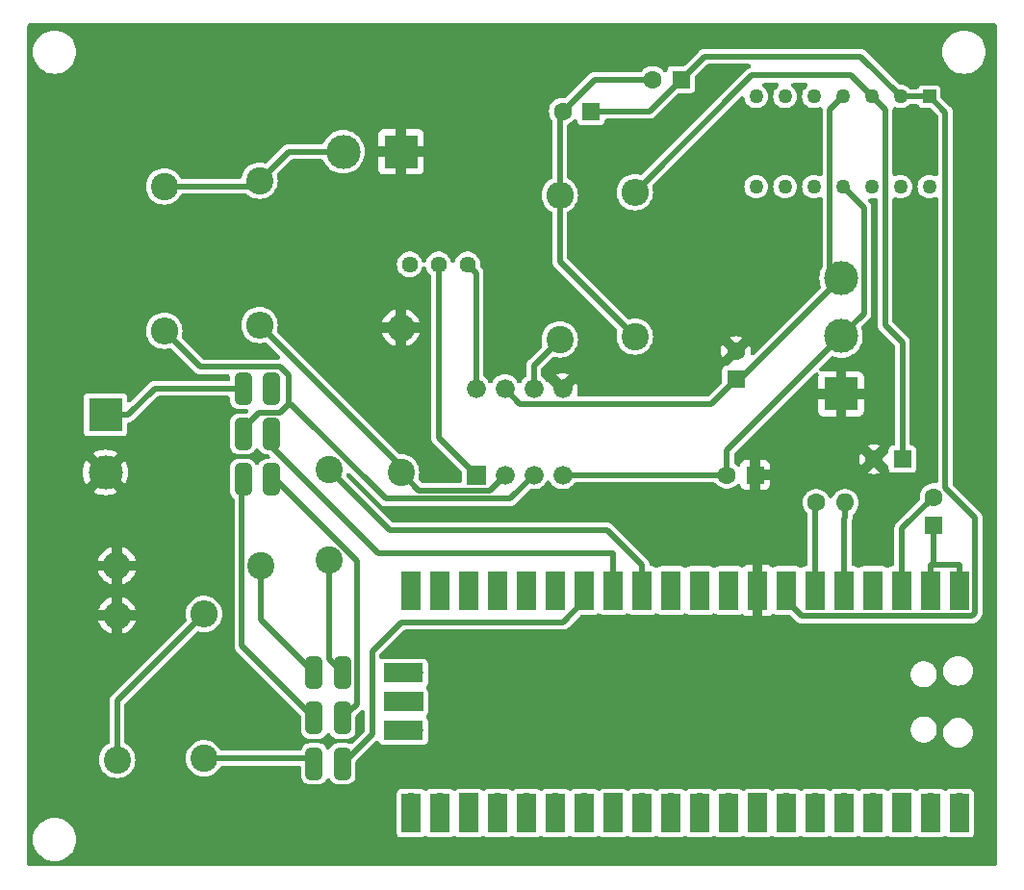
<source format=gbr>
%TF.GenerationSoftware,KiCad,Pcbnew,7.0.6*%
%TF.CreationDate,2023-07-14T20:33:36-05:00*%
%TF.ProjectId,RTD,5254442e-6b69-4636-9164-5f7063625858,rev?*%
%TF.SameCoordinates,Original*%
%TF.FileFunction,Copper,L2,Bot*%
%TF.FilePolarity,Positive*%
%FSLAX46Y46*%
G04 Gerber Fmt 4.6, Leading zero omitted, Abs format (unit mm)*
G04 Created by KiCad (PCBNEW 7.0.6) date 2023-07-14 20:33:36*
%MOMM*%
%LPD*%
G01*
G04 APERTURE LIST*
G04 Aperture macros list*
%AMRoundRect*
0 Rectangle with rounded corners*
0 $1 Rounding radius*
0 $2 $3 $4 $5 $6 $7 $8 $9 X,Y pos of 4 corners*
0 Add a 4 corners polygon primitive as box body*
4,1,4,$2,$3,$4,$5,$6,$7,$8,$9,$2,$3,0*
0 Add four circle primitives for the rounded corners*
1,1,$1+$1,$2,$3*
1,1,$1+$1,$4,$5*
1,1,$1+$1,$6,$7*
1,1,$1+$1,$8,$9*
0 Add four rect primitives between the rounded corners*
20,1,$1+$1,$2,$3,$4,$5,0*
20,1,$1+$1,$4,$5,$6,$7,0*
20,1,$1+$1,$6,$7,$8,$9,0*
20,1,$1+$1,$8,$9,$2,$3,0*%
G04 Aperture macros list end*
%TA.AperFunction,ComponentPad*%
%ADD10C,2.400000*%
%TD*%
%TA.AperFunction,ComponentPad*%
%ADD11O,2.400000X2.400000*%
%TD*%
%TA.AperFunction,ComponentPad*%
%ADD12R,3.000000X3.000000*%
%TD*%
%TA.AperFunction,ComponentPad*%
%ADD13C,3.000000*%
%TD*%
%TA.AperFunction,ComponentPad*%
%ADD14R,1.676400X1.676400*%
%TD*%
%TA.AperFunction,ComponentPad*%
%ADD15C,1.676400*%
%TD*%
%TA.AperFunction,ComponentPad*%
%ADD16R,1.600000X1.600000*%
%TD*%
%TA.AperFunction,ComponentPad*%
%ADD17C,1.600000*%
%TD*%
%TA.AperFunction,ComponentPad*%
%ADD18RoundRect,0.375000X0.375000X-1.025000X0.375000X1.025000X-0.375000X1.025000X-0.375000X-1.025000X0*%
%TD*%
%TA.AperFunction,ComponentPad*%
%ADD19RoundRect,0.375000X-0.375000X1.025000X-0.375000X-1.025000X0.375000X-1.025000X0.375000X1.025000X0*%
%TD*%
%TA.AperFunction,ComponentPad*%
%ADD20O,1.600000X1.600000*%
%TD*%
%TA.AperFunction,ComponentPad*%
%ADD21C,1.440000*%
%TD*%
%TA.AperFunction,ComponentPad*%
%ADD22R,1.170000X1.170000*%
%TD*%
%TA.AperFunction,ComponentPad*%
%ADD23C,1.270000*%
%TD*%
%TA.AperFunction,ComponentPad*%
%ADD24O,1.700000X1.700000*%
%TD*%
%TA.AperFunction,SMDPad,CuDef*%
%ADD25R,1.700000X3.500000*%
%TD*%
%TA.AperFunction,ComponentPad*%
%ADD26R,1.700000X1.700000*%
%TD*%
%TA.AperFunction,SMDPad,CuDef*%
%ADD27R,3.500000X1.700000*%
%TD*%
%TA.AperFunction,Conductor*%
%ADD28C,0.500000*%
%TD*%
%TA.AperFunction,Conductor*%
%ADD29C,1.000000*%
%TD*%
G04 APERTURE END LIST*
D10*
%TO.P,R9,1*%
%TO.N,Net-(R7-Pad2)*%
X100000000Y-112180000D03*
D11*
%TO.P,R9,2*%
%TO.N,GND*%
X100000000Y-99480000D03*
%TD*%
D12*
%TO.P,J3,1,Pin_1*%
%TO.N,GND*%
X124968000Y-58674000D03*
D13*
%TO.P,J3,2,Pin_2*%
%TO.N,+5V*%
X119888000Y-58674000D03*
%TD*%
D12*
%TO.P,J2,1,Pin_1*%
%TO.N,GND*%
X163690000Y-79990000D03*
D13*
%TO.P,J2,2,Pin_2*%
%TO.N,VEE*%
X163690000Y-74910000D03*
%TO.P,J2,3,Pin_3*%
%TO.N,VCC*%
X163690000Y-69830000D03*
%TD*%
D14*
%TO.P,U1,1,Rg*%
%TO.N,Net-(RV1-Pad2)*%
X131572000Y-87122000D03*
D15*
%TO.P,U1,2,-*%
%TO.N,Net-(U1--)*%
X134112000Y-87122000D03*
%TO.P,U1,3,+*%
%TO.N,Net-(SW1A-B)*%
X136652000Y-87122000D03*
%TO.P,U1,4,V-*%
%TO.N,VEE*%
X139192000Y-87122000D03*
%TO.P,U1,5,Ref*%
%TO.N,GND*%
X139192000Y-79502000D03*
%TO.P,U1,6*%
%TO.N,Net-(R5-Pad1)*%
X136652000Y-79502000D03*
%TO.P,U1,7,V+*%
%TO.N,VCC*%
X134112000Y-79502000D03*
%TO.P,U1,8,Rg*%
%TO.N,Net-(RV1-Pad3)*%
X131572000Y-79502000D03*
%TD*%
D16*
%TO.P,C6,1*%
%TO.N,GND*%
X156145113Y-87122000D03*
D17*
%TO.P,C6,2*%
%TO.N,VEE*%
X153645113Y-87122000D03*
%TD*%
D10*
%TO.P,R2,1*%
%TO.N,+5V*%
X112522000Y-61214000D03*
D11*
%TO.P,R2,2*%
%TO.N,Net-(U1--)*%
X112522000Y-73914000D03*
%TD*%
D10*
%TO.P,R7,1*%
%TO.N,Net-(SW2A-A)*%
X107650000Y-112030000D03*
D11*
%TO.P,R7,2*%
%TO.N,Net-(R7-Pad2)*%
X107650000Y-99330000D03*
%TD*%
D12*
%TO.P,J1,1,Pin_1*%
%TO.N,Net-(J1-Pin_1)*%
X98982050Y-81812000D03*
D13*
%TO.P,J1,2,Pin_2*%
%TO.N,GND*%
X98982050Y-86892000D03*
%TD*%
D10*
%TO.P,R3,1*%
%TO.N,Net-(U1--)*%
X124968000Y-86868000D03*
D11*
%TO.P,R3,2*%
%TO.N,GND*%
X124968000Y-74168000D03*
%TD*%
D18*
%TO.P,SW1,6,C*%
%TO.N,unconnected-(SW1B-C-Pad6)*%
X113582050Y-79502000D03*
%TO.P,SW1,5,B*%
%TO.N,Net-(SW1B-B)*%
X113582050Y-83502000D03*
D19*
%TO.P,SW1,4,A*%
%TO.N,Net-(SW1B-A)*%
X113582050Y-87502000D03*
D18*
%TO.P,SW1,3,C*%
%TO.N,Net-(J1-Pin_1)*%
X111082050Y-79502000D03*
%TO.P,SW1,2,B*%
%TO.N,Net-(SW1A-B)*%
X111082050Y-83502000D03*
%TO.P,SW1,1,A*%
%TO.N,Net-(SW1A-A)*%
X111082050Y-87502000D03*
%TD*%
D17*
%TO.P,R8,1*%
%TO.N,Net-(U3-ADC_VREF)*%
X161500000Y-89550000D03*
D20*
%TO.P,R8,2*%
%TO.N,Net-(U3-3V3)*%
X164040000Y-89550000D03*
%TD*%
D16*
%TO.P,C2,1*%
%TO.N,Net-(U2A-+)*%
X169080000Y-85730000D03*
D17*
%TO.P,C2,2*%
%TO.N,GND*%
X166580000Y-85730000D03*
%TD*%
D16*
%TO.P,C1,1*%
%TO.N,Net-(U2A--)*%
X149606000Y-52324000D03*
D17*
%TO.P,C1,2*%
%TO.N,Net-(C1-Pad2)*%
X147106000Y-52324000D03*
%TD*%
D21*
%TO.P,RV1,1,1*%
%TO.N,unconnected-(RV1-Pad1)*%
X125730000Y-68580000D03*
%TO.P,RV1,2,2*%
%TO.N,Net-(RV1-Pad2)*%
X128270000Y-68580000D03*
%TO.P,RV1,3,3*%
%TO.N,Net-(RV1-Pad3)*%
X130810000Y-68580000D03*
%TD*%
D10*
%TO.P,R6,1*%
%TO.N,Net-(SW2A-C)*%
X112680000Y-95090000D03*
D11*
%TO.P,R6,2*%
%TO.N,GND*%
X99980000Y-95090000D03*
%TD*%
D16*
%TO.P,C3,1*%
%TO.N,Net-(U2A--)*%
X141692000Y-55118000D03*
D17*
%TO.P,C3,2*%
%TO.N,Net-(C1-Pad2)*%
X139192000Y-55118000D03*
%TD*%
D16*
%TO.P,C4,1*%
%TO.N,VCC*%
X154432000Y-78700000D03*
D17*
%TO.P,C4,2*%
%TO.N,GND*%
X154432000Y-76200000D03*
%TD*%
D10*
%TO.P,R4,1*%
%TO.N,Net-(C1-Pad2)*%
X145542000Y-74930000D03*
D11*
%TO.P,R4,2*%
%TO.N,Net-(U2A-+)*%
X145542000Y-62230000D03*
%TD*%
D22*
%TO.P,U2,1*%
%TO.N,Net-(U2A--)*%
X171460000Y-53802500D03*
D23*
%TO.P,U2,2,-*%
X168920000Y-53802500D03*
%TO.P,U2,3,+*%
%TO.N,Net-(U2A-+)*%
X166380000Y-53802500D03*
%TO.P,U2,4,V+*%
%TO.N,VCC*%
X163840000Y-53802500D03*
%TO.P,U2,5*%
%TO.N,N/C*%
X161300000Y-53802500D03*
%TO.P,U2,6*%
X158760000Y-53802500D03*
%TO.P,U2,7*%
X156220000Y-53802500D03*
%TO.P,U2,8*%
X156220000Y-61742500D03*
%TO.P,U2,9*%
X158760000Y-61742500D03*
%TO.P,U2,10*%
X161300000Y-61742500D03*
%TO.P,U2,11,V-*%
%TO.N,VEE*%
X163840000Y-61742500D03*
%TO.P,U2,12*%
%TO.N,N/C*%
X166380000Y-61742500D03*
%TO.P,U2,13*%
X168920000Y-61742500D03*
%TO.P,U2,14*%
X171460000Y-61742500D03*
%TD*%
D10*
%TO.P,R5,1*%
%TO.N,Net-(R5-Pad1)*%
X138938000Y-75184000D03*
D11*
%TO.P,R5,2*%
%TO.N,Net-(C1-Pad2)*%
X138938000Y-62484000D03*
%TD*%
D10*
%TO.P,JP1,2,B*%
%TO.N,Net-(JP1-B)*%
X118618000Y-86614000D03*
%TO.P,JP1,1,A*%
%TO.N,Net-(JP1-A)*%
X118618000Y-94614000D03*
%TD*%
D18*
%TO.P,SW2,1,A*%
%TO.N,Net-(SW2A-A)*%
X117330000Y-112520000D03*
%TO.P,SW2,2,B*%
%TO.N,Net-(SW1A-A)*%
X117330000Y-108520000D03*
%TO.P,SW2,3,C*%
%TO.N,Net-(SW2A-C)*%
X117330000Y-104520000D03*
D19*
%TO.P,SW2,4,A*%
%TO.N,Net-(SW2B-A)*%
X119830000Y-112520000D03*
D18*
%TO.P,SW2,5,B*%
%TO.N,Net-(SW1B-A)*%
X119830000Y-108520000D03*
%TO.P,SW2,6,C*%
%TO.N,Net-(JP1-A)*%
X119830000Y-104520000D03*
%TD*%
D10*
%TO.P,R1,1*%
%TO.N,+5V*%
X104140000Y-61722000D03*
D11*
%TO.P,R1,2*%
%TO.N,Net-(SW1A-B)*%
X104140000Y-74422000D03*
%TD*%
D16*
%TO.P,C5,1*%
%TO.N,Net-(U3-VBUS)*%
X171820000Y-91550000D03*
D17*
%TO.P,C5,2*%
%TO.N,Net-(C5-Pad2)*%
X171820000Y-89050000D03*
%TD*%
D24*
%TO.P,U3,1,GPIO0*%
%TO.N,unconnected-(U3-GPIO0-Pad1)*%
X174120000Y-115970000D03*
D25*
X174120000Y-116870000D03*
D24*
%TO.P,U3,2,GPIO1*%
%TO.N,unconnected-(U3-GPIO1-Pad2)*%
X171580000Y-115970000D03*
D25*
X171580000Y-116870000D03*
D26*
%TO.P,U3,3,GND*%
%TO.N,unconnected-(U3-GND-Pad3)*%
X169040000Y-115970000D03*
D25*
X169040000Y-116870000D03*
D24*
%TO.P,U3,4,GPIO2*%
%TO.N,unconnected-(U3-GPIO2-Pad4)*%
X166500000Y-115970000D03*
D25*
X166500000Y-116870000D03*
D24*
%TO.P,U3,5,GPIO3*%
%TO.N,unconnected-(U3-GPIO3-Pad5)*%
X163960000Y-115970000D03*
D25*
X163960000Y-116870000D03*
D24*
%TO.P,U3,6,GPIO4*%
%TO.N,unconnected-(U3-GPIO4-Pad6)*%
X161420000Y-115970000D03*
D25*
X161420000Y-116870000D03*
D24*
%TO.P,U3,7,GPIO5*%
%TO.N,unconnected-(U3-GPIO5-Pad7)*%
X158880000Y-115970000D03*
D25*
X158880000Y-116870000D03*
D26*
%TO.P,U3,8,GND*%
%TO.N,unconnected-(U3-GND-Pad8)*%
X156340000Y-115970000D03*
D25*
X156340000Y-116870000D03*
D24*
%TO.P,U3,9,GPIO6*%
%TO.N,unconnected-(U3-GPIO6-Pad9)*%
X153800000Y-115970000D03*
D25*
X153800000Y-116870000D03*
D24*
%TO.P,U3,10,GPIO7*%
%TO.N,unconnected-(U3-GPIO7-Pad10)*%
X151260000Y-115970000D03*
D25*
X151260000Y-116870000D03*
D24*
%TO.P,U3,11,GPIO8*%
%TO.N,unconnected-(U3-GPIO8-Pad11)*%
X148720000Y-115970000D03*
D25*
X148720000Y-116870000D03*
D24*
%TO.P,U3,12,GPIO9*%
%TO.N,unconnected-(U3-GPIO9-Pad12)*%
X146180000Y-115970000D03*
D25*
X146180000Y-116870000D03*
D26*
%TO.P,U3,13,GND*%
%TO.N,unconnected-(U3-GND-Pad13)*%
X143640000Y-115970000D03*
D25*
X143640000Y-116870000D03*
D24*
%TO.P,U3,14,GPIO10*%
%TO.N,unconnected-(U3-GPIO10-Pad14)*%
X141100000Y-115970000D03*
D25*
X141100000Y-116870000D03*
D24*
%TO.P,U3,15,GPIO11*%
%TO.N,unconnected-(U3-GPIO11-Pad15)*%
X138560000Y-115970000D03*
D25*
X138560000Y-116870000D03*
D24*
%TO.P,U3,16,GPIO12*%
%TO.N,unconnected-(U3-GPIO12-Pad16)*%
X136020000Y-115970000D03*
D25*
X136020000Y-116870000D03*
D24*
%TO.P,U3,17,GPIO13*%
%TO.N,unconnected-(U3-GPIO13-Pad17)*%
X133480000Y-115970000D03*
D25*
X133480000Y-116870000D03*
D26*
%TO.P,U3,18,GND*%
%TO.N,unconnected-(U3-GND-Pad18)*%
X130940000Y-115970000D03*
D25*
X130940000Y-116870000D03*
D24*
%TO.P,U3,19,GPIO14*%
%TO.N,unconnected-(U3-GPIO14-Pad19)*%
X128400000Y-115970000D03*
D25*
X128400000Y-116870000D03*
D24*
%TO.P,U3,20,GPIO15*%
%TO.N,unconnected-(U3-GPIO15-Pad20)*%
X125860000Y-115970000D03*
D25*
X125860000Y-116870000D03*
D24*
%TO.P,U3,21,GPIO16*%
%TO.N,unconnected-(U3-GPIO16-Pad21)*%
X125860000Y-98190000D03*
D25*
X125860000Y-97290000D03*
D24*
%TO.P,U3,22,GPIO17*%
%TO.N,unconnected-(U3-GPIO17-Pad22)*%
X128400000Y-98190000D03*
D25*
X128400000Y-97290000D03*
D26*
%TO.P,U3,23,GND*%
%TO.N,unconnected-(U3-GND-Pad23)*%
X130940000Y-98190000D03*
D25*
X130940000Y-97290000D03*
D24*
%TO.P,U3,24,GPIO18*%
%TO.N,unconnected-(U3-GPIO18-Pad24)*%
X133480000Y-98190000D03*
D25*
X133480000Y-97290000D03*
D24*
%TO.P,U3,25,GPIO19*%
%TO.N,unconnected-(U3-GPIO19-Pad25)*%
X136020000Y-98190000D03*
D25*
X136020000Y-97290000D03*
D24*
%TO.P,U3,26,GPIO20*%
%TO.N,unconnected-(U3-GPIO20-Pad26)*%
X138560000Y-98190000D03*
D25*
X138560000Y-97290000D03*
D24*
%TO.P,U3,27,GPIO21*%
%TO.N,Net-(SW2B-A)*%
X141100000Y-98190000D03*
D25*
X141100000Y-97290000D03*
D26*
%TO.P,U3,28,GND*%
%TO.N,Net-(SW1B-B)*%
X143640000Y-98190000D03*
D25*
X143640000Y-97290000D03*
D24*
%TO.P,U3,29,GPIO22*%
%TO.N,Net-(JP1-B)*%
X146180000Y-98190000D03*
D25*
X146180000Y-97290000D03*
D24*
%TO.P,U3,30,RUN*%
%TO.N,unconnected-(U3-RUN-Pad30)*%
X148720000Y-98190000D03*
D25*
X148720000Y-97290000D03*
D24*
%TO.P,U3,31,GPIO26_ADC0*%
%TO.N,unconnected-(U3-GPIO26_ADC0-Pad31)*%
X151260000Y-98190000D03*
D25*
X151260000Y-97290000D03*
D24*
%TO.P,U3,32,GPIO27_ADC1*%
%TO.N,unconnected-(U3-GPIO27_ADC1-Pad32)*%
X153800000Y-98190000D03*
D25*
X153800000Y-97290000D03*
D26*
%TO.P,U3,33,AGND*%
%TO.N,GND*%
X156340000Y-98190000D03*
D25*
X156340000Y-97290000D03*
D24*
%TO.P,U3,34,GPIO28_ADC2*%
%TO.N,Net-(U2A--)*%
X158880000Y-98190000D03*
D25*
X158880000Y-97290000D03*
D24*
%TO.P,U3,35,ADC_VREF*%
%TO.N,Net-(U3-ADC_VREF)*%
X161420000Y-98190000D03*
D25*
X161420000Y-97290000D03*
D24*
%TO.P,U3,36,3V3*%
%TO.N,Net-(U3-3V3)*%
X163960000Y-98190000D03*
D25*
X163960000Y-97290000D03*
D24*
%TO.P,U3,37,3V3_EN*%
%TO.N,unconnected-(U3-3V3_EN-Pad37)*%
X166500000Y-98190000D03*
D25*
X166500000Y-97290000D03*
D26*
%TO.P,U3,38,GND*%
%TO.N,Net-(C5-Pad2)*%
X169040000Y-98190000D03*
D25*
X169040000Y-97290000D03*
D24*
%TO.P,U3,39,VSYS*%
%TO.N,Net-(U3-VBUS)*%
X171580000Y-98190000D03*
D25*
X171580000Y-97290000D03*
D24*
%TO.P,U3,40,VBUS*%
X174120000Y-98190000D03*
D25*
X174120000Y-97290000D03*
D24*
%TO.P,U3,41,SWCLK*%
%TO.N,unconnected-(U3-SWCLK-Pad41)*%
X126090000Y-109620000D03*
D27*
X125190000Y-109620000D03*
D26*
%TO.P,U3,42,GND*%
%TO.N,unconnected-(U3-GND-Pad42)*%
X126090000Y-107080000D03*
D27*
X125190000Y-107080000D03*
D24*
%TO.P,U3,43,SWDIO*%
%TO.N,unconnected-(U3-SWDIO-Pad43)*%
X126090000Y-104540000D03*
D27*
X125190000Y-104540000D03*
%TD*%
D28*
%TO.N,Net-(U2A--)*%
X172870000Y-88261522D02*
X172870000Y-55212500D01*
X175470000Y-99260600D02*
X175470000Y-90861522D01*
X175470000Y-90861522D02*
X172870000Y-88261522D01*
X160231900Y-99541900D02*
X175188700Y-99541900D01*
X175188700Y-99541900D02*
X175470000Y-99260600D01*
X158880000Y-98190000D02*
X160231900Y-99541900D01*
X172870000Y-55212500D02*
X171460000Y-53802500D01*
X149606000Y-52324000D02*
X151638000Y-50292000D01*
X149606000Y-52324000D02*
X146812000Y-55118000D01*
X165409500Y-50292000D02*
X168920000Y-53802500D01*
X151638000Y-50292000D02*
X165409500Y-50292000D01*
X146812000Y-55118000D02*
X141692000Y-55118000D01*
X168920000Y-53802500D02*
X171460000Y-53802500D01*
%TO.N,Net-(C1-Pad2)*%
X138938000Y-55372000D02*
X139192000Y-55118000D01*
X141986000Y-52324000D02*
X139192000Y-55118000D01*
X147106000Y-52324000D02*
X141986000Y-52324000D01*
X138938000Y-62484000D02*
X138938000Y-55372000D01*
X138938000Y-62484000D02*
X138938000Y-68326000D01*
X138938000Y-68326000D02*
X145542000Y-74930000D01*
%TO.N,Net-(U2A-+)*%
X169080000Y-85730000D02*
X169080000Y-75436800D01*
X167570600Y-54993100D02*
X167570600Y-73927400D01*
X164537500Y-51960000D02*
X166380000Y-53802500D01*
X169080000Y-75436800D02*
X167570600Y-73927400D01*
X155812000Y-51960000D02*
X164537500Y-51960000D01*
X166380000Y-53802500D02*
X167570600Y-54993100D01*
X145542000Y-62230000D02*
X155812000Y-51960000D01*
D29*
%TO.N,GND*%
X156145113Y-97995113D02*
X156340000Y-98190000D01*
D28*
%TO.N,VCC*%
X154820000Y-78700000D02*
X163690000Y-69830000D01*
X163840000Y-53802500D02*
X162705000Y-54937500D01*
X154432000Y-78700000D02*
X152291800Y-80840200D01*
X154432000Y-78700000D02*
X154820000Y-78700000D01*
X162705000Y-54937500D02*
X162705000Y-68845000D01*
X152291800Y-80840200D02*
X135450200Y-80840200D01*
X135450200Y-80840200D02*
X134112000Y-79502000D01*
X162705000Y-68845000D02*
X163690000Y-69830000D01*
%TO.N,Net-(U3-VBUS)*%
X174120000Y-98190000D02*
X174120000Y-95038100D01*
X171580000Y-95038100D02*
X171820000Y-95038100D01*
X171820000Y-91550000D02*
X171820000Y-92851900D01*
X171820000Y-95038100D02*
X174120000Y-95038100D01*
X171820000Y-92851900D02*
X171820000Y-95038100D01*
X171580000Y-98190000D02*
X171580000Y-95038100D01*
%TO.N,Net-(C5-Pad2)*%
X169040000Y-91830000D02*
X171820000Y-89050000D01*
X169040000Y-98190000D02*
X169040000Y-91830000D01*
%TO.N,VEE*%
X165702400Y-72897600D02*
X163690000Y-74910000D01*
X153645113Y-84954887D02*
X163690000Y-74910000D01*
X153645113Y-87122000D02*
X153645113Y-84954887D01*
X153645113Y-87122000D02*
X139192000Y-87122000D01*
X165702400Y-63604900D02*
X165702400Y-72897600D01*
X163840000Y-61742500D02*
X165702400Y-63604900D01*
%TO.N,Net-(J1-Pin_1)*%
X103293950Y-79502000D02*
X111082050Y-79502000D01*
X100983950Y-81812000D02*
X103293950Y-79502000D01*
X98982050Y-81812000D02*
X100983950Y-81812000D01*
%TO.N,+5V*%
X119888000Y-58674000D02*
X115062000Y-58674000D01*
X115062000Y-58674000D02*
X112522000Y-61214000D01*
X104140000Y-61722000D02*
X112014000Y-61722000D01*
X112014000Y-61722000D02*
X112522000Y-61214000D01*
%TO.N,Net-(SW1A-B)*%
X111082050Y-82973950D02*
X111082050Y-83502000D01*
X107320000Y-77602000D02*
X114319487Y-77602000D01*
X136652000Y-87122000D02*
X134563800Y-89210200D01*
X115062000Y-80859487D02*
X114319487Y-81602000D01*
X123618364Y-89210200D02*
X115267651Y-80859487D01*
X134563800Y-89210200D02*
X123618364Y-89210200D01*
X115267651Y-80859487D02*
X115062000Y-80859487D01*
X114319487Y-81602000D02*
X112454000Y-81602000D01*
X114319487Y-77602000D02*
X115062000Y-78344513D01*
X112454000Y-81602000D02*
X111082050Y-82973950D01*
X104140000Y-74422000D02*
X107320000Y-77602000D01*
X115062000Y-78344513D02*
X115062000Y-80859487D01*
%TO.N,Net-(U1--)*%
X112522000Y-73914000D02*
X124968000Y-86360000D01*
X124968000Y-86868000D02*
X126560200Y-88460200D01*
X124968000Y-86360000D02*
X124968000Y-86868000D01*
X132773800Y-88460200D02*
X134112000Y-87122000D01*
X126560200Y-88460200D02*
X132773800Y-88460200D01*
%TO.N,Net-(R5-Pad1)*%
X136652000Y-79502000D02*
X136652000Y-77470000D01*
X136652000Y-77470000D02*
X138938000Y-75184000D01*
%TO.N,Net-(SW2A-C)*%
X112680000Y-95090000D02*
X112680000Y-99870000D01*
X112680000Y-99870000D02*
X117330000Y-104520000D01*
%TO.N,Net-(SW2A-A)*%
X107650000Y-112030000D02*
X116840000Y-112030000D01*
X116840000Y-112030000D02*
X117330000Y-112520000D01*
%TO.N,Net-(R7-Pad2)*%
X100000000Y-106980000D02*
X107650000Y-99330000D01*
X100000000Y-112180000D02*
X100000000Y-106980000D01*
%TO.N,Net-(U3-ADC_VREF)*%
X161420000Y-98190000D02*
X161420000Y-89630000D01*
X161420000Y-89630000D02*
X161500000Y-89550000D01*
%TO.N,Net-(U3-3V3)*%
X163960000Y-98190000D02*
X163960000Y-90931900D01*
X163960000Y-90931900D02*
X164040000Y-90851900D01*
X164040000Y-89550000D02*
X164040000Y-90851900D01*
%TO.N,Net-(RV1-Pad2)*%
X128270000Y-83820000D02*
X128270000Y-68580000D01*
X131572000Y-87122000D02*
X128270000Y-83820000D01*
%TO.N,Net-(RV1-Pad3)*%
X131572000Y-79502000D02*
X131572000Y-69342000D01*
X131572000Y-69342000D02*
X130810000Y-68580000D01*
%TO.N,Net-(SW1B-A)*%
X113910164Y-87502000D02*
X121080000Y-94671836D01*
X121080000Y-107270000D02*
X119830000Y-108520000D01*
X121080000Y-94671836D02*
X121080000Y-107270000D01*
X113582050Y-87502000D02*
X113910164Y-87502000D01*
%TO.N,Net-(SW1B-B)*%
X122936000Y-93980000D02*
X143640000Y-93980000D01*
X113582050Y-83502000D02*
X113582050Y-84626050D01*
X113582050Y-84626050D02*
X122936000Y-93980000D01*
X143640000Y-93980000D02*
X143640000Y-98190000D01*
%TO.N,Net-(SW2B-A)*%
X122428000Y-102652000D02*
X125004000Y-100076000D01*
X122428000Y-109922000D02*
X122428000Y-102652000D01*
X139214000Y-100076000D02*
X141100000Y-98190000D01*
X119830000Y-112520000D02*
X122428000Y-109922000D01*
X125004000Y-100076000D02*
X139214000Y-100076000D01*
%TO.N,Net-(SW1A-A)*%
X110980000Y-102170000D02*
X117330000Y-108520000D01*
X111082050Y-87502000D02*
X110980000Y-87604050D01*
X110980000Y-87604050D02*
X110980000Y-102170000D01*
%TO.N,Net-(JP1-A)*%
X118618000Y-94614000D02*
X118618000Y-103308000D01*
X118618000Y-103308000D02*
X119830000Y-104520000D01*
%TO.N,Net-(JP1-B)*%
X143089900Y-91948000D02*
X146180000Y-95038100D01*
X123952000Y-91948000D02*
X143089900Y-91948000D01*
X118618000Y-86614000D02*
X123952000Y-91948000D01*
X146180000Y-95038100D02*
X146180000Y-98190000D01*
%TD*%
%TA.AperFunction,Conductor*%
%TO.N,GND*%
G36*
X170423278Y-54472707D02*
G01*
X170492519Y-54527926D01*
X170514245Y-54561656D01*
X170546949Y-54625842D01*
X170636657Y-54715550D01*
X170731359Y-54763803D01*
X170749696Y-54773146D01*
X170843481Y-54788000D01*
X171443125Y-54787999D01*
X171529468Y-54807706D01*
X171583839Y-54846285D01*
X172161214Y-55423660D01*
X172208333Y-55498648D01*
X172219500Y-55564374D01*
X172219500Y-60642308D01*
X172199793Y-60728651D01*
X172144574Y-60797892D01*
X172064782Y-60836319D01*
X171976218Y-60836319D01*
X171926692Y-60817811D01*
X171858186Y-60781194D01*
X171662991Y-60721982D01*
X171471544Y-60703127D01*
X171460000Y-60701990D01*
X171459999Y-60701990D01*
X171257008Y-60721982D01*
X171061811Y-60781194D01*
X170881927Y-60877346D01*
X170881925Y-60877347D01*
X170881924Y-60877348D01*
X170761101Y-60976504D01*
X170724248Y-61006748D01*
X170594846Y-61164427D01*
X170498694Y-61344311D01*
X170439482Y-61539508D01*
X170419490Y-61742499D01*
X170439482Y-61945491D01*
X170468185Y-62040112D01*
X170498694Y-62140686D01*
X170498695Y-62140688D01*
X170498694Y-62140688D01*
X170547957Y-62232850D01*
X170594848Y-62320576D01*
X170724248Y-62478252D01*
X170881924Y-62607652D01*
X170919899Y-62627950D01*
X171061811Y-62703805D01*
X171061813Y-62703805D01*
X171061814Y-62703806D01*
X171257007Y-62763017D01*
X171460000Y-62783010D01*
X171662993Y-62763017D01*
X171858186Y-62703806D01*
X171926691Y-62667188D01*
X172012128Y-62643867D01*
X172099224Y-62659924D01*
X172170727Y-62712181D01*
X172212476Y-62790286D01*
X172219500Y-62842691D01*
X172219500Y-87663738D01*
X172199793Y-87750081D01*
X172144574Y-87819322D01*
X172064782Y-87857749D01*
X171983935Y-87859349D01*
X171931243Y-87849500D01*
X171708757Y-87849500D01*
X171490060Y-87890382D01*
X171282599Y-87970753D01*
X171282598Y-87970753D01*
X171282597Y-87970754D01*
X171282595Y-87970755D01*
X171093442Y-88087873D01*
X171093440Y-88087874D01*
X171093438Y-88087876D01*
X170951657Y-88217127D01*
X170929015Y-88237768D01*
X170794945Y-88415305D01*
X170794941Y-88415312D01*
X170695773Y-88614468D01*
X170695770Y-88614474D01*
X170634885Y-88828460D01*
X170634885Y-88828464D01*
X170614357Y-89049998D01*
X170614357Y-89050002D01*
X170629965Y-89218450D01*
X170618308Y-89306243D01*
X170572528Y-89377524D01*
X168646338Y-91303714D01*
X168631020Y-91315994D01*
X168631703Y-91316819D01*
X168622059Y-91324797D01*
X168572810Y-91377242D01*
X168551087Y-91398965D01*
X168551086Y-91398967D01*
X168547665Y-91403376D01*
X168541590Y-91410487D01*
X168509553Y-91444605D01*
X168509547Y-91444614D01*
X168502168Y-91458036D01*
X168485034Y-91484122D01*
X168475637Y-91496237D01*
X168457050Y-91539189D01*
X168452925Y-91547608D01*
X168430371Y-91588633D01*
X168430370Y-91588637D01*
X168426558Y-91603484D01*
X168416448Y-91633013D01*
X168410365Y-91647069D01*
X168410365Y-91647071D01*
X168403040Y-91693307D01*
X168401139Y-91702487D01*
X168389500Y-91747822D01*
X168389500Y-91763139D01*
X168387050Y-91794271D01*
X168384653Y-91809403D01*
X168389058Y-91856005D01*
X168389500Y-91865374D01*
X168389500Y-94940500D01*
X168369793Y-95026843D01*
X168314574Y-95096084D01*
X168234782Y-95134511D01*
X168190505Y-95139500D01*
X168158482Y-95139500D01*
X168064696Y-95154354D01*
X168064694Y-95154354D01*
X167951657Y-95211950D01*
X167910713Y-95252894D01*
X167835724Y-95300011D01*
X167747717Y-95309927D01*
X167664124Y-95280675D01*
X167629287Y-95252894D01*
X167588341Y-95211949D01*
X167475307Y-95154355D01*
X167475304Y-95154354D01*
X167475302Y-95154353D01*
X167475300Y-95154353D01*
X167409818Y-95143982D01*
X167381519Y-95139500D01*
X167381518Y-95139500D01*
X165618481Y-95139500D01*
X165524696Y-95154354D01*
X165524694Y-95154354D01*
X165411657Y-95211950D01*
X165370713Y-95252894D01*
X165295724Y-95300011D01*
X165207717Y-95309927D01*
X165124124Y-95280675D01*
X165089287Y-95252894D01*
X165048341Y-95211949D01*
X164935307Y-95154355D01*
X164935304Y-95154354D01*
X164935302Y-95154353D01*
X164935300Y-95154353D01*
X164841519Y-95139500D01*
X164809500Y-95139500D01*
X164723157Y-95119793D01*
X164653916Y-95064574D01*
X164615489Y-94984782D01*
X164610500Y-94940500D01*
X164610500Y-91215533D01*
X164630207Y-91129190D01*
X164635117Y-91119661D01*
X164649625Y-91093271D01*
X164649627Y-91093268D01*
X164653439Y-91078416D01*
X164663557Y-91048870D01*
X164669635Y-91034826D01*
X164676957Y-90988589D01*
X164678853Y-90979433D01*
X164690500Y-90934077D01*
X164690500Y-90918758D01*
X164692950Y-90887628D01*
X164694047Y-90880703D01*
X164695347Y-90872495D01*
X164692968Y-90847333D01*
X164690942Y-90825892D01*
X164690500Y-90816524D01*
X164690500Y-90668653D01*
X164710207Y-90582310D01*
X164760548Y-90519184D01*
X164759762Y-90518322D01*
X164765164Y-90513397D01*
X164765426Y-90513069D01*
X164766088Y-90512554D01*
X164766554Y-90512128D01*
X164766562Y-90512124D01*
X164930981Y-90362236D01*
X165065058Y-90184689D01*
X165164229Y-89985528D01*
X165225115Y-89771536D01*
X165245643Y-89550000D01*
X165243573Y-89527666D01*
X165239669Y-89485528D01*
X165225115Y-89328464D01*
X165164229Y-89114472D01*
X165065058Y-88915311D01*
X165065055Y-88915307D01*
X165065054Y-88915305D01*
X164930984Y-88737768D01*
X164930981Y-88737764D01*
X164766562Y-88587876D01*
X164577401Y-88470753D01*
X164369940Y-88390382D01*
X164151243Y-88349500D01*
X163928757Y-88349500D01*
X163710060Y-88390382D01*
X163502599Y-88470753D01*
X163502598Y-88470753D01*
X163502597Y-88470754D01*
X163502595Y-88470755D01*
X163313442Y-88587873D01*
X163313440Y-88587874D01*
X163313438Y-88587876D01*
X163189718Y-88700662D01*
X163149015Y-88737768D01*
X163014945Y-88915305D01*
X163014943Y-88915308D01*
X162948137Y-89049473D01*
X162892009Y-89117979D01*
X162811716Y-89155348D01*
X162723161Y-89154179D01*
X162643882Y-89114703D01*
X162591863Y-89049473D01*
X162525058Y-88915312D01*
X162525058Y-88915311D01*
X162525056Y-88915308D01*
X162525054Y-88915305D01*
X162390984Y-88737768D01*
X162390981Y-88737764D01*
X162226562Y-88587876D01*
X162037401Y-88470753D01*
X161829940Y-88390382D01*
X161611243Y-88349500D01*
X161388757Y-88349500D01*
X161170060Y-88390382D01*
X160962599Y-88470753D01*
X160962598Y-88470753D01*
X160962597Y-88470754D01*
X160962595Y-88470755D01*
X160773442Y-88587873D01*
X160773440Y-88587874D01*
X160773438Y-88587876D01*
X160649718Y-88700662D01*
X160609015Y-88737768D01*
X160474945Y-88915305D01*
X160474941Y-88915312D01*
X160375773Y-89114468D01*
X160375770Y-89114474D01*
X160314885Y-89328460D01*
X160314885Y-89328464D01*
X160296427Y-89527666D01*
X160294357Y-89550000D01*
X160307159Y-89688163D01*
X160314885Y-89771535D01*
X160314885Y-89771539D01*
X160355433Y-89914049D01*
X160375771Y-89985528D01*
X160447335Y-90129247D01*
X160474941Y-90184687D01*
X160474945Y-90184694D01*
X160599401Y-90349500D01*
X160609019Y-90362236D01*
X160704567Y-90449340D01*
X160755097Y-90522071D01*
X160769500Y-90596401D01*
X160769500Y-94940500D01*
X160749793Y-95026843D01*
X160694574Y-95096084D01*
X160614782Y-95134511D01*
X160570505Y-95139500D01*
X160538482Y-95139500D01*
X160444696Y-95154354D01*
X160444694Y-95154354D01*
X160331657Y-95211950D01*
X160290713Y-95252894D01*
X160215724Y-95300011D01*
X160127717Y-95309927D01*
X160044124Y-95280675D01*
X160009287Y-95252894D01*
X159968341Y-95211949D01*
X159855307Y-95154355D01*
X159855304Y-95154354D01*
X159855302Y-95154353D01*
X159855300Y-95154353D01*
X159789818Y-95143982D01*
X159761519Y-95139500D01*
X159761518Y-95139500D01*
X157998481Y-95139500D01*
X157904696Y-95154354D01*
X157904691Y-95154355D01*
X157777834Y-95218993D01*
X157691955Y-95240633D01*
X157605192Y-95222868D01*
X157558959Y-95190837D01*
X157558583Y-95191340D01*
X157432090Y-95096647D01*
X157432087Y-95096646D01*
X157297381Y-95046403D01*
X157297372Y-95046401D01*
X157237823Y-95040000D01*
X156790000Y-95040000D01*
X156790000Y-97946890D01*
X156729395Y-97852587D01*
X156618562Y-97756549D01*
X156485161Y-97695627D01*
X156376473Y-97680000D01*
X156303527Y-97680000D01*
X156194839Y-97695627D01*
X156061438Y-97756549D01*
X155950605Y-97852587D01*
X155890000Y-97946890D01*
X155890000Y-95040000D01*
X155442177Y-95040000D01*
X155382627Y-95046401D01*
X155382618Y-95046403D01*
X155247912Y-95096646D01*
X155247909Y-95096647D01*
X155121417Y-95191340D01*
X155120642Y-95190304D01*
X155058225Y-95229519D01*
X154970218Y-95239431D01*
X154902165Y-95218993D01*
X154775306Y-95154355D01*
X154775305Y-95154354D01*
X154775304Y-95154354D01*
X154775302Y-95154353D01*
X154775300Y-95154353D01*
X154709818Y-95143982D01*
X154681519Y-95139500D01*
X154681518Y-95139500D01*
X152918481Y-95139500D01*
X152824696Y-95154354D01*
X152824694Y-95154354D01*
X152711657Y-95211950D01*
X152670713Y-95252894D01*
X152595724Y-95300011D01*
X152507717Y-95309927D01*
X152424124Y-95280675D01*
X152389287Y-95252894D01*
X152348341Y-95211949D01*
X152235307Y-95154355D01*
X152235304Y-95154354D01*
X152235302Y-95154353D01*
X152235300Y-95154353D01*
X152169818Y-95143982D01*
X152141519Y-95139500D01*
X152141518Y-95139500D01*
X150378481Y-95139500D01*
X150284696Y-95154354D01*
X150284694Y-95154354D01*
X150171655Y-95211951D01*
X150130714Y-95252893D01*
X150055726Y-95300012D01*
X149967719Y-95309928D01*
X149884126Y-95280677D01*
X149849286Y-95252893D01*
X149808342Y-95211949D01*
X149695307Y-95154355D01*
X149695304Y-95154354D01*
X149695302Y-95154353D01*
X149695300Y-95154353D01*
X149629818Y-95143982D01*
X149601519Y-95139500D01*
X149601518Y-95139500D01*
X147838481Y-95139500D01*
X147744696Y-95154354D01*
X147744694Y-95154354D01*
X147631655Y-95211951D01*
X147590714Y-95252893D01*
X147515726Y-95300012D01*
X147427719Y-95309928D01*
X147344126Y-95280677D01*
X147309286Y-95252893D01*
X147268342Y-95211949D01*
X147155307Y-95154355D01*
X147155304Y-95154354D01*
X147155302Y-95154353D01*
X147155300Y-95154353D01*
X147061519Y-95139500D01*
X147026852Y-95139500D01*
X146940509Y-95119793D01*
X146871268Y-95064574D01*
X146832841Y-94984782D01*
X146827950Y-94946752D01*
X146827597Y-94935533D01*
X146827597Y-94935530D01*
X146823322Y-94920816D01*
X146816991Y-94890240D01*
X146815071Y-94875043D01*
X146811153Y-94865148D01*
X146797840Y-94831522D01*
X146794801Y-94822647D01*
X146781744Y-94777701D01*
X146773941Y-94764508D01*
X146760206Y-94736468D01*
X146754569Y-94722230D01*
X146727055Y-94684359D01*
X146721907Y-94676522D01*
X146713100Y-94661631D01*
X146698081Y-94636235D01*
X146687247Y-94625401D01*
X146666965Y-94601654D01*
X146657963Y-94589263D01*
X146621899Y-94559428D01*
X146614972Y-94553126D01*
X143616188Y-91554342D01*
X143603914Y-91539016D01*
X143603081Y-91539706D01*
X143595105Y-91530066D01*
X143595102Y-91530060D01*
X143573909Y-91510158D01*
X143542657Y-91480810D01*
X143520939Y-91459093D01*
X143520928Y-91459083D01*
X143516542Y-91455681D01*
X143509411Y-91449591D01*
X143504101Y-91444605D01*
X143475293Y-91417552D01*
X143461862Y-91410168D01*
X143435768Y-91393027D01*
X143423664Y-91383638D01*
X143380699Y-91365045D01*
X143372290Y-91360925D01*
X143331268Y-91338373D01*
X143316417Y-91334559D01*
X143286881Y-91324447D01*
X143272825Y-91318364D01*
X143226596Y-91311042D01*
X143217415Y-91309140D01*
X143172079Y-91297500D01*
X143172077Y-91297500D01*
X143156759Y-91297500D01*
X143125630Y-91295050D01*
X143110495Y-91292653D01*
X143063892Y-91297058D01*
X143054524Y-91297500D01*
X124303874Y-91297500D01*
X124217531Y-91277793D01*
X124163160Y-91239214D01*
X122863162Y-89939216D01*
X122847348Y-89914049D01*
X122816571Y-89892625D01*
X120202222Y-87278276D01*
X120155103Y-87203288D01*
X120145187Y-87115281D01*
X120149425Y-87091148D01*
X120149704Y-87089987D01*
X120189010Y-87010629D01*
X120258859Y-86956182D01*
X120345415Y-86937432D01*
X120431534Y-86958095D01*
X120483924Y-86995706D01*
X123092076Y-89603858D01*
X123104351Y-89619178D01*
X123105181Y-89618492D01*
X123110614Y-89625059D01*
X123113243Y-89630276D01*
X123119376Y-89637931D01*
X123119866Y-89638703D01*
X123118065Y-89639845D01*
X123118228Y-89640168D01*
X123140102Y-89653439D01*
X123165608Y-89677391D01*
X123187321Y-89699104D01*
X123187325Y-89699107D01*
X123187330Y-89699112D01*
X123191733Y-89702528D01*
X123198841Y-89708598D01*
X123208275Y-89717457D01*
X123232967Y-89740645D01*
X123232968Y-89740646D01*
X123232971Y-89740648D01*
X123246394Y-89748027D01*
X123272493Y-89765171D01*
X123284601Y-89774563D01*
X123327563Y-89793154D01*
X123335976Y-89797275D01*
X123376996Y-89819827D01*
X123391832Y-89823635D01*
X123421385Y-89833754D01*
X123435438Y-89839836D01*
X123481675Y-89847158D01*
X123490842Y-89849057D01*
X123536187Y-89860700D01*
X123551506Y-89860700D01*
X123582635Y-89863150D01*
X123597769Y-89865547D01*
X123632838Y-89862232D01*
X123644373Y-89861142D01*
X123653742Y-89860700D01*
X134470015Y-89860700D01*
X134489527Y-89862854D01*
X134489629Y-89861782D01*
X134502092Y-89862959D01*
X134502096Y-89862960D01*
X134574003Y-89860700D01*
X134604725Y-89860700D01*
X134610236Y-89860003D01*
X134619592Y-89859267D01*
X134655918Y-89858125D01*
X134666369Y-89857797D01*
X134681083Y-89853521D01*
X134711654Y-89847191D01*
X134726858Y-89845271D01*
X134770396Y-89828032D01*
X134779245Y-89825003D01*
X134824198Y-89811944D01*
X134837380Y-89804147D01*
X134865430Y-89790405D01*
X134879671Y-89784768D01*
X134917555Y-89757242D01*
X134925362Y-89752115D01*
X134965665Y-89728281D01*
X134976491Y-89717454D01*
X135000247Y-89697164D01*
X135012637Y-89688163D01*
X135042488Y-89652077D01*
X135048774Y-89645170D01*
X136288923Y-88405020D01*
X136363909Y-88357903D01*
X136446972Y-88347494D01*
X136652000Y-88365432D01*
X136867920Y-88346541D01*
X137077279Y-88290444D01*
X137273716Y-88198844D01*
X137451263Y-88074524D01*
X137604524Y-87921263D01*
X137728844Y-87743716D01*
X137741645Y-87716263D01*
X137795995Y-87646340D01*
X137875302Y-87606922D01*
X137963858Y-87605817D01*
X138044124Y-87643245D01*
X138100202Y-87711793D01*
X138102337Y-87716225D01*
X138115156Y-87743716D01*
X138115158Y-87743720D01*
X138239477Y-87921265D01*
X138392734Y-88074522D01*
X138570280Y-88198842D01*
X138570283Y-88198844D01*
X138639077Y-88230922D01*
X138766721Y-88290444D01*
X138766725Y-88290445D01*
X138766727Y-88290446D01*
X138925680Y-88333036D01*
X138976080Y-88346541D01*
X139192000Y-88365432D01*
X139407920Y-88346541D01*
X139617279Y-88290444D01*
X139813716Y-88198844D01*
X139991263Y-88074524D01*
X140062563Y-88003224D01*
X140144524Y-87921264D01*
X140144526Y-87921261D01*
X140189271Y-87857359D01*
X140254938Y-87797934D01*
X140339885Y-87772886D01*
X140352282Y-87772500D01*
X152532905Y-87772500D01*
X152619248Y-87792207D01*
X152688489Y-87847426D01*
X152691683Y-87851540D01*
X152754132Y-87934236D01*
X152918551Y-88084124D01*
X153107712Y-88201247D01*
X153315173Y-88281618D01*
X153533870Y-88322500D01*
X153533872Y-88322500D01*
X153756354Y-88322500D01*
X153756356Y-88322500D01*
X153975053Y-88281618D01*
X154182514Y-88201247D01*
X154371675Y-88084124D01*
X154527388Y-87942171D01*
X154604470Y-87898569D01*
X154692841Y-87892728D01*
X154774994Y-87925808D01*
X154834659Y-87991257D01*
X154847904Y-88019694D01*
X154901760Y-88164089D01*
X154901760Y-88164090D01*
X154987923Y-88279189D01*
X155103022Y-88365352D01*
X155103025Y-88365353D01*
X155237731Y-88415596D01*
X155237740Y-88415598D01*
X155297290Y-88422000D01*
X155695113Y-88422000D01*
X155695113Y-87572000D01*
X156595113Y-87572000D01*
X156595113Y-88422000D01*
X156992936Y-88422000D01*
X157052485Y-88415598D01*
X157052494Y-88415596D01*
X157187200Y-88365353D01*
X157187203Y-88365352D01*
X157302302Y-88279189D01*
X157388465Y-88164090D01*
X157388466Y-88164087D01*
X157438709Y-88029381D01*
X157438711Y-88029372D01*
X157445113Y-87969822D01*
X157445113Y-87572000D01*
X156595113Y-87572000D01*
X155695113Y-87572000D01*
X155695113Y-87122000D01*
X155740127Y-87122000D01*
X155759948Y-87247148D01*
X155817472Y-87360045D01*
X155907068Y-87449641D01*
X156019965Y-87507165D01*
X156113632Y-87522000D01*
X156176594Y-87522000D01*
X156270261Y-87507165D01*
X156383158Y-87449641D01*
X156472754Y-87360045D01*
X156530278Y-87247148D01*
X156550099Y-87122000D01*
X156530278Y-86996852D01*
X156486339Y-86910617D01*
X166035778Y-86910617D01*
X166133674Y-86956266D01*
X166353397Y-87015141D01*
X166353394Y-87015141D01*
X166579999Y-87034965D01*
X166806603Y-87015141D01*
X167026326Y-86956266D01*
X167026329Y-86956264D01*
X167124220Y-86910617D01*
X167124220Y-86910616D01*
X166580001Y-86366396D01*
X166580000Y-86366396D01*
X166035778Y-86910616D01*
X166035778Y-86910617D01*
X156486339Y-86910617D01*
X156472754Y-86883955D01*
X156383158Y-86794359D01*
X156270261Y-86736835D01*
X156176594Y-86722000D01*
X156113632Y-86722000D01*
X156019965Y-86736835D01*
X155907068Y-86794359D01*
X155817472Y-86883955D01*
X155759948Y-86996852D01*
X155740127Y-87122000D01*
X155695113Y-87122000D01*
X155695113Y-85822000D01*
X156595113Y-85822000D01*
X156595113Y-86672000D01*
X157445113Y-86672000D01*
X157445113Y-86274177D01*
X157438711Y-86214627D01*
X157438709Y-86214618D01*
X157388466Y-86079912D01*
X157388465Y-86079909D01*
X157302302Y-85964810D01*
X157187203Y-85878647D01*
X157187200Y-85878646D01*
X157052494Y-85828403D01*
X157052485Y-85828401D01*
X156992936Y-85822000D01*
X156595113Y-85822000D01*
X155695113Y-85822000D01*
X155297290Y-85822000D01*
X155237740Y-85828401D01*
X155237731Y-85828403D01*
X155103025Y-85878646D01*
X155103022Y-85878647D01*
X154987923Y-85964810D01*
X154901760Y-86079909D01*
X154901760Y-86079910D01*
X154847904Y-86224305D01*
X154799266Y-86298317D01*
X154723332Y-86343896D01*
X154635141Y-86352015D01*
X154552162Y-86321066D01*
X154527385Y-86301825D01*
X154392229Y-86178614D01*
X154371675Y-86159876D01*
X154371674Y-86159875D01*
X154364876Y-86153678D01*
X154366267Y-86152151D01*
X154317650Y-86094367D01*
X154295682Y-86008572D01*
X154295613Y-86003345D01*
X154295613Y-85730000D01*
X165275034Y-85730000D01*
X165294858Y-85956605D01*
X165353730Y-86176318D01*
X165399382Y-86274221D01*
X165943604Y-85730000D01*
X166175014Y-85730000D01*
X166194835Y-85855148D01*
X166252359Y-85968045D01*
X166341955Y-86057641D01*
X166454852Y-86115165D01*
X166548519Y-86130000D01*
X166611481Y-86130000D01*
X166705148Y-86115165D01*
X166818045Y-86057641D01*
X166907641Y-85968045D01*
X166965165Y-85855148D01*
X166984986Y-85730000D01*
X166965165Y-85604852D01*
X166907641Y-85491955D01*
X166818045Y-85402359D01*
X166705148Y-85344835D01*
X166611481Y-85330000D01*
X166548519Y-85330000D01*
X166454852Y-85344835D01*
X166341955Y-85402359D01*
X166252359Y-85491955D01*
X166194835Y-85604852D01*
X166175014Y-85730000D01*
X165943604Y-85730000D01*
X165943604Y-85729999D01*
X165399383Y-85185778D01*
X165399382Y-85185778D01*
X165353731Y-85283678D01*
X165294858Y-85503394D01*
X165275034Y-85730000D01*
X154295613Y-85730000D01*
X154295613Y-85306760D01*
X154315320Y-85220417D01*
X154353899Y-85166046D01*
X154970562Y-84549383D01*
X166035778Y-84549383D01*
X166580000Y-85093604D01*
X166580001Y-85093604D01*
X167124221Y-84549382D01*
X167026318Y-84503730D01*
X166806605Y-84444858D01*
X166579999Y-84425034D01*
X166353394Y-84444858D01*
X166133678Y-84503731D01*
X166035778Y-84549382D01*
X166035778Y-84549383D01*
X154970562Y-84549383D01*
X157843338Y-81676607D01*
X161382119Y-78137825D01*
X161457105Y-78090708D01*
X161545112Y-78080792D01*
X161628705Y-78110043D01*
X161691329Y-78172667D01*
X161720580Y-78256260D01*
X161710664Y-78344267D01*
X161709286Y-78348080D01*
X161696402Y-78382623D01*
X161696401Y-78382627D01*
X161690000Y-78442177D01*
X161690000Y-79540000D01*
X163072235Y-79540000D01*
X162987405Y-79686930D01*
X162936451Y-79857129D01*
X162926121Y-80034491D01*
X162956971Y-80209454D01*
X163027340Y-80372587D01*
X163077527Y-80440000D01*
X161690000Y-80440000D01*
X161690000Y-81537822D01*
X161696401Y-81597372D01*
X161696403Y-81597381D01*
X161746646Y-81732087D01*
X161746647Y-81732090D01*
X161832810Y-81847189D01*
X161947909Y-81933352D01*
X161947912Y-81933353D01*
X162082618Y-81983596D01*
X162082627Y-81983598D01*
X162142177Y-81990000D01*
X163240000Y-81990000D01*
X163240000Y-80604515D01*
X163269530Y-80629294D01*
X163428295Y-80709028D01*
X163601169Y-80750000D01*
X163734267Y-80750000D01*
X163866461Y-80734549D01*
X164033409Y-80673784D01*
X164140000Y-80603678D01*
X164140000Y-81990000D01*
X165237823Y-81990000D01*
X165297372Y-81983598D01*
X165297381Y-81983596D01*
X165432087Y-81933353D01*
X165432090Y-81933352D01*
X165547189Y-81847189D01*
X165633352Y-81732090D01*
X165633353Y-81732087D01*
X165683596Y-81597381D01*
X165683598Y-81597372D01*
X165690000Y-81537822D01*
X165690000Y-80440000D01*
X164307765Y-80440000D01*
X164392595Y-80293070D01*
X164443549Y-80122871D01*
X164453879Y-79945509D01*
X164423029Y-79770546D01*
X164352660Y-79607413D01*
X164302473Y-79540000D01*
X165690000Y-79540000D01*
X165690000Y-78442177D01*
X165683598Y-78382627D01*
X165683596Y-78382618D01*
X165633353Y-78247912D01*
X165633352Y-78247909D01*
X165547189Y-78132810D01*
X165432090Y-78046647D01*
X165432087Y-78046646D01*
X165297381Y-77996403D01*
X165297372Y-77996401D01*
X165237823Y-77990000D01*
X164140000Y-77990000D01*
X164140000Y-79375484D01*
X164110470Y-79350706D01*
X163951705Y-79270972D01*
X163778831Y-79230000D01*
X163645733Y-79230000D01*
X163513539Y-79245451D01*
X163346591Y-79306216D01*
X163240000Y-79376321D01*
X163240000Y-77990000D01*
X162142177Y-77990000D01*
X162082627Y-77996401D01*
X162082623Y-77996402D01*
X162048080Y-78009286D01*
X161960294Y-78020993D01*
X161876122Y-77993451D01*
X161812235Y-77932117D01*
X161781287Y-77849137D01*
X161789408Y-77760946D01*
X161834989Y-77685013D01*
X161837778Y-77682166D01*
X162792242Y-76727702D01*
X162867228Y-76680585D01*
X162955235Y-76670669D01*
X163002494Y-76681964D01*
X163080000Y-76710873D01*
X163153198Y-76738175D01*
X163153202Y-76738176D01*
X163254351Y-76760179D01*
X163418840Y-76795961D01*
X163690000Y-76815355D01*
X163961160Y-76795961D01*
X164226801Y-76738175D01*
X164481513Y-76643172D01*
X164720113Y-76512887D01*
X164937742Y-76349971D01*
X165129971Y-76157742D01*
X165292887Y-75940113D01*
X165423172Y-75701513D01*
X165518175Y-75446801D01*
X165575961Y-75181160D01*
X165595355Y-74910000D01*
X165575961Y-74638840D01*
X165525977Y-74409063D01*
X165518176Y-74373202D01*
X165518175Y-74373198D01*
X165478088Y-74265723D01*
X165461965Y-74222496D01*
X165450256Y-74134713D01*
X165477794Y-74050540D01*
X165507700Y-74012244D01*
X166096057Y-73423887D01*
X166111382Y-73411621D01*
X166110690Y-73410785D01*
X166120338Y-73402803D01*
X166120337Y-73402803D01*
X166120340Y-73402802D01*
X166169590Y-73350355D01*
X166191311Y-73328635D01*
X166194722Y-73324236D01*
X166200788Y-73317132D01*
X166232848Y-73282993D01*
X166240228Y-73269566D01*
X166257375Y-73243463D01*
X166266762Y-73231364D01*
X166285347Y-73188412D01*
X166289472Y-73179992D01*
X166312027Y-73138968D01*
X166315836Y-73124127D01*
X166325953Y-73094579D01*
X166332035Y-73080527D01*
X166339359Y-73034280D01*
X166341252Y-73025137D01*
X166352900Y-72979777D01*
X166352900Y-72964454D01*
X166355350Y-72933321D01*
X166357746Y-72918195D01*
X166353342Y-72871601D01*
X166352900Y-72862232D01*
X166352900Y-63698682D01*
X166355056Y-63679168D01*
X166353981Y-63679067D01*
X166355157Y-63666613D01*
X166355160Y-63666603D01*
X166352900Y-63594695D01*
X166352900Y-63563975D01*
X166352203Y-63558465D01*
X166351467Y-63549108D01*
X166349997Y-63502333D01*
X166349997Y-63502330D01*
X166345722Y-63487616D01*
X166339391Y-63457040D01*
X166337471Y-63441843D01*
X166320240Y-63398322D01*
X166317201Y-63389447D01*
X166310164Y-63365224D01*
X166304144Y-63344501D01*
X166296341Y-63331308D01*
X166282606Y-63303268D01*
X166276969Y-63289030D01*
X166249455Y-63251159D01*
X166244307Y-63243322D01*
X166236016Y-63229303D01*
X166220481Y-63203035D01*
X166209646Y-63192201D01*
X166189365Y-63168454D01*
X166180363Y-63156063D01*
X166144299Y-63126228D01*
X166137372Y-63119926D01*
X166130409Y-63112963D01*
X166083290Y-63037975D01*
X166073374Y-62949968D01*
X166102625Y-62866375D01*
X166165249Y-62803751D01*
X166248842Y-62774500D01*
X166290621Y-62774207D01*
X166380000Y-62783010D01*
X166582993Y-62763017D01*
X166663333Y-62738645D01*
X166751679Y-62732440D01*
X166833968Y-62765181D01*
X166893902Y-62830384D01*
X166919611Y-62915134D01*
X166920100Y-62929077D01*
X166920100Y-73833614D01*
X166917947Y-73853127D01*
X166919018Y-73853229D01*
X166917840Y-73865692D01*
X166920100Y-73937603D01*
X166920100Y-73968327D01*
X166920797Y-73973847D01*
X166921531Y-73983185D01*
X166923003Y-74029969D01*
X166923003Y-74029970D01*
X166927277Y-74044681D01*
X166933607Y-74075248D01*
X166935528Y-74090457D01*
X166952760Y-74133980D01*
X166955797Y-74142850D01*
X166968856Y-74187798D01*
X166976658Y-74200990D01*
X166990392Y-74229027D01*
X166996029Y-74243265D01*
X166996033Y-74243272D01*
X167023545Y-74281142D01*
X167028692Y-74288978D01*
X167038341Y-74305292D01*
X167052519Y-74329265D01*
X167063353Y-74340099D01*
X167083630Y-74363840D01*
X167092637Y-74376237D01*
X167128710Y-74406079D01*
X167135625Y-74412371D01*
X168371215Y-75647961D01*
X168418333Y-75722947D01*
X168429500Y-75788673D01*
X168429500Y-84331301D01*
X168409793Y-84417644D01*
X168354574Y-84486885D01*
X168274782Y-84525312D01*
X168256183Y-84528150D01*
X168256204Y-84528278D01*
X168154696Y-84544354D01*
X168154694Y-84544354D01*
X168041655Y-84601951D01*
X167951949Y-84691657D01*
X167894355Y-84804692D01*
X167894353Y-84804699D01*
X167879500Y-84898481D01*
X167879500Y-84984467D01*
X167859793Y-85070810D01*
X167821214Y-85125181D01*
X167216396Y-85729999D01*
X167216396Y-85730000D01*
X167821214Y-86334818D01*
X167868333Y-86409806D01*
X167879500Y-86475530D01*
X167879500Y-86561517D01*
X167891642Y-86638181D01*
X167894353Y-86655300D01*
X167894354Y-86655303D01*
X167894354Y-86655305D01*
X167951951Y-86768344D01*
X168041657Y-86858050D01*
X168135922Y-86906080D01*
X168154696Y-86915646D01*
X168248481Y-86930500D01*
X169911518Y-86930499D01*
X170005304Y-86915646D01*
X170118342Y-86858050D01*
X170208050Y-86768342D01*
X170265646Y-86655304D01*
X170280500Y-86561519D01*
X170280499Y-84898482D01*
X170265646Y-84804696D01*
X170208050Y-84691658D01*
X170208049Y-84691657D01*
X170208048Y-84691655D01*
X170118342Y-84601949D01*
X170005307Y-84544355D01*
X170005304Y-84544354D01*
X170005302Y-84544353D01*
X170005300Y-84544353D01*
X169903797Y-84528277D01*
X169904059Y-84526619D01*
X169829328Y-84503248D01*
X169764642Y-84442757D01*
X169732608Y-84360190D01*
X169730500Y-84331299D01*
X169730500Y-75530583D01*
X169732656Y-75511069D01*
X169731581Y-75510968D01*
X169732757Y-75498514D01*
X169732760Y-75498504D01*
X169730500Y-75426596D01*
X169730500Y-75395875D01*
X169729803Y-75390365D01*
X169729067Y-75381008D01*
X169727597Y-75334235D01*
X169727597Y-75334231D01*
X169723320Y-75319512D01*
X169716991Y-75288941D01*
X169715071Y-75273740D01*
X169697842Y-75230227D01*
X169694803Y-75221351D01*
X169681745Y-75176403D01*
X169673945Y-75163215D01*
X169660206Y-75135169D01*
X169654569Y-75120932D01*
X169654568Y-75120930D01*
X169654568Y-75120929D01*
X169627049Y-75083052D01*
X169621912Y-75075232D01*
X169598081Y-75034935D01*
X169587247Y-75024100D01*
X169566965Y-75000354D01*
X169557963Y-74987963D01*
X169521899Y-74958128D01*
X169514972Y-74951826D01*
X168279385Y-73716239D01*
X168232267Y-73641252D01*
X168221100Y-73575526D01*
X168221100Y-62875083D01*
X168240807Y-62788740D01*
X168296026Y-62719499D01*
X168375818Y-62681072D01*
X168464382Y-62681072D01*
X168513909Y-62699581D01*
X168521811Y-62703805D01*
X168521813Y-62703805D01*
X168521814Y-62703806D01*
X168717007Y-62763017D01*
X168920000Y-62783010D01*
X169122993Y-62763017D01*
X169318186Y-62703806D01*
X169498076Y-62607652D01*
X169655752Y-62478252D01*
X169785152Y-62320576D01*
X169881306Y-62140686D01*
X169940517Y-61945493D01*
X169960510Y-61742500D01*
X169940517Y-61539507D01*
X169881306Y-61344314D01*
X169881304Y-61344311D01*
X169881305Y-61344311D01*
X169811651Y-61214000D01*
X169785152Y-61164424D01*
X169655752Y-61006748D01*
X169498076Y-60877348D01*
X169421317Y-60836319D01*
X169318188Y-60781194D01*
X169122991Y-60721982D01*
X168920000Y-60701990D01*
X168717008Y-60721982D01*
X168521811Y-60781195D01*
X168521805Y-60781197D01*
X168513901Y-60785422D01*
X168428462Y-60808740D01*
X168341368Y-60792679D01*
X168269867Y-60740419D01*
X168228122Y-60662311D01*
X168221100Y-60609916D01*
X168221100Y-55086883D01*
X168223256Y-55067368D01*
X168222181Y-55067267D01*
X168223357Y-55054814D01*
X168223360Y-55054804D01*
X168221100Y-54982882D01*
X168221100Y-54952175D01*
X168221099Y-54952170D01*
X168220787Y-54947209D01*
X168235030Y-54859798D01*
X168285789Y-54787224D01*
X168363010Y-54743860D01*
X168451398Y-54738295D01*
X168513208Y-54759206D01*
X168521811Y-54763805D01*
X168521813Y-54763805D01*
X168521814Y-54763806D01*
X168717007Y-54823017D01*
X168920000Y-54843010D01*
X169122993Y-54823017D01*
X169318186Y-54763806D01*
X169498076Y-54667652D01*
X169627234Y-54561656D01*
X169655750Y-54538254D01*
X169655753Y-54538251D01*
X169666007Y-54525755D01*
X169736016Y-54471514D01*
X169819836Y-54453000D01*
X170336935Y-54453000D01*
X170423278Y-54472707D01*
G37*
%TD.AperFunction*%
%TA.AperFunction,Conductor*%
G36*
X177286843Y-47400207D02*
G01*
X177356084Y-47455426D01*
X177394511Y-47535218D01*
X177399500Y-47579500D01*
X177399500Y-121320500D01*
X177379793Y-121406843D01*
X177324574Y-121476084D01*
X177244782Y-121514511D01*
X177200500Y-121519500D01*
X92293500Y-121519500D01*
X92207157Y-121499793D01*
X92137916Y-121444574D01*
X92099489Y-121364782D01*
X92094500Y-121320500D01*
X92094500Y-119190000D01*
X92594645Y-119190000D01*
X92614039Y-119461161D01*
X92671823Y-119726795D01*
X92671824Y-119726799D01*
X92671825Y-119726801D01*
X92717766Y-119849973D01*
X92766827Y-119981511D01*
X92766829Y-119981516D01*
X92897111Y-120220111D01*
X92897115Y-120220117D01*
X93060032Y-120437746D01*
X93252253Y-120629967D01*
X93469882Y-120792884D01*
X93469888Y-120792888D01*
X93708483Y-120923170D01*
X93708487Y-120923172D01*
X93963199Y-121018175D01*
X94228840Y-121075961D01*
X94500000Y-121095355D01*
X94771160Y-121075961D01*
X95036801Y-121018175D01*
X95291513Y-120923172D01*
X95530113Y-120792887D01*
X95747742Y-120629971D01*
X95939971Y-120437742D01*
X96102887Y-120220113D01*
X96233172Y-119981513D01*
X96328175Y-119726801D01*
X96385961Y-119461160D01*
X96405355Y-119190000D01*
X96385961Y-118918840D01*
X96328175Y-118653199D01*
X96233172Y-118398487D01*
X96233170Y-118398483D01*
X96102888Y-118159888D01*
X96102884Y-118159882D01*
X95939967Y-117942253D01*
X95747746Y-117750032D01*
X95530117Y-117587115D01*
X95530111Y-117587111D01*
X95291516Y-117456829D01*
X95291511Y-117456827D01*
X95159973Y-117407766D01*
X95036801Y-117361825D01*
X95036799Y-117361824D01*
X95036795Y-117361823D01*
X94771161Y-117304039D01*
X94635579Y-117294342D01*
X94500000Y-117284645D01*
X94499999Y-117284645D01*
X94228838Y-117304039D01*
X93963204Y-117361823D01*
X93708488Y-117456827D01*
X93708483Y-117456829D01*
X93469888Y-117587111D01*
X93469882Y-117587115D01*
X93252253Y-117750032D01*
X93060032Y-117942253D01*
X92897115Y-118159882D01*
X92897111Y-118159888D01*
X92766829Y-118398483D01*
X92766827Y-118398488D01*
X92671823Y-118653204D01*
X92614039Y-118918838D01*
X92594645Y-119190000D01*
X92094500Y-119190000D01*
X92094500Y-115969999D01*
X124604723Y-115969999D01*
X124609121Y-116020277D01*
X124609500Y-116028952D01*
X124609500Y-118651518D01*
X124622323Y-118732480D01*
X124624353Y-118745300D01*
X124624354Y-118745303D01*
X124624354Y-118745305D01*
X124681951Y-118858344D01*
X124771657Y-118948050D01*
X124849999Y-118987967D01*
X124884696Y-119005646D01*
X124978481Y-119020500D01*
X126741518Y-119020499D01*
X126835304Y-119005646D01*
X126948342Y-118948050D01*
X126948343Y-118948047D01*
X126989286Y-118907107D01*
X127064274Y-118859988D01*
X127152281Y-118850072D01*
X127235874Y-118879323D01*
X127270714Y-118907107D01*
X127311657Y-118948050D01*
X127389999Y-118987967D01*
X127424696Y-119005646D01*
X127518481Y-119020500D01*
X129281518Y-119020499D01*
X129375304Y-119005646D01*
X129488342Y-118948050D01*
X129488343Y-118948047D01*
X129529286Y-118907107D01*
X129604274Y-118859988D01*
X129692281Y-118850072D01*
X129775874Y-118879323D01*
X129810714Y-118907107D01*
X129851657Y-118948050D01*
X129929999Y-118987967D01*
X129964696Y-119005646D01*
X130058481Y-119020500D01*
X131821518Y-119020499D01*
X131915304Y-119005646D01*
X132028342Y-118948050D01*
X132028343Y-118948047D01*
X132069286Y-118907107D01*
X132144274Y-118859988D01*
X132232281Y-118850072D01*
X132315874Y-118879323D01*
X132350714Y-118907107D01*
X132391657Y-118948050D01*
X132469999Y-118987967D01*
X132504696Y-119005646D01*
X132598481Y-119020500D01*
X134361518Y-119020499D01*
X134455304Y-119005646D01*
X134568342Y-118948050D01*
X134568343Y-118948047D01*
X134609286Y-118907107D01*
X134684274Y-118859988D01*
X134772281Y-118850072D01*
X134855874Y-118879323D01*
X134890714Y-118907107D01*
X134931657Y-118948050D01*
X135009999Y-118987967D01*
X135044696Y-119005646D01*
X135138481Y-119020500D01*
X136901518Y-119020499D01*
X136995304Y-119005646D01*
X137108342Y-118948050D01*
X137149286Y-118907105D01*
X137224273Y-118859988D01*
X137312279Y-118850071D01*
X137395873Y-118879321D01*
X137430711Y-118907103D01*
X137471656Y-118948048D01*
X137471659Y-118948051D01*
X137549999Y-118987967D01*
X137584696Y-119005646D01*
X137678481Y-119020500D01*
X139441518Y-119020499D01*
X139535304Y-119005646D01*
X139648342Y-118948050D01*
X139689285Y-118907106D01*
X139764272Y-118859989D01*
X139852278Y-118850072D01*
X139935872Y-118879322D01*
X139970712Y-118907105D01*
X140011656Y-118948048D01*
X140011658Y-118948050D01*
X140124696Y-119005646D01*
X140218481Y-119020500D01*
X141981518Y-119020499D01*
X142075304Y-119005646D01*
X142188342Y-118948050D01*
X142229285Y-118907106D01*
X142304272Y-118859989D01*
X142392278Y-118850072D01*
X142475872Y-118879322D01*
X142510712Y-118907105D01*
X142551656Y-118948048D01*
X142551658Y-118948050D01*
X142664696Y-119005646D01*
X142758481Y-119020500D01*
X144521518Y-119020499D01*
X144615304Y-119005646D01*
X144728342Y-118948050D01*
X144728343Y-118948047D01*
X144769286Y-118907107D01*
X144844274Y-118859988D01*
X144932281Y-118850072D01*
X145015874Y-118879323D01*
X145050714Y-118907107D01*
X145091657Y-118948050D01*
X145169999Y-118987967D01*
X145204696Y-119005646D01*
X145298481Y-119020500D01*
X147061518Y-119020499D01*
X147155304Y-119005646D01*
X147268342Y-118948050D01*
X147268343Y-118948047D01*
X147309286Y-118907107D01*
X147384274Y-118859988D01*
X147472281Y-118850072D01*
X147555874Y-118879323D01*
X147590714Y-118907107D01*
X147631657Y-118948050D01*
X147709999Y-118987967D01*
X147744696Y-119005646D01*
X147838481Y-119020500D01*
X149601518Y-119020499D01*
X149695304Y-119005646D01*
X149808342Y-118948050D01*
X149808343Y-118948047D01*
X149849286Y-118907107D01*
X149924274Y-118859988D01*
X150012281Y-118850072D01*
X150095874Y-118879323D01*
X150130714Y-118907107D01*
X150171657Y-118948050D01*
X150249999Y-118987967D01*
X150284696Y-119005646D01*
X150378481Y-119020500D01*
X152141518Y-119020499D01*
X152235304Y-119005646D01*
X152348342Y-118948050D01*
X152348343Y-118948047D01*
X152389286Y-118907107D01*
X152464274Y-118859988D01*
X152552281Y-118850072D01*
X152635874Y-118879323D01*
X152670714Y-118907107D01*
X152711657Y-118948050D01*
X152789999Y-118987967D01*
X152824696Y-119005646D01*
X152918481Y-119020500D01*
X154681518Y-119020499D01*
X154775304Y-119005646D01*
X154888342Y-118948050D01*
X154888343Y-118948047D01*
X154929286Y-118907107D01*
X155004274Y-118859988D01*
X155092281Y-118850072D01*
X155175874Y-118879323D01*
X155210714Y-118907107D01*
X155251657Y-118948050D01*
X155329999Y-118987967D01*
X155364696Y-119005646D01*
X155458481Y-119020500D01*
X157221518Y-119020499D01*
X157315304Y-119005646D01*
X157428342Y-118948050D01*
X157428343Y-118948047D01*
X157469286Y-118907107D01*
X157544274Y-118859988D01*
X157632281Y-118850072D01*
X157715874Y-118879323D01*
X157750714Y-118907107D01*
X157791657Y-118948050D01*
X157869999Y-118987967D01*
X157904696Y-119005646D01*
X157998481Y-119020500D01*
X159761518Y-119020499D01*
X159855304Y-119005646D01*
X159968342Y-118948050D01*
X159968343Y-118948047D01*
X160009286Y-118907107D01*
X160084274Y-118859988D01*
X160172281Y-118850072D01*
X160255874Y-118879323D01*
X160290714Y-118907107D01*
X160331657Y-118948050D01*
X160409999Y-118987967D01*
X160444696Y-119005646D01*
X160538481Y-119020500D01*
X162301518Y-119020499D01*
X162395304Y-119005646D01*
X162508342Y-118948050D01*
X162508343Y-118948047D01*
X162549286Y-118907107D01*
X162624274Y-118859988D01*
X162712281Y-118850072D01*
X162795874Y-118879323D01*
X162830714Y-118907107D01*
X162871657Y-118948050D01*
X162949999Y-118987967D01*
X162984696Y-119005646D01*
X163078481Y-119020500D01*
X164841518Y-119020499D01*
X164935304Y-119005646D01*
X165048342Y-118948050D01*
X165048343Y-118948047D01*
X165089286Y-118907107D01*
X165164274Y-118859988D01*
X165252281Y-118850072D01*
X165335874Y-118879323D01*
X165370714Y-118907107D01*
X165411657Y-118948050D01*
X165489999Y-118987967D01*
X165524696Y-119005646D01*
X165618481Y-119020500D01*
X167381518Y-119020499D01*
X167475304Y-119005646D01*
X167588342Y-118948050D01*
X167588343Y-118948047D01*
X167629286Y-118907107D01*
X167704274Y-118859988D01*
X167792281Y-118850072D01*
X167875874Y-118879323D01*
X167910714Y-118907107D01*
X167951657Y-118948050D01*
X168029999Y-118987967D01*
X168064696Y-119005646D01*
X168158481Y-119020500D01*
X169921518Y-119020499D01*
X170015304Y-119005646D01*
X170128342Y-118948050D01*
X170128343Y-118948047D01*
X170169286Y-118907107D01*
X170244274Y-118859988D01*
X170332281Y-118850072D01*
X170415874Y-118879323D01*
X170450714Y-118907107D01*
X170491657Y-118948050D01*
X170569999Y-118987967D01*
X170604696Y-119005646D01*
X170698481Y-119020500D01*
X172461518Y-119020499D01*
X172555304Y-119005646D01*
X172668342Y-118948050D01*
X172668343Y-118948047D01*
X172709286Y-118907107D01*
X172784274Y-118859988D01*
X172872281Y-118850072D01*
X172955874Y-118879323D01*
X172990714Y-118907107D01*
X173031657Y-118948050D01*
X173109999Y-118987967D01*
X173144696Y-119005646D01*
X173238481Y-119020500D01*
X175001518Y-119020499D01*
X175095304Y-119005646D01*
X175208342Y-118948050D01*
X175298050Y-118858342D01*
X175355646Y-118745304D01*
X175370500Y-118651519D01*
X175370499Y-116028952D01*
X175370878Y-116020285D01*
X175372285Y-116004196D01*
X175375277Y-115970000D01*
X175372471Y-115937935D01*
X175370878Y-115919714D01*
X175370499Y-115911038D01*
X175370499Y-115088481D01*
X175368468Y-115075658D01*
X175355646Y-114994696D01*
X175298050Y-114881658D01*
X175298049Y-114881657D01*
X175298048Y-114881655D01*
X175208342Y-114791949D01*
X175095307Y-114734355D01*
X175095304Y-114734354D01*
X175095302Y-114734353D01*
X175095300Y-114734353D01*
X175001519Y-114719500D01*
X174178954Y-114719500D01*
X174170279Y-114719121D01*
X174120000Y-114714723D01*
X174119999Y-114714723D01*
X174069718Y-114719121D01*
X174061044Y-114719500D01*
X173238481Y-114719500D01*
X173144696Y-114734354D01*
X173144694Y-114734354D01*
X173031655Y-114791951D01*
X172990714Y-114832893D01*
X172915726Y-114880012D01*
X172827719Y-114889928D01*
X172744126Y-114860677D01*
X172709286Y-114832893D01*
X172668342Y-114791949D01*
X172555307Y-114734355D01*
X172555304Y-114734354D01*
X172555302Y-114734353D01*
X172555300Y-114734353D01*
X172461519Y-114719500D01*
X171638954Y-114719500D01*
X171630279Y-114719121D01*
X171580000Y-114714723D01*
X171579999Y-114714723D01*
X171529718Y-114719121D01*
X171521044Y-114719500D01*
X170698481Y-114719500D01*
X170604696Y-114734354D01*
X170604694Y-114734354D01*
X170491655Y-114791951D01*
X170450714Y-114832893D01*
X170375726Y-114880012D01*
X170287719Y-114889928D01*
X170204126Y-114860677D01*
X170169286Y-114832893D01*
X170128342Y-114791949D01*
X170015307Y-114734355D01*
X170015304Y-114734354D01*
X170015302Y-114734353D01*
X170015300Y-114734353D01*
X169949818Y-114723982D01*
X169921519Y-114719500D01*
X169921518Y-114719500D01*
X168158481Y-114719500D01*
X168064696Y-114734354D01*
X168064694Y-114734354D01*
X167951655Y-114791951D01*
X167910714Y-114832893D01*
X167835726Y-114880012D01*
X167747719Y-114889928D01*
X167664126Y-114860677D01*
X167629286Y-114832893D01*
X167588342Y-114791949D01*
X167475307Y-114734355D01*
X167475304Y-114734354D01*
X167475302Y-114734353D01*
X167475300Y-114734353D01*
X167381519Y-114719500D01*
X166558954Y-114719500D01*
X166550279Y-114719121D01*
X166500000Y-114714723D01*
X166499999Y-114714723D01*
X166449718Y-114719121D01*
X166441044Y-114719500D01*
X165618481Y-114719500D01*
X165524696Y-114734354D01*
X165524694Y-114734354D01*
X165411655Y-114791951D01*
X165370714Y-114832893D01*
X165295726Y-114880012D01*
X165207719Y-114889928D01*
X165124126Y-114860677D01*
X165089286Y-114832893D01*
X165048342Y-114791949D01*
X164935307Y-114734355D01*
X164935304Y-114734354D01*
X164935302Y-114734353D01*
X164935300Y-114734353D01*
X164841519Y-114719500D01*
X164018954Y-114719500D01*
X164010279Y-114719121D01*
X163960000Y-114714723D01*
X163959999Y-114714723D01*
X163909718Y-114719121D01*
X163901044Y-114719500D01*
X163078481Y-114719500D01*
X162984696Y-114734354D01*
X162984694Y-114734354D01*
X162871657Y-114791950D01*
X162830713Y-114832894D01*
X162755724Y-114880011D01*
X162667717Y-114889927D01*
X162584124Y-114860675D01*
X162549287Y-114832894D01*
X162508341Y-114791949D01*
X162395307Y-114734355D01*
X162395304Y-114734354D01*
X162395302Y-114734353D01*
X162395300Y-114734353D01*
X162301519Y-114719500D01*
X161478954Y-114719500D01*
X161470279Y-114719121D01*
X161420000Y-114714723D01*
X161419999Y-114714723D01*
X161369718Y-114719121D01*
X161361044Y-114719500D01*
X160538481Y-114719500D01*
X160444696Y-114734354D01*
X160444694Y-114734354D01*
X160331657Y-114791950D01*
X160290713Y-114832894D01*
X160215724Y-114880011D01*
X160127717Y-114889927D01*
X160044124Y-114860675D01*
X160009287Y-114832894D01*
X159968341Y-114791949D01*
X159855307Y-114734355D01*
X159855304Y-114734354D01*
X159855302Y-114734353D01*
X159855300Y-114734353D01*
X159761519Y-114719500D01*
X158938954Y-114719500D01*
X158930279Y-114719121D01*
X158880000Y-114714723D01*
X158879999Y-114714723D01*
X158829718Y-114719121D01*
X158821044Y-114719500D01*
X157998481Y-114719500D01*
X157904696Y-114734354D01*
X157904694Y-114734354D01*
X157791655Y-114791951D01*
X157750714Y-114832893D01*
X157675726Y-114880012D01*
X157587719Y-114889928D01*
X157504126Y-114860677D01*
X157469286Y-114832893D01*
X157428342Y-114791949D01*
X157315307Y-114734355D01*
X157315304Y-114734354D01*
X157315302Y-114734353D01*
X157315300Y-114734353D01*
X157249818Y-114723982D01*
X157221519Y-114719500D01*
X157221518Y-114719500D01*
X155458481Y-114719500D01*
X155364696Y-114734354D01*
X155364694Y-114734354D01*
X155251655Y-114791951D01*
X155210714Y-114832893D01*
X155135726Y-114880012D01*
X155047719Y-114889928D01*
X154964126Y-114860677D01*
X154929286Y-114832893D01*
X154888342Y-114791949D01*
X154775307Y-114734355D01*
X154775304Y-114734354D01*
X154775302Y-114734353D01*
X154775300Y-114734353D01*
X154681519Y-114719500D01*
X153858954Y-114719500D01*
X153850279Y-114719121D01*
X153800000Y-114714723D01*
X153799999Y-114714723D01*
X153749718Y-114719121D01*
X153741044Y-114719500D01*
X152918481Y-114719500D01*
X152824696Y-114734354D01*
X152824694Y-114734354D01*
X152711655Y-114791951D01*
X152670714Y-114832893D01*
X152595726Y-114880012D01*
X152507719Y-114889928D01*
X152424126Y-114860677D01*
X152389286Y-114832893D01*
X152348342Y-114791949D01*
X152235307Y-114734355D01*
X152235304Y-114734354D01*
X152235302Y-114734353D01*
X152235300Y-114734353D01*
X152141519Y-114719500D01*
X151318954Y-114719500D01*
X151310279Y-114719121D01*
X151260000Y-114714723D01*
X151259999Y-114714723D01*
X151209718Y-114719121D01*
X151201044Y-114719500D01*
X150378481Y-114719500D01*
X150284696Y-114734354D01*
X150284694Y-114734354D01*
X150171655Y-114791951D01*
X150130714Y-114832893D01*
X150055726Y-114880012D01*
X149967719Y-114889928D01*
X149884126Y-114860677D01*
X149849286Y-114832893D01*
X149808342Y-114791949D01*
X149695307Y-114734355D01*
X149695304Y-114734354D01*
X149695302Y-114734353D01*
X149695300Y-114734353D01*
X149601519Y-114719500D01*
X148778954Y-114719500D01*
X148770279Y-114719121D01*
X148720000Y-114714723D01*
X148719999Y-114714723D01*
X148669718Y-114719121D01*
X148661044Y-114719500D01*
X147838481Y-114719500D01*
X147744696Y-114734354D01*
X147744694Y-114734354D01*
X147631655Y-114791951D01*
X147590714Y-114832893D01*
X147515726Y-114880012D01*
X147427719Y-114889928D01*
X147344126Y-114860677D01*
X147309286Y-114832893D01*
X147268342Y-114791949D01*
X147155307Y-114734355D01*
X147155304Y-114734354D01*
X147155302Y-114734353D01*
X147155300Y-114734353D01*
X147061519Y-114719500D01*
X146238954Y-114719500D01*
X146230279Y-114719121D01*
X146180000Y-114714723D01*
X146179999Y-114714723D01*
X146129718Y-114719121D01*
X146121044Y-114719500D01*
X145298481Y-114719500D01*
X145204696Y-114734354D01*
X145204694Y-114734354D01*
X145091655Y-114791951D01*
X145050714Y-114832893D01*
X144975726Y-114880012D01*
X144887719Y-114889928D01*
X144804126Y-114860677D01*
X144769286Y-114832893D01*
X144728342Y-114791949D01*
X144615307Y-114734355D01*
X144615304Y-114734354D01*
X144615302Y-114734353D01*
X144615300Y-114734353D01*
X144549818Y-114723982D01*
X144521519Y-114719500D01*
X144521518Y-114719500D01*
X142758481Y-114719500D01*
X142664696Y-114734354D01*
X142664694Y-114734354D01*
X142551655Y-114791951D01*
X142510714Y-114832893D01*
X142435726Y-114880012D01*
X142347719Y-114889928D01*
X142264126Y-114860677D01*
X142229286Y-114832893D01*
X142188342Y-114791949D01*
X142075307Y-114734355D01*
X142075304Y-114734354D01*
X142075302Y-114734353D01*
X142075300Y-114734353D01*
X141981519Y-114719500D01*
X141158954Y-114719500D01*
X141150279Y-114719121D01*
X141100000Y-114714723D01*
X141099999Y-114714723D01*
X141049718Y-114719121D01*
X141041044Y-114719500D01*
X140218481Y-114719500D01*
X140124696Y-114734354D01*
X140124694Y-114734354D01*
X140011655Y-114791951D01*
X139970714Y-114832893D01*
X139895726Y-114880012D01*
X139807719Y-114889928D01*
X139724126Y-114860677D01*
X139689286Y-114832893D01*
X139648342Y-114791949D01*
X139535307Y-114734355D01*
X139535304Y-114734354D01*
X139535302Y-114734353D01*
X139535300Y-114734353D01*
X139441519Y-114719500D01*
X138618954Y-114719500D01*
X138610279Y-114719121D01*
X138560000Y-114714723D01*
X138559999Y-114714723D01*
X138509718Y-114719121D01*
X138501044Y-114719500D01*
X137678481Y-114719500D01*
X137584696Y-114734354D01*
X137584694Y-114734354D01*
X137471655Y-114791951D01*
X137430714Y-114832893D01*
X137355726Y-114880012D01*
X137267719Y-114889928D01*
X137184126Y-114860677D01*
X137149286Y-114832893D01*
X137108342Y-114791949D01*
X136995307Y-114734355D01*
X136995304Y-114734354D01*
X136995302Y-114734353D01*
X136995300Y-114734353D01*
X136901519Y-114719500D01*
X136078954Y-114719500D01*
X136070279Y-114719121D01*
X136020000Y-114714723D01*
X136019999Y-114714723D01*
X135969718Y-114719121D01*
X135961044Y-114719500D01*
X135138481Y-114719500D01*
X135044696Y-114734354D01*
X135044694Y-114734354D01*
X134931655Y-114791951D01*
X134890714Y-114832893D01*
X134815726Y-114880012D01*
X134727719Y-114889928D01*
X134644126Y-114860677D01*
X134609286Y-114832893D01*
X134568342Y-114791949D01*
X134455307Y-114734355D01*
X134455304Y-114734354D01*
X134455302Y-114734353D01*
X134455300Y-114734353D01*
X134361519Y-114719500D01*
X133538954Y-114719500D01*
X133530279Y-114719121D01*
X133480000Y-114714723D01*
X133479999Y-114714723D01*
X133429718Y-114719121D01*
X133421044Y-114719500D01*
X132598481Y-114719500D01*
X132504696Y-114734354D01*
X132504694Y-114734354D01*
X132391655Y-114791951D01*
X132350714Y-114832893D01*
X132275726Y-114880012D01*
X132187719Y-114889928D01*
X132104126Y-114860677D01*
X132069286Y-114832893D01*
X132028342Y-114791949D01*
X131915307Y-114734355D01*
X131915304Y-114734354D01*
X131915302Y-114734353D01*
X131915300Y-114734353D01*
X131849818Y-114723982D01*
X131821519Y-114719500D01*
X131821518Y-114719500D01*
X130058481Y-114719500D01*
X129964696Y-114734354D01*
X129964694Y-114734354D01*
X129851657Y-114791950D01*
X129810712Y-114832895D01*
X129735723Y-114880012D01*
X129647716Y-114889928D01*
X129564123Y-114860676D01*
X129529286Y-114832894D01*
X129488342Y-114791950D01*
X129488341Y-114791949D01*
X129488340Y-114791948D01*
X129375307Y-114734355D01*
X129375304Y-114734354D01*
X129375302Y-114734353D01*
X129375300Y-114734353D01*
X129281519Y-114719500D01*
X128458954Y-114719500D01*
X128450279Y-114719121D01*
X128400000Y-114714723D01*
X128399999Y-114714723D01*
X128349718Y-114719121D01*
X128341044Y-114719500D01*
X127518481Y-114719500D01*
X127424696Y-114734354D01*
X127424694Y-114734354D01*
X127311657Y-114791950D01*
X127270712Y-114832895D01*
X127195723Y-114880012D01*
X127107716Y-114889928D01*
X127024123Y-114860676D01*
X126989286Y-114832894D01*
X126948342Y-114791950D01*
X126948341Y-114791949D01*
X126948340Y-114791948D01*
X126835307Y-114734355D01*
X126835304Y-114734354D01*
X126835302Y-114734353D01*
X126835300Y-114734353D01*
X126741519Y-114719500D01*
X125918954Y-114719500D01*
X125910279Y-114719121D01*
X125860000Y-114714723D01*
X125859999Y-114714723D01*
X125809718Y-114719121D01*
X125801044Y-114719500D01*
X124978481Y-114719500D01*
X124884696Y-114734354D01*
X124884694Y-114734354D01*
X124771655Y-114791951D01*
X124681949Y-114881657D01*
X124624355Y-114994692D01*
X124624353Y-114994699D01*
X124609500Y-115088481D01*
X124609500Y-115911046D01*
X124609121Y-115919721D01*
X124604723Y-115969999D01*
X92094500Y-115969999D01*
X92094500Y-112180000D01*
X98394551Y-112180000D01*
X98414317Y-112431149D01*
X98473128Y-112676114D01*
X98569535Y-112908861D01*
X98569535Y-112908862D01*
X98701165Y-113123661D01*
X98864775Y-113315224D01*
X99056338Y-113478834D01*
X99056340Y-113478835D01*
X99056341Y-113478836D01*
X99271141Y-113610466D01*
X99503889Y-113706873D01*
X99748852Y-113765683D01*
X100000000Y-113785449D01*
X100251148Y-113765683D01*
X100496111Y-113706873D01*
X100728859Y-113610466D01*
X100943659Y-113478836D01*
X101135224Y-113315224D01*
X101298836Y-113123659D01*
X101430466Y-112908859D01*
X101526873Y-112676111D01*
X101585683Y-112431148D01*
X101605449Y-112180000D01*
X101585683Y-111928852D01*
X101526873Y-111683889D01*
X101430466Y-111451141D01*
X101350925Y-111321343D01*
X101298834Y-111236338D01*
X101135224Y-111044775D01*
X100943661Y-110881165D01*
X100745522Y-110759745D01*
X100682200Y-110697828D01*
X100652014Y-110614568D01*
X100650500Y-110590070D01*
X100650500Y-107331872D01*
X100670207Y-107245529D01*
X100708783Y-107191161D01*
X106985723Y-100914220D01*
X107060709Y-100867103D01*
X107148716Y-100857187D01*
X107172876Y-100861431D01*
X107398852Y-100915683D01*
X107650000Y-100935449D01*
X107901148Y-100915683D01*
X108146111Y-100856873D01*
X108378859Y-100760466D01*
X108593659Y-100628836D01*
X108785224Y-100465224D01*
X108948836Y-100273659D01*
X109080466Y-100058859D01*
X109176873Y-99826111D01*
X109235683Y-99581148D01*
X109255449Y-99330000D01*
X109235683Y-99078852D01*
X109176873Y-98833889D01*
X109080466Y-98601141D01*
X109054981Y-98559554D01*
X108948834Y-98386338D01*
X108785224Y-98194775D01*
X108593661Y-98031165D01*
X108378861Y-97899535D01*
X108363272Y-97893078D01*
X108282451Y-97859600D01*
X108146114Y-97803128D01*
X108146112Y-97803127D01*
X108146111Y-97803127D01*
X108014279Y-97771477D01*
X107901149Y-97744317D01*
X107775573Y-97734433D01*
X107650000Y-97724551D01*
X107649999Y-97724551D01*
X107398850Y-97744317D01*
X107153885Y-97803128D01*
X106921138Y-97899535D01*
X106921137Y-97899535D01*
X106706338Y-98031165D01*
X106514775Y-98194775D01*
X106351165Y-98386338D01*
X106219535Y-98601137D01*
X106219535Y-98601138D01*
X106123128Y-98833885D01*
X106064317Y-99078850D01*
X106046965Y-99299323D01*
X106044551Y-99330000D01*
X106047546Y-99368050D01*
X106064317Y-99581149D01*
X106067489Y-99594362D01*
X106118565Y-99807108D01*
X106119558Y-99895663D01*
X106082030Y-99975882D01*
X106065777Y-99994275D01*
X99606338Y-106453714D01*
X99591020Y-106465994D01*
X99591703Y-106466819D01*
X99582059Y-106474797D01*
X99532810Y-106527242D01*
X99511087Y-106548965D01*
X99511086Y-106548967D01*
X99507665Y-106553376D01*
X99501590Y-106560487D01*
X99469553Y-106594605D01*
X99469547Y-106594614D01*
X99462168Y-106608036D01*
X99445034Y-106634122D01*
X99435637Y-106646237D01*
X99417050Y-106689189D01*
X99412925Y-106697608D01*
X99390371Y-106738633D01*
X99390370Y-106738637D01*
X99386558Y-106753484D01*
X99376448Y-106783013D01*
X99370365Y-106797069D01*
X99370365Y-106797071D01*
X99363040Y-106843307D01*
X99361139Y-106852487D01*
X99349500Y-106897822D01*
X99349500Y-106913139D01*
X99347050Y-106944271D01*
X99344653Y-106959403D01*
X99349058Y-107006005D01*
X99349500Y-107015374D01*
X99349499Y-110590070D01*
X99329792Y-110676413D01*
X99274573Y-110745654D01*
X99254477Y-110759745D01*
X99056338Y-110881165D01*
X98864775Y-111044775D01*
X98701165Y-111236338D01*
X98569535Y-111451137D01*
X98569535Y-111451138D01*
X98473128Y-111683885D01*
X98414317Y-111928850D01*
X98394551Y-112180000D01*
X92094500Y-112180000D01*
X92094500Y-99930000D01*
X98358991Y-99930000D01*
X98370969Y-99982484D01*
X98370972Y-99982491D01*
X98464055Y-100219664D01*
X98464058Y-100219673D01*
X98591455Y-100440329D01*
X98750316Y-100639534D01*
X98750326Y-100639546D01*
X98937090Y-100812837D01*
X98937094Y-100812840D01*
X99147613Y-100956369D01*
X99147618Y-100956372D01*
X99377174Y-101066921D01*
X99377178Y-101066922D01*
X99550000Y-101120230D01*
X99550000Y-99930000D01*
X98358991Y-99930000D01*
X92094500Y-99930000D01*
X92094500Y-99480000D01*
X99394823Y-99480000D01*
X99415444Y-99636631D01*
X99475901Y-99782588D01*
X99572075Y-99907925D01*
X99697412Y-100004099D01*
X99843369Y-100064556D01*
X99960677Y-100080000D01*
X100039323Y-100080000D01*
X100156631Y-100064556D01*
X100302588Y-100004099D01*
X100399156Y-99930000D01*
X100450000Y-99930000D01*
X100450000Y-101120230D01*
X100622821Y-101066922D01*
X100622825Y-101066921D01*
X100852381Y-100956372D01*
X101062910Y-100812836D01*
X101249673Y-100639546D01*
X101249683Y-100639534D01*
X101408544Y-100440329D01*
X101535941Y-100219673D01*
X101535944Y-100219664D01*
X101629027Y-99982491D01*
X101629030Y-99982484D01*
X101641009Y-99930000D01*
X100450000Y-99930000D01*
X100399156Y-99930000D01*
X100427925Y-99907925D01*
X100524099Y-99782589D01*
X100584556Y-99636631D01*
X100605177Y-99480000D01*
X100584556Y-99323369D01*
X100524099Y-99177412D01*
X100427925Y-99052075D01*
X100302588Y-98955901D01*
X100156631Y-98895444D01*
X100039323Y-98880000D01*
X99960677Y-98880000D01*
X99843369Y-98895444D01*
X99697412Y-98955901D01*
X99572075Y-99052075D01*
X99475901Y-99177411D01*
X99415444Y-99323369D01*
X99394823Y-99480000D01*
X92094500Y-99480000D01*
X92094500Y-99030000D01*
X98358991Y-99030000D01*
X99550000Y-99030000D01*
X99550000Y-97839768D01*
X100450000Y-97839768D01*
X100450000Y-99030000D01*
X101641008Y-99030000D01*
X101629030Y-98977515D01*
X101629027Y-98977508D01*
X101535944Y-98740335D01*
X101535941Y-98740326D01*
X101408544Y-98519670D01*
X101249683Y-98320465D01*
X101249673Y-98320453D01*
X101062910Y-98147163D01*
X100852381Y-98003627D01*
X100622823Y-97893078D01*
X100450000Y-97839768D01*
X99550000Y-97839768D01*
X99377182Y-97893076D01*
X99147618Y-98003628D01*
X99147613Y-98003630D01*
X98937094Y-98147159D01*
X98937090Y-98147162D01*
X98750326Y-98320453D01*
X98750316Y-98320465D01*
X98591455Y-98519670D01*
X98464058Y-98740326D01*
X98464055Y-98740335D01*
X98370972Y-98977508D01*
X98370969Y-98977515D01*
X98358991Y-99030000D01*
X92094500Y-99030000D01*
X92094500Y-95540000D01*
X98338991Y-95540000D01*
X98350969Y-95592484D01*
X98350972Y-95592491D01*
X98444055Y-95829664D01*
X98444058Y-95829673D01*
X98571455Y-96050329D01*
X98730316Y-96249534D01*
X98730326Y-96249546D01*
X98917090Y-96422837D01*
X98917094Y-96422840D01*
X99127613Y-96566369D01*
X99127618Y-96566372D01*
X99357174Y-96676921D01*
X99357178Y-96676922D01*
X99529999Y-96730230D01*
X100429999Y-96730230D01*
X100602821Y-96676922D01*
X100602825Y-96676921D01*
X100832381Y-96566372D01*
X101042910Y-96422836D01*
X101229673Y-96249546D01*
X101229683Y-96249534D01*
X101388544Y-96050329D01*
X101515941Y-95829673D01*
X101515944Y-95829664D01*
X101609027Y-95592491D01*
X101609030Y-95592484D01*
X101621009Y-95540000D01*
X100430000Y-95540000D01*
X100429999Y-96730230D01*
X99529999Y-96730230D01*
X99530000Y-95540000D01*
X98338991Y-95540000D01*
X92094500Y-95540000D01*
X92094500Y-95090000D01*
X99374823Y-95090000D01*
X99395444Y-95246631D01*
X99455901Y-95392588D01*
X99552075Y-95517925D01*
X99677412Y-95614099D01*
X99823369Y-95674556D01*
X99940677Y-95690000D01*
X100019323Y-95690000D01*
X100136631Y-95674556D01*
X100282588Y-95614099D01*
X100407925Y-95517925D01*
X100504099Y-95392589D01*
X100564556Y-95246631D01*
X100585177Y-95090000D01*
X100564556Y-94933369D01*
X100504099Y-94787412D01*
X100407925Y-94662075D01*
X100282588Y-94565901D01*
X100136631Y-94505444D01*
X100019323Y-94490000D01*
X99940677Y-94490000D01*
X99823369Y-94505444D01*
X99677412Y-94565901D01*
X99552075Y-94662075D01*
X99455901Y-94787411D01*
X99395444Y-94933369D01*
X99374823Y-95090000D01*
X92094500Y-95090000D01*
X92094500Y-94640000D01*
X98338991Y-94640000D01*
X99530000Y-94640000D01*
X99529999Y-93449768D01*
X100430000Y-93449768D01*
X100430000Y-94640000D01*
X101621008Y-94640000D01*
X101609030Y-94587515D01*
X101609027Y-94587508D01*
X101515944Y-94350335D01*
X101515941Y-94350326D01*
X101388544Y-94129670D01*
X101229683Y-93930465D01*
X101229673Y-93930453D01*
X101042910Y-93757163D01*
X100832381Y-93613627D01*
X100602823Y-93503078D01*
X100430000Y-93449768D01*
X99529999Y-93449768D01*
X99357182Y-93503076D01*
X99127618Y-93613628D01*
X99127613Y-93613630D01*
X98917094Y-93757159D01*
X98917090Y-93757162D01*
X98730326Y-93930453D01*
X98730316Y-93930465D01*
X98571455Y-94129670D01*
X98444058Y-94350326D01*
X98444055Y-94350335D01*
X98350972Y-94587508D01*
X98350969Y-94587515D01*
X98338991Y-94640000D01*
X92094500Y-94640000D01*
X92094500Y-86892000D01*
X96976941Y-86892000D01*
X96997349Y-87177357D01*
X97058162Y-87456903D01*
X97058162Y-87456906D01*
X97158137Y-87724947D01*
X97283365Y-87954288D01*
X98230610Y-87007042D01*
X98249021Y-87111454D01*
X98319390Y-87274587D01*
X98425483Y-87417094D01*
X98561580Y-87531294D01*
X98720345Y-87611028D01*
X98865108Y-87645337D01*
X97919760Y-88590683D01*
X98149094Y-88715909D01*
X98149099Y-88715911D01*
X98417145Y-88815887D01*
X98696692Y-88876700D01*
X98982049Y-88897108D01*
X99267407Y-88876700D01*
X99546953Y-88815887D01*
X99546956Y-88815887D01*
X99815002Y-88715910D01*
X100044338Y-88590683D01*
X99097352Y-87643697D01*
X99158511Y-87636549D01*
X99325459Y-87575784D01*
X99473894Y-87478157D01*
X99595814Y-87348930D01*
X99684645Y-87195070D01*
X99735599Y-87024871D01*
X99736464Y-87010019D01*
X100680733Y-87954288D01*
X100805960Y-87724952D01*
X100905937Y-87456906D01*
X100905937Y-87456903D01*
X100966750Y-87177357D01*
X100987158Y-86892000D01*
X100966750Y-86606642D01*
X100905937Y-86327096D01*
X100905937Y-86327093D01*
X100805961Y-86059049D01*
X100805959Y-86059044D01*
X100680733Y-85829710D01*
X99733488Y-86776955D01*
X99715079Y-86672546D01*
X99644710Y-86509413D01*
X99538617Y-86366906D01*
X99402520Y-86252706D01*
X99243755Y-86172972D01*
X99098992Y-86138662D01*
X100044338Y-85193315D01*
X99814997Y-85068087D01*
X99546954Y-84968112D01*
X99267407Y-84907299D01*
X98982050Y-84886891D01*
X98696692Y-84907299D01*
X98417146Y-84968112D01*
X98417143Y-84968112D01*
X98149095Y-85068090D01*
X97919760Y-85193315D01*
X98866748Y-86140302D01*
X98805589Y-86147451D01*
X98638641Y-86208216D01*
X98490206Y-86305843D01*
X98368286Y-86435070D01*
X98279455Y-86588930D01*
X98228501Y-86759129D01*
X98227635Y-86773980D01*
X97283365Y-85829710D01*
X97158140Y-86059045D01*
X97058162Y-86327093D01*
X97058162Y-86327096D01*
X96997349Y-86606642D01*
X96976941Y-86892000D01*
X92094500Y-86892000D01*
X92094500Y-83343518D01*
X97081550Y-83343518D01*
X97094373Y-83424480D01*
X97096403Y-83437300D01*
X97096404Y-83437303D01*
X97096404Y-83437305D01*
X97154001Y-83550344D01*
X97243707Y-83640050D01*
X97356742Y-83697644D01*
X97356746Y-83697646D01*
X97450531Y-83712500D01*
X100513568Y-83712499D01*
X100607354Y-83697646D01*
X100720392Y-83640050D01*
X100810100Y-83550342D01*
X100867696Y-83437304D01*
X100882550Y-83343519D01*
X100882550Y-82658851D01*
X100902257Y-82572508D01*
X100957476Y-82503267D01*
X101037268Y-82464840D01*
X101075303Y-82459949D01*
X101086519Y-82459597D01*
X101101233Y-82455321D01*
X101131804Y-82448991D01*
X101147008Y-82447071D01*
X101190546Y-82429832D01*
X101199395Y-82426803D01*
X101244348Y-82413744D01*
X101257530Y-82405947D01*
X101285580Y-82392205D01*
X101299821Y-82386568D01*
X101337705Y-82359042D01*
X101345512Y-82353915D01*
X101385815Y-82330081D01*
X101396641Y-82319254D01*
X101420397Y-82298964D01*
X101428546Y-82293044D01*
X101432787Y-82289963D01*
X101462638Y-82253877D01*
X101468924Y-82246970D01*
X103505109Y-80210786D01*
X103580099Y-80163667D01*
X103645824Y-80152500D01*
X109732550Y-80152500D01*
X109818893Y-80172207D01*
X109888134Y-80227426D01*
X109926561Y-80307218D01*
X109931550Y-80351499D01*
X109931550Y-80570552D01*
X109944053Y-80681523D01*
X109946210Y-80700662D01*
X110003928Y-80865606D01*
X110096902Y-81013576D01*
X110220473Y-81137147D01*
X110262760Y-81163717D01*
X110368444Y-81230122D01*
X110533393Y-81287841D01*
X110663498Y-81302500D01*
X110663500Y-81302500D01*
X111353126Y-81302500D01*
X111439469Y-81322207D01*
X111508710Y-81377426D01*
X111547137Y-81457218D01*
X111547137Y-81545782D01*
X111508710Y-81625574D01*
X111493840Y-81642214D01*
X111492840Y-81643214D01*
X111417852Y-81690333D01*
X111352126Y-81701500D01*
X110663498Y-81701500D01*
X110533393Y-81716159D01*
X110533391Y-81716159D01*
X110533387Y-81716160D01*
X110368443Y-81773878D01*
X110220473Y-81866852D01*
X110096902Y-81990423D01*
X110003928Y-82138393D01*
X109946210Y-82303337D01*
X109946209Y-82303341D01*
X109946209Y-82303343D01*
X109931550Y-82433448D01*
X109931550Y-84570552D01*
X109946209Y-84700657D01*
X109946209Y-84700658D01*
X109946210Y-84700662D01*
X110003928Y-84865606D01*
X110096902Y-85013576D01*
X110220473Y-85137147D01*
X110297870Y-85185778D01*
X110368444Y-85230122D01*
X110498128Y-85275501D01*
X110517606Y-85282317D01*
X110533393Y-85287841D01*
X110663498Y-85302500D01*
X110663500Y-85302500D01*
X111500600Y-85302500D01*
X111500602Y-85302500D01*
X111630707Y-85287841D01*
X111795656Y-85230122D01*
X111943626Y-85137147D01*
X112067197Y-85013576D01*
X112160172Y-84865606D01*
X112160172Y-84865603D01*
X112163551Y-84860227D01*
X112226174Y-84797603D01*
X112309767Y-84768351D01*
X112397774Y-84778267D01*
X112472763Y-84825384D01*
X112500549Y-84860227D01*
X112503927Y-84865603D01*
X112503928Y-84865606D01*
X112532495Y-84911070D01*
X112596902Y-85013576D01*
X112720473Y-85137147D01*
X112797870Y-85185778D01*
X112868444Y-85230122D01*
X112998128Y-85275501D01*
X113017606Y-85282317D01*
X113033393Y-85287841D01*
X113163498Y-85302500D01*
X113256126Y-85302500D01*
X113342469Y-85322207D01*
X113396840Y-85360786D01*
X113397840Y-85361786D01*
X113444959Y-85436774D01*
X113454875Y-85524781D01*
X113425624Y-85608374D01*
X113363000Y-85670998D01*
X113279407Y-85700249D01*
X113257126Y-85701500D01*
X113163498Y-85701500D01*
X113033393Y-85716159D01*
X113033391Y-85716159D01*
X113033387Y-85716160D01*
X112868443Y-85773878D01*
X112720473Y-85866852D01*
X112596902Y-85990423D01*
X112500549Y-86143772D01*
X112437926Y-86206396D01*
X112354332Y-86235648D01*
X112266326Y-86225732D01*
X112191337Y-86178614D01*
X112163551Y-86143772D01*
X112067197Y-85990423D01*
X111943626Y-85866852D01*
X111795656Y-85773878D01*
X111630712Y-85716160D01*
X111630708Y-85716159D01*
X111630707Y-85716159D01*
X111500602Y-85701500D01*
X110663498Y-85701500D01*
X110533393Y-85716159D01*
X110533391Y-85716159D01*
X110533387Y-85716160D01*
X110368443Y-85773878D01*
X110220473Y-85866852D01*
X110096902Y-85990423D01*
X110003928Y-86138393D01*
X109946210Y-86303337D01*
X109946209Y-86303341D01*
X109946209Y-86303343D01*
X109931550Y-86433448D01*
X109931550Y-88570552D01*
X109936498Y-88614472D01*
X109946210Y-88700662D01*
X110003928Y-88865606D01*
X110096902Y-89013576D01*
X110220472Y-89137146D01*
X110220474Y-89137147D01*
X110236371Y-89147136D01*
X110298996Y-89209759D01*
X110328248Y-89293352D01*
X110329500Y-89315636D01*
X110329499Y-102076214D01*
X110327356Y-102095728D01*
X110328418Y-102095829D01*
X110327240Y-102108292D01*
X110327240Y-102108295D01*
X110327240Y-102108296D01*
X110329500Y-102180203D01*
X110329500Y-102210927D01*
X110330197Y-102216447D01*
X110330931Y-102225785D01*
X110332403Y-102272569D01*
X110332403Y-102272570D01*
X110336677Y-102287281D01*
X110343007Y-102317848D01*
X110344928Y-102333057D01*
X110362160Y-102376580D01*
X110365197Y-102385450D01*
X110378256Y-102430398D01*
X110386058Y-102443590D01*
X110399792Y-102471627D01*
X110405429Y-102485865D01*
X110405433Y-102485872D01*
X110432945Y-102523742D01*
X110438092Y-102531578D01*
X110447741Y-102547892D01*
X110461919Y-102571865D01*
X110472753Y-102582699D01*
X110493030Y-102606440D01*
X110502037Y-102618837D01*
X110538110Y-102648679D01*
X110545025Y-102654971D01*
X113356347Y-105466293D01*
X116121214Y-108231160D01*
X116168333Y-108306148D01*
X116179500Y-108371874D01*
X116179499Y-109588549D01*
X116183043Y-109619999D01*
X116194007Y-109717311D01*
X116194160Y-109718662D01*
X116251878Y-109883606D01*
X116344852Y-110031576D01*
X116468423Y-110155147D01*
X116541886Y-110201306D01*
X116616394Y-110248122D01*
X116781343Y-110305841D01*
X116911448Y-110320500D01*
X116911450Y-110320500D01*
X117748550Y-110320500D01*
X117748552Y-110320500D01*
X117878657Y-110305841D01*
X118043606Y-110248122D01*
X118191576Y-110155147D01*
X118315147Y-110031576D01*
X118408122Y-109883606D01*
X118408122Y-109883603D01*
X118411501Y-109878227D01*
X118474124Y-109815603D01*
X118557717Y-109786351D01*
X118645724Y-109796267D01*
X118720713Y-109843384D01*
X118748499Y-109878227D01*
X118751877Y-109883603D01*
X118751878Y-109883606D01*
X118776251Y-109922395D01*
X118844852Y-110031576D01*
X118968423Y-110155147D01*
X119041886Y-110201306D01*
X119116394Y-110248122D01*
X119281343Y-110305841D01*
X119411448Y-110320500D01*
X119411450Y-110320500D01*
X120248550Y-110320500D01*
X120248552Y-110320500D01*
X120378657Y-110305841D01*
X120543606Y-110248122D01*
X120691576Y-110155147D01*
X120815147Y-110031576D01*
X120908122Y-109883606D01*
X120965841Y-109718657D01*
X120980500Y-109588552D01*
X120980500Y-108371873D01*
X121000207Y-108285530D01*
X121038783Y-108231162D01*
X121437785Y-107832159D01*
X121512773Y-107785041D01*
X121600780Y-107775125D01*
X121684373Y-107804376D01*
X121746997Y-107867000D01*
X121776248Y-107950593D01*
X121777499Y-107972874D01*
X121777499Y-109570126D01*
X121757792Y-109656469D01*
X121719213Y-109710840D01*
X120702078Y-110727974D01*
X120627089Y-110775093D01*
X120539083Y-110785009D01*
X120495638Y-110775092D01*
X120378662Y-110734160D01*
X120378666Y-110734160D01*
X120323762Y-110727974D01*
X120248552Y-110719500D01*
X119411448Y-110719500D01*
X119281343Y-110734159D01*
X119281341Y-110734159D01*
X119281337Y-110734160D01*
X119116393Y-110791878D01*
X118968423Y-110884852D01*
X118844852Y-111008423D01*
X118748499Y-111161772D01*
X118685876Y-111224396D01*
X118602282Y-111253648D01*
X118514276Y-111243732D01*
X118439287Y-111196614D01*
X118411501Y-111161772D01*
X118315147Y-111008423D01*
X118191576Y-110884852D01*
X118043606Y-110791878D01*
X117878662Y-110734160D01*
X117878658Y-110734159D01*
X117878657Y-110734159D01*
X117748552Y-110719500D01*
X116911448Y-110719500D01*
X116781343Y-110734159D01*
X116781341Y-110734159D01*
X116781337Y-110734160D01*
X116616393Y-110791878D01*
X116468423Y-110884852D01*
X116344852Y-111008423D01*
X116251879Y-111156392D01*
X116220443Y-111246228D01*
X116173323Y-111321216D01*
X116098334Y-111368334D01*
X116032611Y-111379500D01*
X109239930Y-111379500D01*
X109153587Y-111359793D01*
X109084346Y-111304574D01*
X109070255Y-111284478D01*
X108951467Y-111090634D01*
X108948836Y-111086341D01*
X108948835Y-111086340D01*
X108948834Y-111086338D01*
X108785224Y-110894775D01*
X108593661Y-110731165D01*
X108378861Y-110599535D01*
X108376811Y-110598686D01*
X108171388Y-110513597D01*
X108146114Y-110503128D01*
X108146112Y-110503127D01*
X108146111Y-110503127D01*
X108014279Y-110471477D01*
X107901149Y-110444317D01*
X107650000Y-110424551D01*
X107398850Y-110444317D01*
X107153885Y-110503128D01*
X106921138Y-110599535D01*
X106921137Y-110599535D01*
X106706338Y-110731165D01*
X106514775Y-110894775D01*
X106351165Y-111086338D01*
X106219535Y-111301137D01*
X106219535Y-111301138D01*
X106123128Y-111533885D01*
X106064317Y-111778850D01*
X106044551Y-112029999D01*
X106064317Y-112281149D01*
X106123128Y-112526114D01*
X106219535Y-112758861D01*
X106219535Y-112758862D01*
X106351165Y-112973661D01*
X106514775Y-113165224D01*
X106706338Y-113328834D01*
X106706340Y-113328835D01*
X106706341Y-113328836D01*
X106921141Y-113460466D01*
X107153889Y-113556873D01*
X107398852Y-113615683D01*
X107650000Y-113635449D01*
X107901148Y-113615683D01*
X108146111Y-113556873D01*
X108378859Y-113460466D01*
X108593659Y-113328836D01*
X108785224Y-113165224D01*
X108948836Y-112973659D01*
X109070254Y-112775522D01*
X109132172Y-112712200D01*
X109215432Y-112682014D01*
X109239930Y-112680500D01*
X115980500Y-112680500D01*
X116066843Y-112700207D01*
X116136084Y-112755426D01*
X116174511Y-112835218D01*
X116179500Y-112879500D01*
X116179499Y-113588549D01*
X116184784Y-113635448D01*
X116192831Y-113706873D01*
X116194160Y-113718662D01*
X116251878Y-113883606D01*
X116344852Y-114031576D01*
X116468423Y-114155147D01*
X116561398Y-114213565D01*
X116616394Y-114248122D01*
X116781343Y-114305841D01*
X116911448Y-114320500D01*
X116911450Y-114320500D01*
X117748550Y-114320500D01*
X117748552Y-114320500D01*
X117878657Y-114305841D01*
X118043606Y-114248122D01*
X118191576Y-114155147D01*
X118315147Y-114031576D01*
X118408122Y-113883606D01*
X118408122Y-113883603D01*
X118411501Y-113878227D01*
X118474124Y-113815603D01*
X118557717Y-113786351D01*
X118645724Y-113796267D01*
X118720713Y-113843384D01*
X118748499Y-113878227D01*
X118751877Y-113883603D01*
X118751878Y-113883606D01*
X118792020Y-113947493D01*
X118844852Y-114031576D01*
X118968423Y-114155147D01*
X119061397Y-114213565D01*
X119116394Y-114248122D01*
X119281343Y-114305841D01*
X119411448Y-114320500D01*
X119411450Y-114320500D01*
X120248550Y-114320500D01*
X120248552Y-114320500D01*
X120378657Y-114305841D01*
X120543606Y-114248122D01*
X120691576Y-114155147D01*
X120815147Y-114031576D01*
X120908122Y-113883606D01*
X120965841Y-113718657D01*
X120980500Y-113588552D01*
X120980500Y-112371871D01*
X121000207Y-112285529D01*
X121038783Y-112231161D01*
X122732510Y-110537433D01*
X122807496Y-110490316D01*
X122895503Y-110480400D01*
X122979096Y-110509651D01*
X123041720Y-110572275D01*
X123050532Y-110587804D01*
X123111951Y-110708344D01*
X123201657Y-110798050D01*
X123261164Y-110828370D01*
X123314696Y-110855646D01*
X123408481Y-110870500D01*
X126031038Y-110870499D01*
X126039714Y-110870878D01*
X126057935Y-110872471D01*
X126090000Y-110875277D01*
X126124196Y-110872285D01*
X126140285Y-110870878D01*
X126148961Y-110870499D01*
X126971518Y-110870499D01*
X127065304Y-110855646D01*
X127178342Y-110798050D01*
X127268050Y-110708342D01*
X127325646Y-110595304D01*
X127340500Y-110501519D01*
X127340499Y-109678958D01*
X127340878Y-109670283D01*
X127342429Y-109652554D01*
X127345277Y-109620000D01*
X127341628Y-109578295D01*
X127340878Y-109569716D01*
X127340499Y-109561040D01*
X127340499Y-109505000D01*
X169804571Y-109505000D01*
X169809075Y-109553607D01*
X169809500Y-109562793D01*
X169809500Y-109611610D01*
X169815434Y-109643358D01*
X169818468Y-109659589D01*
X169819738Y-109668692D01*
X169824244Y-109717310D01*
X169837602Y-109764262D01*
X169839707Y-109773210D01*
X169848678Y-109821197D01*
X169848679Y-109821198D01*
X169866312Y-109866715D01*
X169869233Y-109875431D01*
X169882593Y-109922385D01*
X169882597Y-109922395D01*
X169904348Y-109966076D01*
X169908061Y-109974486D01*
X169925700Y-110020015D01*
X169925706Y-110020026D01*
X169951396Y-110061517D01*
X169955870Y-110069549D01*
X169977632Y-110113252D01*
X169977633Y-110113253D01*
X169977634Y-110113255D01*
X170007054Y-110152213D01*
X170012243Y-110159789D01*
X170037948Y-110201303D01*
X170037950Y-110201305D01*
X170070840Y-110237383D01*
X170076709Y-110244451D01*
X170083645Y-110253636D01*
X170106122Y-110283401D01*
X170106126Y-110283405D01*
X170106128Y-110283407D01*
X170142208Y-110316299D01*
X170148703Y-110322795D01*
X170148705Y-110322797D01*
X170181593Y-110358872D01*
X170220542Y-110388285D01*
X170227615Y-110394159D01*
X170260955Y-110424551D01*
X170263698Y-110427052D01*
X170305208Y-110452754D01*
X170312782Y-110457942D01*
X170351745Y-110487366D01*
X170357670Y-110490316D01*
X170395434Y-110509120D01*
X170403468Y-110513595D01*
X170431554Y-110530984D01*
X170444981Y-110539298D01*
X170444989Y-110539301D01*
X170490504Y-110556934D01*
X170498916Y-110560648D01*
X170520436Y-110571363D01*
X170542611Y-110582405D01*
X170568862Y-110589874D01*
X170589562Y-110595764D01*
X170598281Y-110598686D01*
X170639277Y-110614568D01*
X170643802Y-110616321D01*
X170691810Y-110625294D01*
X170700726Y-110627392D01*
X170747690Y-110640756D01*
X170796306Y-110645260D01*
X170805393Y-110646527D01*
X170853390Y-110655500D01*
X170853392Y-110655500D01*
X171066608Y-110655500D01*
X171066610Y-110655500D01*
X171114598Y-110646529D01*
X171123683Y-110645261D01*
X171172310Y-110640756D01*
X171219264Y-110627395D01*
X171228202Y-110625292D01*
X171276198Y-110616321D01*
X171321739Y-110598677D01*
X171330414Y-110595769D01*
X171377389Y-110582405D01*
X171421085Y-110560646D01*
X171429498Y-110556932D01*
X171475019Y-110539298D01*
X171516535Y-110513590D01*
X171524552Y-110509126D01*
X171568255Y-110487366D01*
X171607226Y-110457935D01*
X171614776Y-110452763D01*
X171656302Y-110427052D01*
X171692389Y-110394152D01*
X171699444Y-110388295D01*
X171738407Y-110358872D01*
X171771300Y-110322789D01*
X171777789Y-110316300D01*
X171813872Y-110283407D01*
X171843295Y-110244444D01*
X171849152Y-110237389D01*
X171882052Y-110201302D01*
X171907763Y-110159776D01*
X171912935Y-110152226D01*
X171942366Y-110113255D01*
X171964128Y-110069549D01*
X171968590Y-110061535D01*
X171994298Y-110020019D01*
X172011937Y-109974486D01*
X172015647Y-109966084D01*
X172037402Y-109922395D01*
X172037405Y-109922389D01*
X172050769Y-109875414D01*
X172053677Y-109866739D01*
X172071321Y-109821198D01*
X172074349Y-109804999D01*
X172684532Y-109804999D01*
X172704365Y-110031692D01*
X172704367Y-110031704D01*
X172763258Y-110251490D01*
X172778141Y-110283407D01*
X172859432Y-110457734D01*
X172989953Y-110644139D01*
X173150861Y-110805047D01*
X173337266Y-110935568D01*
X173543504Y-111031739D01*
X173543505Y-111031739D01*
X173543509Y-111031741D01*
X173763295Y-111090632D01*
X173763299Y-111090632D01*
X173763308Y-111090635D01*
X173990000Y-111110468D01*
X174216692Y-111090635D01*
X174216701Y-111090632D01*
X174216704Y-111090632D01*
X174436490Y-111031741D01*
X174436491Y-111031740D01*
X174436496Y-111031739D01*
X174642734Y-110935568D01*
X174829139Y-110805047D01*
X174990047Y-110644139D01*
X175120568Y-110457734D01*
X175216739Y-110251496D01*
X175217644Y-110248121D01*
X175275632Y-110031704D01*
X175275632Y-110031701D01*
X175275635Y-110031692D01*
X175295468Y-109805000D01*
X175275635Y-109578308D01*
X175271478Y-109562793D01*
X175216741Y-109358509D01*
X175212961Y-109350402D01*
X175120568Y-109152266D01*
X174990047Y-108965861D01*
X174829139Y-108804953D01*
X174642734Y-108674432D01*
X174446552Y-108582950D01*
X174436490Y-108578258D01*
X174216704Y-108519367D01*
X174216692Y-108519365D01*
X173990000Y-108499532D01*
X173763307Y-108519365D01*
X173763295Y-108519367D01*
X173543509Y-108578258D01*
X173337266Y-108674432D01*
X173150858Y-108804955D01*
X172989955Y-108965858D01*
X172859432Y-109152266D01*
X172763258Y-109358509D01*
X172704367Y-109578295D01*
X172704365Y-109578307D01*
X172684532Y-109804999D01*
X172074349Y-109804999D01*
X172080292Y-109773202D01*
X172082395Y-109764265D01*
X172095371Y-109718662D01*
X172095756Y-109717310D01*
X172100261Y-109668683D01*
X172101529Y-109659598D01*
X172110500Y-109611610D01*
X172110500Y-109562793D01*
X172110925Y-109553607D01*
X172115429Y-109505000D01*
X172115429Y-109504998D01*
X172110925Y-109456390D01*
X172110500Y-109447205D01*
X172110500Y-109398392D01*
X172110500Y-109398390D01*
X172101527Y-109350393D01*
X172100260Y-109341306D01*
X172095756Y-109292690D01*
X172082392Y-109245726D01*
X172080294Y-109236810D01*
X172071321Y-109188802D01*
X172053685Y-109143279D01*
X172050764Y-109134562D01*
X172044874Y-109113862D01*
X172037405Y-109087611D01*
X172015645Y-109043910D01*
X172011934Y-109035504D01*
X171994301Y-108989989D01*
X171994298Y-108989981D01*
X171985984Y-108976554D01*
X171968595Y-108948468D01*
X171964120Y-108940434D01*
X171942366Y-108896746D01*
X171942366Y-108896745D01*
X171912942Y-108857782D01*
X171907751Y-108850204D01*
X171882052Y-108808698D01*
X171878638Y-108804953D01*
X171849159Y-108772615D01*
X171843285Y-108765542D01*
X171822849Y-108738481D01*
X171813872Y-108726593D01*
X171791212Y-108705935D01*
X171777795Y-108693703D01*
X171771296Y-108687205D01*
X171738407Y-108651128D01*
X171738401Y-108651122D01*
X171708636Y-108628645D01*
X171699451Y-108621709D01*
X171692383Y-108615840D01*
X171656305Y-108582950D01*
X171656303Y-108582948D01*
X171614789Y-108557243D01*
X171607212Y-108552053D01*
X171568255Y-108522634D01*
X171568253Y-108522633D01*
X171568252Y-108522632D01*
X171524549Y-108500870D01*
X171516517Y-108496396D01*
X171475026Y-108470706D01*
X171475015Y-108470700D01*
X171429486Y-108453061D01*
X171421076Y-108449348D01*
X171377395Y-108427597D01*
X171377385Y-108427593D01*
X171330431Y-108414233D01*
X171321715Y-108411312D01*
X171276198Y-108393679D01*
X171276197Y-108393678D01*
X171228210Y-108384707D01*
X171219262Y-108382602D01*
X171172310Y-108369244D01*
X171123692Y-108364738D01*
X171114589Y-108363468D01*
X171098358Y-108360434D01*
X171066610Y-108354500D01*
X170853390Y-108354500D01*
X170853383Y-108354500D01*
X170805411Y-108363468D01*
X170796307Y-108364738D01*
X170747688Y-108369244D01*
X170700728Y-108382605D01*
X170691780Y-108384709D01*
X170643805Y-108393678D01*
X170643796Y-108393680D01*
X170598279Y-108411313D01*
X170589565Y-108414234D01*
X170542615Y-108427593D01*
X170542611Y-108427595D01*
X170498910Y-108449354D01*
X170490503Y-108453066D01*
X170444980Y-108470702D01*
X170403477Y-108496398D01*
X170395449Y-108500870D01*
X170351746Y-108522633D01*
X170312785Y-108552053D01*
X170305204Y-108557246D01*
X170263700Y-108582945D01*
X170227617Y-108615839D01*
X170220546Y-108621710D01*
X170181595Y-108651125D01*
X170148701Y-108687205D01*
X170142205Y-108693701D01*
X170106125Y-108726595D01*
X170076710Y-108765546D01*
X170070839Y-108772617D01*
X170037945Y-108808700D01*
X170012246Y-108850204D01*
X170007053Y-108857785D01*
X169977633Y-108896746D01*
X169955870Y-108940449D01*
X169951398Y-108948477D01*
X169925702Y-108989980D01*
X169908066Y-109035503D01*
X169904354Y-109043910D01*
X169882595Y-109087611D01*
X169882593Y-109087615D01*
X169869234Y-109134565D01*
X169866313Y-109143279D01*
X169848680Y-109188796D01*
X169848678Y-109188805D01*
X169839709Y-109236780D01*
X169837605Y-109245728D01*
X169824244Y-109292688D01*
X169819738Y-109341307D01*
X169818468Y-109350411D01*
X169809500Y-109398383D01*
X169809500Y-109447205D01*
X169809075Y-109456390D01*
X169804571Y-109504998D01*
X169804571Y-109505000D01*
X127340499Y-109505000D01*
X127340499Y-108738481D01*
X127333407Y-108693701D01*
X127325646Y-108644696D01*
X127268050Y-108531658D01*
X127268049Y-108531657D01*
X127268048Y-108531655D01*
X127227107Y-108490714D01*
X127179988Y-108415726D01*
X127170072Y-108327719D01*
X127199323Y-108244126D01*
X127227107Y-108209286D01*
X127268049Y-108168343D01*
X127268050Y-108168342D01*
X127325644Y-108055307D01*
X127325646Y-108055304D01*
X127340500Y-107961519D01*
X127340499Y-106198482D01*
X127325646Y-106104696D01*
X127268050Y-105991658D01*
X127268049Y-105991657D01*
X127268048Y-105991655D01*
X127227107Y-105950714D01*
X127179988Y-105875726D01*
X127170072Y-105787719D01*
X127199323Y-105704126D01*
X127227107Y-105669286D01*
X127268049Y-105628343D01*
X127268050Y-105628342D01*
X127288324Y-105588552D01*
X127325646Y-105515304D01*
X127340500Y-105421519D01*
X127340499Y-104655000D01*
X169804571Y-104655000D01*
X169809075Y-104703607D01*
X169809500Y-104712793D01*
X169809500Y-104761608D01*
X169818468Y-104809589D01*
X169819738Y-104818692D01*
X169824244Y-104867310D01*
X169837602Y-104914262D01*
X169839707Y-104923210D01*
X169848678Y-104971197D01*
X169848679Y-104971198D01*
X169866312Y-105016715D01*
X169869233Y-105025431D01*
X169882593Y-105072385D01*
X169882597Y-105072395D01*
X169904348Y-105116076D01*
X169908061Y-105124486D01*
X169925700Y-105170015D01*
X169925706Y-105170026D01*
X169951396Y-105211517D01*
X169955870Y-105219549D01*
X169977632Y-105263252D01*
X169977633Y-105263253D01*
X169977634Y-105263255D01*
X170007054Y-105302213D01*
X170012243Y-105309789D01*
X170037948Y-105351303D01*
X170037950Y-105351305D01*
X170070840Y-105387383D01*
X170076715Y-105394458D01*
X170106122Y-105433401D01*
X170106126Y-105433405D01*
X170106128Y-105433407D01*
X170142208Y-105466299D01*
X170148703Y-105472795D01*
X170148705Y-105472797D01*
X170181593Y-105508872D01*
X170220542Y-105538285D01*
X170227615Y-105544159D01*
X170261069Y-105574655D01*
X170263698Y-105577052D01*
X170305208Y-105602754D01*
X170312782Y-105607942D01*
X170351745Y-105637366D01*
X170395434Y-105659120D01*
X170403468Y-105663595D01*
X170431554Y-105680984D01*
X170444981Y-105689298D01*
X170444989Y-105689301D01*
X170490504Y-105706934D01*
X170498916Y-105710648D01*
X170513782Y-105718050D01*
X170542611Y-105732405D01*
X170568862Y-105739874D01*
X170589562Y-105745764D01*
X170598281Y-105748686D01*
X170598284Y-105748687D01*
X170643802Y-105766321D01*
X170691810Y-105775294D01*
X170700726Y-105777392D01*
X170747690Y-105790756D01*
X170796306Y-105795260D01*
X170805393Y-105796527D01*
X170853390Y-105805500D01*
X170853392Y-105805500D01*
X171066608Y-105805500D01*
X171066610Y-105805500D01*
X171114598Y-105796529D01*
X171123683Y-105795261D01*
X171172310Y-105790756D01*
X171219264Y-105777395D01*
X171228202Y-105775292D01*
X171276198Y-105766321D01*
X171321739Y-105748677D01*
X171330414Y-105745769D01*
X171377389Y-105732405D01*
X171421085Y-105710646D01*
X171429498Y-105706932D01*
X171475019Y-105689298D01*
X171516535Y-105663590D01*
X171524552Y-105659126D01*
X171568255Y-105637366D01*
X171607226Y-105607935D01*
X171614776Y-105602763D01*
X171656302Y-105577052D01*
X171692389Y-105544152D01*
X171699444Y-105538295D01*
X171738407Y-105508872D01*
X171771300Y-105472789D01*
X171777789Y-105466300D01*
X171813872Y-105433407D01*
X171843295Y-105394444D01*
X171849152Y-105387389D01*
X171882052Y-105351302D01*
X171907763Y-105309776D01*
X171912935Y-105302226D01*
X171942366Y-105263255D01*
X171964128Y-105219549D01*
X171968590Y-105211535D01*
X171994298Y-105170019D01*
X172011937Y-105124486D01*
X172015647Y-105116084D01*
X172037402Y-105072395D01*
X172037405Y-105072389D01*
X172050769Y-105025414D01*
X172053677Y-105016739D01*
X172071321Y-104971198D01*
X172080292Y-104923202D01*
X172082395Y-104914265D01*
X172082676Y-104913274D01*
X172095756Y-104867310D01*
X172100261Y-104818683D01*
X172101529Y-104809598D01*
X172110500Y-104761610D01*
X172110500Y-104712793D01*
X172110925Y-104703607D01*
X172115429Y-104655000D01*
X172115429Y-104654998D01*
X172110925Y-104606390D01*
X172110500Y-104597205D01*
X172110500Y-104548392D01*
X172110500Y-104548390D01*
X172101527Y-104500393D01*
X172100260Y-104491306D01*
X172095756Y-104442690D01*
X172082392Y-104395726D01*
X172080294Y-104386810D01*
X172074349Y-104355000D01*
X172684532Y-104355000D01*
X172704365Y-104581692D01*
X172704367Y-104581704D01*
X172763258Y-104801490D01*
X172763261Y-104801496D01*
X172859432Y-105007734D01*
X172989953Y-105194139D01*
X173150861Y-105355047D01*
X173337266Y-105485568D01*
X173543504Y-105581739D01*
X173543505Y-105581739D01*
X173543509Y-105581741D01*
X173763295Y-105640632D01*
X173763299Y-105640632D01*
X173763308Y-105640635D01*
X173990000Y-105660468D01*
X174216692Y-105640635D01*
X174216701Y-105640632D01*
X174216704Y-105640632D01*
X174436490Y-105581741D01*
X174436491Y-105581740D01*
X174436496Y-105581739D01*
X174642734Y-105485568D01*
X174829139Y-105355047D01*
X174990047Y-105194139D01*
X175120568Y-105007734D01*
X175216739Y-104801496D01*
X175227427Y-104761610D01*
X175275632Y-104581704D01*
X175275632Y-104581701D01*
X175275635Y-104581692D01*
X175295468Y-104355000D01*
X175275635Y-104128308D01*
X175267642Y-104098477D01*
X175216741Y-103908509D01*
X175201859Y-103876594D01*
X175120568Y-103702266D01*
X174990047Y-103515861D01*
X174829139Y-103354953D01*
X174642734Y-103224432D01*
X174436496Y-103128261D01*
X174436497Y-103128261D01*
X174436490Y-103128258D01*
X174216704Y-103069367D01*
X174216692Y-103069365D01*
X173990000Y-103049532D01*
X173763307Y-103069365D01*
X173763295Y-103069367D01*
X173543509Y-103128258D01*
X173337266Y-103224432D01*
X173150858Y-103354955D01*
X172989955Y-103515858D01*
X172859432Y-103702266D01*
X172763258Y-103908509D01*
X172704367Y-104128295D01*
X172704365Y-104128307D01*
X172684532Y-104355000D01*
X172074349Y-104355000D01*
X172071321Y-104338802D01*
X172053685Y-104293279D01*
X172050764Y-104284562D01*
X172044874Y-104263862D01*
X172037405Y-104237611D01*
X172015645Y-104193910D01*
X172011934Y-104185504D01*
X171994301Y-104139989D01*
X171994298Y-104139981D01*
X171985984Y-104126554D01*
X171968595Y-104098468D01*
X171964120Y-104090434D01*
X171942366Y-104046746D01*
X171942366Y-104046745D01*
X171912942Y-104007782D01*
X171907751Y-104000204D01*
X171882052Y-103958698D01*
X171879655Y-103956069D01*
X171849159Y-103922615D01*
X171843285Y-103915542D01*
X171837970Y-103908504D01*
X171813872Y-103876593D01*
X171791212Y-103855935D01*
X171777795Y-103843703D01*
X171771296Y-103837205D01*
X171738407Y-103801128D01*
X171738401Y-103801122D01*
X171708636Y-103778645D01*
X171699451Y-103771709D01*
X171692383Y-103765840D01*
X171656305Y-103732950D01*
X171656303Y-103732948D01*
X171614789Y-103707243D01*
X171607212Y-103702053D01*
X171568255Y-103672634D01*
X171568253Y-103672633D01*
X171568252Y-103672632D01*
X171524549Y-103650870D01*
X171516517Y-103646396D01*
X171475026Y-103620706D01*
X171475015Y-103620700D01*
X171429486Y-103603061D01*
X171421076Y-103599348D01*
X171377395Y-103577597D01*
X171377385Y-103577593D01*
X171330431Y-103564233D01*
X171321715Y-103561312D01*
X171276198Y-103543679D01*
X171276197Y-103543678D01*
X171228210Y-103534707D01*
X171219262Y-103532602D01*
X171172310Y-103519244D01*
X171123692Y-103514738D01*
X171114589Y-103513468D01*
X171098358Y-103510434D01*
X171066610Y-103504500D01*
X170853390Y-103504500D01*
X170853383Y-103504500D01*
X170805411Y-103513468D01*
X170796307Y-103514738D01*
X170747688Y-103519244D01*
X170700728Y-103532605D01*
X170691780Y-103534709D01*
X170643805Y-103543678D01*
X170643796Y-103543680D01*
X170598279Y-103561313D01*
X170589565Y-103564234D01*
X170542615Y-103577593D01*
X170542611Y-103577595D01*
X170498910Y-103599354D01*
X170490503Y-103603066D01*
X170444980Y-103620702D01*
X170403477Y-103646398D01*
X170395449Y-103650870D01*
X170351746Y-103672633D01*
X170312785Y-103702053D01*
X170305204Y-103707246D01*
X170263700Y-103732945D01*
X170227617Y-103765839D01*
X170220546Y-103771710D01*
X170181595Y-103801125D01*
X170148701Y-103837205D01*
X170142205Y-103843701D01*
X170106125Y-103876595D01*
X170076710Y-103915546D01*
X170070839Y-103922617D01*
X170037945Y-103958700D01*
X170012246Y-104000204D01*
X170007053Y-104007785D01*
X169977633Y-104046746D01*
X169955870Y-104090449D01*
X169951398Y-104098477D01*
X169925702Y-104139980D01*
X169908066Y-104185503D01*
X169904354Y-104193910D01*
X169882595Y-104237611D01*
X169882593Y-104237615D01*
X169869234Y-104284565D01*
X169866313Y-104293279D01*
X169848680Y-104338796D01*
X169848678Y-104338805D01*
X169839709Y-104386780D01*
X169837605Y-104395728D01*
X169824244Y-104442688D01*
X169819738Y-104491307D01*
X169818468Y-104500411D01*
X169809500Y-104548383D01*
X169809500Y-104597205D01*
X169809075Y-104606390D01*
X169804571Y-104654998D01*
X169804571Y-104655000D01*
X127340499Y-104655000D01*
X127340499Y-104598958D01*
X127340878Y-104590283D01*
X127342404Y-104572825D01*
X127345277Y-104540000D01*
X127341813Y-104500411D01*
X127340878Y-104489716D01*
X127340499Y-104481040D01*
X127340499Y-103658481D01*
X127334516Y-103620706D01*
X127325646Y-103564696D01*
X127268050Y-103451658D01*
X127268049Y-103451657D01*
X127268048Y-103451655D01*
X127178342Y-103361949D01*
X127065307Y-103304355D01*
X127065304Y-103304354D01*
X127065302Y-103304353D01*
X127065300Y-103304353D01*
X126971519Y-103289500D01*
X126148953Y-103289500D01*
X126140278Y-103289121D01*
X126090000Y-103284723D01*
X126039721Y-103289121D01*
X126031046Y-103289500D01*
X123408481Y-103289500D01*
X123308627Y-103305315D01*
X123220264Y-103299357D01*
X123143238Y-103255649D01*
X123092803Y-103182849D01*
X123078499Y-103108765D01*
X123078499Y-103003873D01*
X123098206Y-102917530D01*
X123136782Y-102863162D01*
X125215159Y-100784786D01*
X125290149Y-100737667D01*
X125355874Y-100726500D01*
X139120215Y-100726500D01*
X139139727Y-100728654D01*
X139139829Y-100727582D01*
X139152292Y-100728759D01*
X139152296Y-100728760D01*
X139224203Y-100726500D01*
X139254925Y-100726500D01*
X139260436Y-100725803D01*
X139269792Y-100725067D01*
X139306118Y-100723925D01*
X139316569Y-100723597D01*
X139331283Y-100719321D01*
X139361854Y-100712991D01*
X139377058Y-100711071D01*
X139420596Y-100693832D01*
X139429445Y-100690803D01*
X139474398Y-100677744D01*
X139487580Y-100669947D01*
X139515630Y-100656205D01*
X139529871Y-100650568D01*
X139567755Y-100623042D01*
X139575562Y-100617915D01*
X139615865Y-100594081D01*
X139626691Y-100583254D01*
X139650447Y-100562964D01*
X139662837Y-100553963D01*
X139692688Y-100517877D01*
X139698974Y-100510970D01*
X140711159Y-99498784D01*
X140786147Y-99451666D01*
X140851873Y-99440499D01*
X141041041Y-99440499D01*
X141049718Y-99440878D01*
X141064346Y-99442157D01*
X141100000Y-99445277D01*
X141133727Y-99442325D01*
X141150282Y-99440878D01*
X141158959Y-99440499D01*
X141981518Y-99440499D01*
X142075304Y-99425646D01*
X142188342Y-99368050D01*
X142229286Y-99327105D01*
X142304273Y-99279988D01*
X142392279Y-99270071D01*
X142475873Y-99299321D01*
X142510711Y-99327103D01*
X142534095Y-99350487D01*
X142551659Y-99368051D01*
X142664409Y-99425500D01*
X142664696Y-99425646D01*
X142758481Y-99440500D01*
X144521518Y-99440499D01*
X144615304Y-99425646D01*
X144728342Y-99368050D01*
X144769286Y-99327105D01*
X144844273Y-99279988D01*
X144932279Y-99270071D01*
X145015873Y-99299321D01*
X145050711Y-99327103D01*
X145074095Y-99350487D01*
X145091659Y-99368051D01*
X145204409Y-99425500D01*
X145204696Y-99425646D01*
X145298481Y-99440500D01*
X146121040Y-99440499D01*
X146129716Y-99440878D01*
X146149364Y-99442596D01*
X146180000Y-99445277D01*
X146214644Y-99442245D01*
X146230282Y-99440878D01*
X146238959Y-99440499D01*
X147061518Y-99440499D01*
X147155304Y-99425646D01*
X147268342Y-99368050D01*
X147285905Y-99350487D01*
X147309286Y-99327107D01*
X147384274Y-99279988D01*
X147472281Y-99270072D01*
X147555874Y-99299323D01*
X147590714Y-99327107D01*
X147631657Y-99368050D01*
X147744409Y-99425500D01*
X147744696Y-99425646D01*
X147838481Y-99440500D01*
X148661040Y-99440499D01*
X148669716Y-99440878D01*
X148689364Y-99442596D01*
X148720000Y-99445277D01*
X148754644Y-99442245D01*
X148770282Y-99440878D01*
X148778959Y-99440499D01*
X149601518Y-99440499D01*
X149695304Y-99425646D01*
X149808342Y-99368050D01*
X149825905Y-99350487D01*
X149849286Y-99327107D01*
X149924274Y-99279988D01*
X150012281Y-99270072D01*
X150095874Y-99299323D01*
X150130714Y-99327107D01*
X150171657Y-99368050D01*
X150284409Y-99425500D01*
X150284696Y-99425646D01*
X150378481Y-99440500D01*
X151201040Y-99440499D01*
X151209716Y-99440878D01*
X151229364Y-99442596D01*
X151260000Y-99445277D01*
X151294644Y-99442245D01*
X151310282Y-99440878D01*
X151318959Y-99440499D01*
X152141518Y-99440499D01*
X152235304Y-99425646D01*
X152348342Y-99368050D01*
X152365905Y-99350487D01*
X152389286Y-99327107D01*
X152464274Y-99279988D01*
X152552281Y-99270072D01*
X152635874Y-99299323D01*
X152670714Y-99327107D01*
X152711657Y-99368050D01*
X152824409Y-99425500D01*
X152824696Y-99425646D01*
X152918481Y-99440500D01*
X153741040Y-99440499D01*
X153749716Y-99440878D01*
X153769364Y-99442596D01*
X153800000Y-99445277D01*
X153834644Y-99442245D01*
X153850282Y-99440878D01*
X153858959Y-99440499D01*
X154681518Y-99440499D01*
X154775304Y-99425646D01*
X154888342Y-99368050D01*
X154888343Y-99368048D01*
X154902163Y-99361007D01*
X154988042Y-99339366D01*
X155074805Y-99357130D01*
X155121040Y-99389162D01*
X155121417Y-99388660D01*
X155247909Y-99483352D01*
X155247912Y-99483353D01*
X155382618Y-99533596D01*
X155382627Y-99533598D01*
X155442177Y-99540000D01*
X155890000Y-99540000D01*
X155890000Y-98433109D01*
X155950605Y-98527413D01*
X156061438Y-98623451D01*
X156194839Y-98684373D01*
X156303527Y-98700000D01*
X156376473Y-98700000D01*
X156485161Y-98684373D01*
X156618562Y-98623451D01*
X156729395Y-98527413D01*
X156790000Y-98433109D01*
X156790000Y-99540000D01*
X157237823Y-99540000D01*
X157297372Y-99533598D01*
X157297381Y-99533596D01*
X157432087Y-99483353D01*
X157432090Y-99483352D01*
X157558583Y-99388660D01*
X157559359Y-99389696D01*
X157621755Y-99350487D01*
X157709761Y-99340566D01*
X157777835Y-99361006D01*
X157791656Y-99368048D01*
X157791658Y-99368050D01*
X157904696Y-99425646D01*
X157998481Y-99440500D01*
X158821040Y-99440499D01*
X158829716Y-99440878D01*
X158849364Y-99442596D01*
X158880000Y-99445277D01*
X158914644Y-99442245D01*
X158930282Y-99440878D01*
X158938959Y-99440499D01*
X159128125Y-99440499D01*
X159214468Y-99460206D01*
X159268839Y-99498785D01*
X159705612Y-99935558D01*
X159717886Y-99950877D01*
X159718716Y-99950191D01*
X159726695Y-99959836D01*
X159726698Y-99959840D01*
X159726701Y-99959842D01*
X159726702Y-99959844D01*
X159779144Y-100009091D01*
X159800855Y-100030802D01*
X159800864Y-100030810D01*
X159800865Y-100030811D01*
X159803760Y-100033057D01*
X159805260Y-100034220D01*
X159812376Y-100040297D01*
X159846507Y-100072348D01*
X159846511Y-100072350D01*
X159859933Y-100079729D01*
X159886029Y-100096871D01*
X159898136Y-100106262D01*
X159941086Y-100124847D01*
X159949509Y-100128974D01*
X159960603Y-100135073D01*
X159990532Y-100151527D01*
X160005369Y-100155336D01*
X160034918Y-100165453D01*
X160048967Y-100171533D01*
X160048969Y-100171533D01*
X160048973Y-100171535D01*
X160083296Y-100176971D01*
X160095190Y-100178855D01*
X160104376Y-100180757D01*
X160149723Y-100192400D01*
X160165046Y-100192400D01*
X160196175Y-100194849D01*
X160211305Y-100197246D01*
X160246289Y-100193938D01*
X160257898Y-100192842D01*
X160267266Y-100192400D01*
X175094915Y-100192400D01*
X175114427Y-100194554D01*
X175114529Y-100193482D01*
X175126992Y-100194659D01*
X175126996Y-100194660D01*
X175198903Y-100192400D01*
X175229625Y-100192400D01*
X175235136Y-100191703D01*
X175244492Y-100190967D01*
X175280818Y-100189825D01*
X175291269Y-100189497D01*
X175305983Y-100185221D01*
X175336554Y-100178891D01*
X175351758Y-100176971D01*
X175395296Y-100159732D01*
X175404145Y-100156703D01*
X175449098Y-100143644D01*
X175462280Y-100135847D01*
X175490330Y-100122105D01*
X175504571Y-100116468D01*
X175542455Y-100088942D01*
X175550262Y-100083815D01*
X175590565Y-100059981D01*
X175601391Y-100049154D01*
X175625147Y-100028864D01*
X175637537Y-100019863D01*
X175667388Y-99983777D01*
X175673674Y-99976870D01*
X175863657Y-99786887D01*
X175878982Y-99774621D01*
X175878290Y-99773785D01*
X175887938Y-99765803D01*
X175887937Y-99765803D01*
X175887940Y-99765802D01*
X175937190Y-99713355D01*
X175958911Y-99691635D01*
X175962322Y-99687236D01*
X175968388Y-99680132D01*
X176000448Y-99645993D01*
X176007828Y-99632566D01*
X176024975Y-99606463D01*
X176034362Y-99594364D01*
X176052947Y-99551412D01*
X176057072Y-99542992D01*
X176079627Y-99501968D01*
X176083436Y-99487127D01*
X176093553Y-99457579D01*
X176099635Y-99443527D01*
X176106959Y-99397280D01*
X176108852Y-99388137D01*
X176120500Y-99342777D01*
X176120500Y-99327454D01*
X176122950Y-99296321D01*
X176125346Y-99281195D01*
X176120942Y-99234601D01*
X176120500Y-99225232D01*
X176120500Y-90955304D01*
X176122656Y-90935790D01*
X176121581Y-90935689D01*
X176122757Y-90923235D01*
X176122760Y-90923225D01*
X176120500Y-90851317D01*
X176120500Y-90820597D01*
X176119803Y-90815087D01*
X176119067Y-90805730D01*
X176117597Y-90758955D01*
X176117597Y-90758952D01*
X176113322Y-90744238D01*
X176106991Y-90713662D01*
X176105071Y-90698465D01*
X176101391Y-90689171D01*
X176087840Y-90654944D01*
X176084801Y-90646069D01*
X176071744Y-90601123D01*
X176063941Y-90587930D01*
X176050206Y-90559890D01*
X176044569Y-90545652D01*
X176017055Y-90507781D01*
X176011907Y-90499944D01*
X175988080Y-90459656D01*
X175977247Y-90448823D01*
X175956965Y-90425076D01*
X175954694Y-90421950D01*
X175947963Y-90412685D01*
X175911899Y-90382850D01*
X175904972Y-90376548D01*
X173578786Y-88050362D01*
X173531667Y-87975374D01*
X173520500Y-87909648D01*
X173520500Y-55306282D01*
X173522656Y-55286768D01*
X173521581Y-55286667D01*
X173522757Y-55274213D01*
X173522760Y-55274203D01*
X173520500Y-55202296D01*
X173520500Y-55171575D01*
X173519803Y-55166065D01*
X173519067Y-55156708D01*
X173517851Y-55118001D01*
X173517597Y-55109931D01*
X173513320Y-55095212D01*
X173506991Y-55064641D01*
X173505071Y-55049445D01*
X173505070Y-55049439D01*
X173487839Y-55005919D01*
X173484803Y-54997054D01*
X173471744Y-54952101D01*
X173463941Y-54938908D01*
X173450206Y-54910868D01*
X173444569Y-54896630D01*
X173417055Y-54858759D01*
X173411907Y-54850922D01*
X173403616Y-54836903D01*
X173388081Y-54810635D01*
X173377246Y-54799801D01*
X173356965Y-54776054D01*
X173347963Y-54763663D01*
X173311899Y-54733828D01*
X173304961Y-54727515D01*
X172503785Y-53926338D01*
X172456666Y-53851349D01*
X172445499Y-53785624D01*
X172445499Y-53185981D01*
X172443468Y-53173158D01*
X172430646Y-53092196D01*
X172373050Y-52979158D01*
X172373049Y-52979157D01*
X172373048Y-52979155D01*
X172283342Y-52889449D01*
X172170307Y-52831855D01*
X172170304Y-52831854D01*
X172170302Y-52831853D01*
X172170300Y-52831853D01*
X172104818Y-52821482D01*
X172076519Y-52817000D01*
X172076518Y-52817000D01*
X170843481Y-52817000D01*
X170749696Y-52831854D01*
X170749694Y-52831854D01*
X170636655Y-52889451D01*
X170546949Y-52979157D01*
X170514245Y-53043344D01*
X170457487Y-53111329D01*
X170376852Y-53147955D01*
X170336935Y-53152000D01*
X169819836Y-53152000D01*
X169733493Y-53132293D01*
X169666007Y-53079244D01*
X169655750Y-53066745D01*
X169498075Y-52937347D01*
X169318188Y-52841194D01*
X169122991Y-52781982D01*
X168942176Y-52764174D01*
X168920000Y-52761990D01*
X168919999Y-52761990D01*
X168919993Y-52761990D01*
X168903904Y-52763574D01*
X168816046Y-52752422D01*
X168743692Y-52706246D01*
X165937446Y-49900000D01*
X172594645Y-49900000D01*
X172614039Y-50171161D01*
X172671823Y-50436795D01*
X172671824Y-50436799D01*
X172671825Y-50436801D01*
X172717766Y-50559973D01*
X172766827Y-50691511D01*
X172766829Y-50691516D01*
X172897111Y-50930111D01*
X172897115Y-50930117D01*
X173060032Y-51147746D01*
X173252253Y-51339967D01*
X173252256Y-51339969D01*
X173252258Y-51339971D01*
X173301784Y-51377046D01*
X173469882Y-51502884D01*
X173469888Y-51502888D01*
X173637525Y-51594424D01*
X173708487Y-51633172D01*
X173963199Y-51728175D01*
X174228840Y-51785961D01*
X174500000Y-51805355D01*
X174771160Y-51785961D01*
X175036801Y-51728175D01*
X175291513Y-51633172D01*
X175530113Y-51502887D01*
X175747742Y-51339971D01*
X175939971Y-51147742D01*
X176102887Y-50930113D01*
X176233172Y-50691513D01*
X176328175Y-50436801D01*
X176385961Y-50171160D01*
X176405355Y-49900000D01*
X176385961Y-49628840D01*
X176328175Y-49363199D01*
X176233172Y-49108487D01*
X176233170Y-49108483D01*
X176102888Y-48869888D01*
X176102884Y-48869882D01*
X175939967Y-48652253D01*
X175747746Y-48460032D01*
X175530117Y-48297115D01*
X175530111Y-48297111D01*
X175291516Y-48166829D01*
X175291511Y-48166827D01*
X175159973Y-48117766D01*
X175036801Y-48071825D01*
X175036799Y-48071824D01*
X175036795Y-48071823D01*
X174771161Y-48014039D01*
X174500000Y-47994645D01*
X174228838Y-48014039D01*
X173963204Y-48071823D01*
X173708488Y-48166827D01*
X173708483Y-48166829D01*
X173469888Y-48297111D01*
X173469882Y-48297115D01*
X173252253Y-48460032D01*
X173060032Y-48652253D01*
X172897115Y-48869882D01*
X172897111Y-48869888D01*
X172766829Y-49108483D01*
X172766827Y-49108488D01*
X172671823Y-49363204D01*
X172614039Y-49628838D01*
X172594645Y-49900000D01*
X165937446Y-49900000D01*
X165935788Y-49898342D01*
X165923514Y-49883016D01*
X165922681Y-49883706D01*
X165914705Y-49874066D01*
X165914702Y-49874060D01*
X165896578Y-49857040D01*
X165862257Y-49824810D01*
X165840539Y-49803093D01*
X165840528Y-49803083D01*
X165836142Y-49799681D01*
X165829011Y-49793591D01*
X165808062Y-49773919D01*
X165794893Y-49761552D01*
X165781462Y-49754168D01*
X165755368Y-49737027D01*
X165743264Y-49727638D01*
X165700299Y-49709045D01*
X165691890Y-49704925D01*
X165650868Y-49682373D01*
X165636017Y-49678559D01*
X165606481Y-49668447D01*
X165592425Y-49662364D01*
X165546196Y-49655042D01*
X165537015Y-49653140D01*
X165491679Y-49641500D01*
X165491677Y-49641500D01*
X165476359Y-49641500D01*
X165445230Y-49639050D01*
X165430095Y-49636653D01*
X165383492Y-49641058D01*
X165374124Y-49641500D01*
X151731785Y-49641500D01*
X151712272Y-49639345D01*
X151712171Y-49640418D01*
X151699707Y-49639240D01*
X151699704Y-49639240D01*
X151627797Y-49641500D01*
X151597067Y-49641500D01*
X151591537Y-49642198D01*
X151582207Y-49642931D01*
X151536373Y-49644373D01*
X151535431Y-49644403D01*
X151535430Y-49644403D01*
X151535423Y-49644404D01*
X151520708Y-49648679D01*
X151490151Y-49655007D01*
X151474943Y-49656928D01*
X151474934Y-49656931D01*
X151431415Y-49674161D01*
X151422546Y-49677197D01*
X151377604Y-49690254D01*
X151377599Y-49690257D01*
X151364410Y-49698057D01*
X151336380Y-49711789D01*
X151329925Y-49714344D01*
X151322128Y-49717432D01*
X151284259Y-49744944D01*
X151276427Y-49750088D01*
X151236135Y-49773918D01*
X151236128Y-49773924D01*
X151225294Y-49784758D01*
X151201563Y-49805027D01*
X151189163Y-49814036D01*
X151189159Y-49814040D01*
X151159323Y-49850104D01*
X151153013Y-49857040D01*
X149944838Y-51065214D01*
X149869850Y-51112333D01*
X149804124Y-51123500D01*
X148774481Y-51123500D01*
X148680696Y-51138354D01*
X148680694Y-51138354D01*
X148567655Y-51195951D01*
X148477949Y-51285657D01*
X148420355Y-51398692D01*
X148420353Y-51398697D01*
X148405383Y-51493217D01*
X148372411Y-51575413D01*
X148307040Y-51635164D01*
X148222218Y-51660634D01*
X148134746Y-51646779D01*
X148061947Y-51596344D01*
X148050028Y-51582009D01*
X147996984Y-51511768D01*
X147996981Y-51511764D01*
X147832562Y-51361876D01*
X147643401Y-51244753D01*
X147435940Y-51164382D01*
X147217243Y-51123500D01*
X146994757Y-51123500D01*
X146776060Y-51164382D01*
X146568599Y-51244753D01*
X146568598Y-51244753D01*
X146568597Y-51244754D01*
X146568595Y-51244755D01*
X146379442Y-51361873D01*
X146379440Y-51361874D01*
X146379438Y-51361876D01*
X146215019Y-51511764D01*
X146152595Y-51594425D01*
X146084838Y-51651451D01*
X145999045Y-51673431D01*
X145993792Y-51673500D01*
X142079785Y-51673500D01*
X142060272Y-51671345D01*
X142060171Y-51672418D01*
X142047707Y-51671240D01*
X142047704Y-51671240D01*
X141975783Y-51673500D01*
X141945074Y-51673500D01*
X141939550Y-51674197D01*
X141930219Y-51674930D01*
X141883429Y-51676402D01*
X141883427Y-51676402D01*
X141868706Y-51680679D01*
X141838144Y-51687008D01*
X141822944Y-51688928D01*
X141822935Y-51688931D01*
X141779426Y-51706156D01*
X141770559Y-51709192D01*
X141725599Y-51722255D01*
X141712402Y-51730060D01*
X141684380Y-51743788D01*
X141670136Y-51749428D01*
X141670129Y-51749431D01*
X141632268Y-51776938D01*
X141624434Y-51782085D01*
X141584136Y-51805917D01*
X141584130Y-51805922D01*
X141573294Y-51816758D01*
X141549563Y-51837027D01*
X141537163Y-51846036D01*
X141537159Y-51846040D01*
X141507323Y-51882104D01*
X141501013Y-51889040D01*
X139520059Y-53869993D01*
X139445071Y-53917112D01*
X139357064Y-53927028D01*
X139342790Y-53924892D01*
X139303243Y-53917500D01*
X139080757Y-53917500D01*
X138862060Y-53958382D01*
X138654599Y-54038753D01*
X138654598Y-54038753D01*
X138654597Y-54038754D01*
X138654595Y-54038755D01*
X138465442Y-54155873D01*
X138465440Y-54155874D01*
X138465438Y-54155876D01*
X138313723Y-54294183D01*
X138301015Y-54305768D01*
X138166945Y-54483305D01*
X138166941Y-54483312D01*
X138067773Y-54682468D01*
X138067770Y-54682474D01*
X138006885Y-54896460D01*
X138006885Y-54896464D01*
X137986357Y-55117998D01*
X137986357Y-55118001D01*
X137990811Y-55166070D01*
X138001298Y-55279247D01*
X138006885Y-55339535D01*
X138006885Y-55339539D01*
X138030820Y-55423660D01*
X138067771Y-55553528D01*
X138103488Y-55625257D01*
X138166942Y-55752690D01*
X138223717Y-55827871D01*
X138241766Y-55851772D01*
X138247305Y-55859106D01*
X138283612Y-55939885D01*
X138287500Y-55979031D01*
X138287500Y-60894070D01*
X138267793Y-60980413D01*
X138212574Y-61049654D01*
X138192478Y-61063745D01*
X137994338Y-61185165D01*
X137802775Y-61348775D01*
X137639165Y-61540338D01*
X137507535Y-61755137D01*
X137507535Y-61755138D01*
X137411128Y-61987885D01*
X137353002Y-62230000D01*
X137352317Y-62232852D01*
X137332551Y-62484000D01*
X137342283Y-62607652D01*
X137352317Y-62735149D01*
X137367810Y-62799682D01*
X137411127Y-62980111D01*
X137503464Y-63203034D01*
X137507535Y-63212861D01*
X137507535Y-63212862D01*
X137639165Y-63427661D01*
X137802775Y-63619224D01*
X137994338Y-63782834D01*
X137994340Y-63782835D01*
X137994341Y-63782836D01*
X138080196Y-63835448D01*
X138192478Y-63904255D01*
X138255800Y-63966172D01*
X138285986Y-64049432D01*
X138287500Y-64073930D01*
X138287500Y-68232214D01*
X138285347Y-68251727D01*
X138286418Y-68251829D01*
X138285240Y-68264292D01*
X138285240Y-68264295D01*
X138285240Y-68264296D01*
X138285621Y-68276422D01*
X138287500Y-68336203D01*
X138287500Y-68366927D01*
X138288197Y-68372447D01*
X138288931Y-68381785D01*
X138290403Y-68428569D01*
X138290403Y-68428570D01*
X138294677Y-68443281D01*
X138301007Y-68473848D01*
X138302928Y-68489057D01*
X138320160Y-68532580D01*
X138323197Y-68541450D01*
X138334397Y-68579999D01*
X138336256Y-68586398D01*
X138344058Y-68599590D01*
X138357792Y-68627627D01*
X138363429Y-68641865D01*
X138363433Y-68641872D01*
X138390945Y-68679742D01*
X138396092Y-68687578D01*
X138405741Y-68703892D01*
X138419919Y-68727865D01*
X138430753Y-68738699D01*
X138451030Y-68762440D01*
X138460037Y-68774837D01*
X138496110Y-68804679D01*
X138503025Y-68810971D01*
X141247557Y-71555503D01*
X143957777Y-74265723D01*
X144004896Y-74340711D01*
X144014812Y-74428718D01*
X144010565Y-74452889D01*
X144006316Y-74470589D01*
X143956317Y-74678848D01*
X143955274Y-74692099D01*
X143936551Y-74930000D01*
X143938268Y-74951816D01*
X143956317Y-75181149D01*
X143965969Y-75221351D01*
X144006546Y-75390370D01*
X144015128Y-75426114D01*
X144111535Y-75658861D01*
X144111535Y-75658862D01*
X144243165Y-75873661D01*
X144406775Y-76065224D01*
X144598338Y-76228834D01*
X144598340Y-76228835D01*
X144598341Y-76228836D01*
X144813141Y-76360466D01*
X145045889Y-76456873D01*
X145290852Y-76515683D01*
X145542000Y-76535449D01*
X145793148Y-76515683D01*
X146038111Y-76456873D01*
X146270859Y-76360466D01*
X146485659Y-76228836D01*
X146519423Y-76199999D01*
X153127034Y-76199999D01*
X153146858Y-76426605D01*
X153205730Y-76646318D01*
X153251382Y-76744221D01*
X153795604Y-76200000D01*
X154027014Y-76200000D01*
X154046835Y-76325148D01*
X154104359Y-76438045D01*
X154193955Y-76527641D01*
X154306852Y-76585165D01*
X154400519Y-76600000D01*
X154463481Y-76600000D01*
X154557148Y-76585165D01*
X154670045Y-76527641D01*
X154759641Y-76438045D01*
X154817165Y-76325148D01*
X154836986Y-76200000D01*
X154817165Y-76074852D01*
X154759641Y-75961955D01*
X154670045Y-75872359D01*
X154557148Y-75814835D01*
X154463481Y-75800000D01*
X154400519Y-75800000D01*
X154306852Y-75814835D01*
X154193955Y-75872359D01*
X154104359Y-75961955D01*
X154046835Y-76074852D01*
X154027014Y-76200000D01*
X153795604Y-76200000D01*
X153795604Y-76199999D01*
X153251383Y-75655778D01*
X153251382Y-75655778D01*
X153205731Y-75753678D01*
X153146858Y-75973394D01*
X153127034Y-76199999D01*
X146519423Y-76199999D01*
X146677224Y-76065224D01*
X146840836Y-75873659D01*
X146972466Y-75658859D01*
X147068873Y-75426111D01*
X147127683Y-75181148D01*
X147140414Y-75019383D01*
X153887778Y-75019383D01*
X154432000Y-75563604D01*
X154432001Y-75563604D01*
X154976221Y-75019382D01*
X154878318Y-74973730D01*
X154658605Y-74914858D01*
X154432000Y-74895034D01*
X154205394Y-74914858D01*
X153985678Y-74973731D01*
X153887778Y-75019382D01*
X153887778Y-75019383D01*
X147140414Y-75019383D01*
X147147449Y-74930000D01*
X147127683Y-74678852D01*
X147068873Y-74433889D01*
X146972466Y-74201141D01*
X146972366Y-74200978D01*
X146840834Y-73986338D01*
X146677224Y-73794775D01*
X146485661Y-73631165D01*
X146270861Y-73499535D01*
X146199634Y-73470032D01*
X146174451Y-73459600D01*
X146038114Y-73403128D01*
X146038112Y-73403127D01*
X146038111Y-73403127D01*
X145906279Y-73371477D01*
X145793149Y-73344317D01*
X145542000Y-73324551D01*
X145290848Y-73344317D01*
X145101326Y-73389817D01*
X145064891Y-73398565D01*
X144976335Y-73399558D01*
X144896116Y-73362030D01*
X144877723Y-73345777D01*
X139646786Y-68114839D01*
X139599667Y-68039851D01*
X139588500Y-67974125D01*
X139588500Y-64073930D01*
X139608207Y-63987587D01*
X139663426Y-63918346D01*
X139683522Y-63904255D01*
X139732329Y-63874346D01*
X139881659Y-63782836D01*
X140073224Y-63619224D01*
X140236836Y-63427659D01*
X140368466Y-63212859D01*
X140464873Y-62980111D01*
X140523683Y-62735148D01*
X140543449Y-62484000D01*
X140523683Y-62232852D01*
X140464873Y-61987889D01*
X140368466Y-61755141D01*
X140360718Y-61742498D01*
X140263661Y-61584115D01*
X140236836Y-61540341D01*
X140236835Y-61540340D01*
X140236834Y-61540338D01*
X140073224Y-61348775D01*
X139881661Y-61185165D01*
X139683522Y-61063745D01*
X139620200Y-61001828D01*
X139590014Y-60918568D01*
X139588500Y-60894070D01*
X139588500Y-56388150D01*
X139608207Y-56301807D01*
X139663426Y-56232566D01*
X139715615Y-56202587D01*
X139729401Y-56197247D01*
X139918562Y-56080124D01*
X140082981Y-55930236D01*
X140136032Y-55859984D01*
X140203787Y-55802962D01*
X140289579Y-55780981D01*
X140376412Y-55798402D01*
X140447088Y-55851772D01*
X140487608Y-55930523D01*
X140491384Y-55948782D01*
X140506354Y-56043304D01*
X140506354Y-56043305D01*
X140563951Y-56156344D01*
X140653657Y-56246050D01*
X140763087Y-56301807D01*
X140766696Y-56303646D01*
X140860481Y-56318500D01*
X142523518Y-56318499D01*
X142617304Y-56303646D01*
X142730342Y-56246050D01*
X142820050Y-56156342D01*
X142877646Y-56043304D01*
X142892500Y-55949519D01*
X142892500Y-55949518D01*
X142893723Y-55941797D01*
X142895385Y-55942060D01*
X142918732Y-55867360D01*
X142979212Y-55802663D01*
X143061773Y-55770614D01*
X143090700Y-55768500D01*
X146718215Y-55768500D01*
X146737727Y-55770654D01*
X146737829Y-55769582D01*
X146750292Y-55770759D01*
X146750296Y-55770760D01*
X146822203Y-55768500D01*
X146852925Y-55768500D01*
X146858436Y-55767803D01*
X146867792Y-55767067D01*
X146904118Y-55765925D01*
X146914569Y-55765597D01*
X146929283Y-55761321D01*
X146959854Y-55754991D01*
X146975058Y-55753071D01*
X147018596Y-55735832D01*
X147027445Y-55732803D01*
X147072398Y-55719744D01*
X147085580Y-55711947D01*
X147113630Y-55698205D01*
X147127871Y-55692568D01*
X147165755Y-55665042D01*
X147173562Y-55659915D01*
X147213865Y-55636081D01*
X147224691Y-55625254D01*
X147248447Y-55604964D01*
X147260837Y-55595963D01*
X147290688Y-55559877D01*
X147296974Y-55552970D01*
X149267160Y-53582784D01*
X149342149Y-53535666D01*
X149407874Y-53524499D01*
X150437518Y-53524499D01*
X150531304Y-53509646D01*
X150644342Y-53452050D01*
X150734050Y-53362342D01*
X150791646Y-53249304D01*
X150806500Y-53155519D01*
X150806499Y-52125872D01*
X150826206Y-52039530D01*
X150864782Y-51985162D01*
X151849159Y-51000786D01*
X151924149Y-50953667D01*
X151989874Y-50942500D01*
X155571653Y-50942500D01*
X155657996Y-50962207D01*
X155727237Y-51017426D01*
X155765664Y-51097218D01*
X155765664Y-51185782D01*
X155727237Y-51265574D01*
X155657996Y-51320793D01*
X155644918Y-51326521D01*
X155635212Y-51330365D01*
X155605424Y-51342158D01*
X155596554Y-51345195D01*
X155551602Y-51358255D01*
X155551600Y-51358256D01*
X155538408Y-51366058D01*
X155510372Y-51379792D01*
X155496130Y-51385430D01*
X155496128Y-51385432D01*
X155458260Y-51412944D01*
X155450426Y-51418090D01*
X155410136Y-51441918D01*
X155410128Y-51441924D01*
X155399294Y-51452758D01*
X155375563Y-51473027D01*
X155363163Y-51482036D01*
X155363159Y-51482040D01*
X155333323Y-51518104D01*
X155327013Y-51525040D01*
X146206275Y-60645777D01*
X146131287Y-60692896D01*
X146043280Y-60702812D01*
X146019119Y-60698567D01*
X145840529Y-60655692D01*
X145793149Y-60644317D01*
X145667574Y-60634433D01*
X145542000Y-60624551D01*
X145541999Y-60624551D01*
X145290850Y-60644317D01*
X145088504Y-60692896D01*
X145046631Y-60702949D01*
X145045885Y-60703128D01*
X144813138Y-60799535D01*
X144813137Y-60799535D01*
X144598338Y-60931165D01*
X144406775Y-61094775D01*
X144243165Y-61286338D01*
X144111535Y-61501137D01*
X144111535Y-61501138D01*
X144015128Y-61733885D01*
X143956317Y-61978850D01*
X143936551Y-62230000D01*
X143956317Y-62481149D01*
X143983477Y-62594279D01*
X144009771Y-62703803D01*
X144015128Y-62726114D01*
X144111535Y-62958861D01*
X144111535Y-62958862D01*
X144243165Y-63173661D01*
X144406775Y-63365224D01*
X144598338Y-63528834D01*
X144598340Y-63528835D01*
X144598341Y-63528836D01*
X144813141Y-63660466D01*
X145045889Y-63756873D01*
X145290852Y-63815683D01*
X145542000Y-63835449D01*
X145793148Y-63815683D01*
X146038111Y-63756873D01*
X146270859Y-63660466D01*
X146485659Y-63528836D01*
X146677224Y-63365224D01*
X146840836Y-63173659D01*
X146972466Y-62958859D01*
X147068873Y-62726111D01*
X147127683Y-62481148D01*
X147147449Y-62230000D01*
X147127683Y-61978852D01*
X147073433Y-61752886D01*
X147073317Y-61742499D01*
X155179490Y-61742499D01*
X155199482Y-61945491D01*
X155228185Y-62040112D01*
X155258694Y-62140686D01*
X155258695Y-62140688D01*
X155258694Y-62140688D01*
X155307957Y-62232850D01*
X155354848Y-62320576D01*
X155484248Y-62478252D01*
X155641924Y-62607652D01*
X155679899Y-62627950D01*
X155821811Y-62703805D01*
X155821813Y-62703805D01*
X155821814Y-62703806D01*
X156017007Y-62763017D01*
X156220000Y-62783010D01*
X156422993Y-62763017D01*
X156618186Y-62703806D01*
X156798076Y-62607652D01*
X156955752Y-62478252D01*
X157085152Y-62320576D01*
X157181306Y-62140686D01*
X157240517Y-61945493D01*
X157260510Y-61742500D01*
X157260510Y-61742499D01*
X157719490Y-61742499D01*
X157739482Y-61945491D01*
X157768185Y-62040112D01*
X157798694Y-62140686D01*
X157798695Y-62140688D01*
X157798694Y-62140688D01*
X157847957Y-62232850D01*
X157894848Y-62320576D01*
X158024248Y-62478252D01*
X158181924Y-62607652D01*
X158219899Y-62627950D01*
X158361811Y-62703805D01*
X158361813Y-62703805D01*
X158361814Y-62703806D01*
X158557007Y-62763017D01*
X158760000Y-62783010D01*
X158962993Y-62763017D01*
X159158186Y-62703806D01*
X159338076Y-62607652D01*
X159495752Y-62478252D01*
X159625152Y-62320576D01*
X159721306Y-62140686D01*
X159780517Y-61945493D01*
X159800510Y-61742500D01*
X159780517Y-61539507D01*
X159721306Y-61344314D01*
X159721304Y-61344311D01*
X159721305Y-61344311D01*
X159651651Y-61214000D01*
X159625152Y-61164424D01*
X159495752Y-61006748D01*
X159338076Y-60877348D01*
X159261317Y-60836319D01*
X159158188Y-60781194D01*
X158962991Y-60721982D01*
X158760000Y-60701990D01*
X158557008Y-60721982D01*
X158361811Y-60781194D01*
X158181927Y-60877346D01*
X158181925Y-60877347D01*
X158181924Y-60877348D01*
X158061101Y-60976504D01*
X158024248Y-61006748D01*
X157894846Y-61164427D01*
X157798694Y-61344311D01*
X157739482Y-61539508D01*
X157719490Y-61742499D01*
X157260510Y-61742499D01*
X157240517Y-61539507D01*
X157181306Y-61344314D01*
X157181304Y-61344311D01*
X157181305Y-61344311D01*
X157111651Y-61214000D01*
X157085152Y-61164424D01*
X156955752Y-61006748D01*
X156798076Y-60877348D01*
X156721317Y-60836319D01*
X156618188Y-60781194D01*
X156422991Y-60721982D01*
X156220000Y-60701990D01*
X156017008Y-60721982D01*
X155821811Y-60781194D01*
X155641927Y-60877346D01*
X155641925Y-60877347D01*
X155641924Y-60877348D01*
X155521101Y-60976504D01*
X155484248Y-61006748D01*
X155354846Y-61164427D01*
X155258694Y-61344311D01*
X155199482Y-61539508D01*
X155179490Y-61742499D01*
X147073317Y-61742499D01*
X147072441Y-61664334D01*
X147109969Y-61584115D01*
X147126214Y-61565730D01*
X154855970Y-53835974D01*
X154930956Y-53788857D01*
X155018963Y-53778941D01*
X155102556Y-53808192D01*
X155165180Y-53870816D01*
X155194431Y-53954409D01*
X155194723Y-53957182D01*
X155199481Y-54005487D01*
X155199483Y-54005493D01*
X155258694Y-54200686D01*
X155258695Y-54200688D01*
X155258694Y-54200688D01*
X155314862Y-54305768D01*
X155354848Y-54380576D01*
X155484248Y-54538252D01*
X155641924Y-54667652D01*
X155695206Y-54696132D01*
X155821811Y-54763805D01*
X155821813Y-54763805D01*
X155821814Y-54763806D01*
X156017007Y-54823017D01*
X156220000Y-54843010D01*
X156422993Y-54823017D01*
X156618186Y-54763806D01*
X156798076Y-54667652D01*
X156955752Y-54538252D01*
X157085152Y-54380576D01*
X157181306Y-54200686D01*
X157240517Y-54005493D01*
X157260510Y-53802500D01*
X157240517Y-53599507D01*
X157181306Y-53404314D01*
X157181304Y-53404311D01*
X157181305Y-53404311D01*
X157133228Y-53314368D01*
X157085152Y-53224424D01*
X156955752Y-53066748D01*
X156829734Y-52963328D01*
X156775492Y-52893321D01*
X156756998Y-52806710D01*
X156777913Y-52720652D01*
X156834097Y-52652191D01*
X156914421Y-52614888D01*
X156955978Y-52610500D01*
X158024022Y-52610500D01*
X158110365Y-52630207D01*
X158179606Y-52685426D01*
X158218033Y-52765218D01*
X158218033Y-52853782D01*
X158179606Y-52933574D01*
X158150267Y-52963327D01*
X158083743Y-53017921D01*
X158024252Y-53066745D01*
X158024248Y-53066748D01*
X157926397Y-53185982D01*
X157894846Y-53224427D01*
X157798694Y-53404311D01*
X157739482Y-53599508D01*
X157719490Y-53802500D01*
X157739482Y-54005491D01*
X157761980Y-54079655D01*
X157798694Y-54200686D01*
X157798695Y-54200688D01*
X157798694Y-54200688D01*
X157854862Y-54305768D01*
X157894848Y-54380576D01*
X158024248Y-54538252D01*
X158181924Y-54667652D01*
X158235206Y-54696132D01*
X158361811Y-54763805D01*
X158361813Y-54763805D01*
X158361814Y-54763806D01*
X158557007Y-54823017D01*
X158760000Y-54843010D01*
X158962993Y-54823017D01*
X159158186Y-54763806D01*
X159338076Y-54667652D01*
X159495752Y-54538252D01*
X159625152Y-54380576D01*
X159721306Y-54200686D01*
X159780517Y-54005493D01*
X159800510Y-53802500D01*
X159780517Y-53599507D01*
X159721306Y-53404314D01*
X159721304Y-53404311D01*
X159721305Y-53404311D01*
X159673228Y-53314368D01*
X159625152Y-53224424D01*
X159495752Y-53066748D01*
X159369734Y-52963328D01*
X159315492Y-52893321D01*
X159296998Y-52806710D01*
X159317913Y-52720652D01*
X159374097Y-52652191D01*
X159454421Y-52614888D01*
X159495978Y-52610500D01*
X160564022Y-52610500D01*
X160650365Y-52630207D01*
X160719606Y-52685426D01*
X160758033Y-52765218D01*
X160758033Y-52853782D01*
X160719606Y-52933574D01*
X160690267Y-52963327D01*
X160623743Y-53017921D01*
X160564252Y-53066745D01*
X160564248Y-53066748D01*
X160466397Y-53185982D01*
X160434846Y-53224427D01*
X160338694Y-53404311D01*
X160279482Y-53599508D01*
X160259490Y-53802499D01*
X160279482Y-54005491D01*
X160301980Y-54079655D01*
X160338694Y-54200686D01*
X160338695Y-54200688D01*
X160338694Y-54200688D01*
X160394862Y-54305768D01*
X160434848Y-54380576D01*
X160564248Y-54538252D01*
X160721924Y-54667652D01*
X160775206Y-54696132D01*
X160901811Y-54763805D01*
X160901813Y-54763805D01*
X160901814Y-54763806D01*
X161097007Y-54823017D01*
X161300000Y-54843010D01*
X161502993Y-54823017D01*
X161698186Y-54763806D01*
X161757028Y-54732353D01*
X161842465Y-54709031D01*
X161929560Y-54725088D01*
X162001064Y-54777344D01*
X162042814Y-54855449D01*
X162049740Y-54914089D01*
X162049652Y-54916893D01*
X162054058Y-54963505D01*
X162054500Y-54972874D01*
X162054500Y-60639636D01*
X162034793Y-60725979D01*
X161979574Y-60795220D01*
X161899782Y-60833647D01*
X161811218Y-60833647D01*
X161761691Y-60815138D01*
X161698188Y-60781194D01*
X161502991Y-60721982D01*
X161300000Y-60701990D01*
X161097008Y-60721982D01*
X160901811Y-60781194D01*
X160721927Y-60877346D01*
X160721925Y-60877347D01*
X160721924Y-60877348D01*
X160601101Y-60976504D01*
X160564248Y-61006748D01*
X160434846Y-61164427D01*
X160338694Y-61344311D01*
X160279482Y-61539508D01*
X160259490Y-61742499D01*
X160279482Y-61945491D01*
X160308185Y-62040112D01*
X160338694Y-62140686D01*
X160338695Y-62140688D01*
X160338694Y-62140688D01*
X160387957Y-62232850D01*
X160434848Y-62320576D01*
X160564248Y-62478252D01*
X160721924Y-62607652D01*
X160759899Y-62627950D01*
X160901811Y-62703805D01*
X160901813Y-62703805D01*
X160901814Y-62703806D01*
X161097007Y-62763017D01*
X161300000Y-62783010D01*
X161502993Y-62763017D01*
X161698186Y-62703806D01*
X161761690Y-62669861D01*
X161847127Y-62646539D01*
X161934222Y-62662596D01*
X162005726Y-62714852D01*
X162047476Y-62792957D01*
X162054500Y-62845363D01*
X162054500Y-68751214D01*
X162052347Y-68770727D01*
X162053418Y-68770829D01*
X162052239Y-68783295D01*
X162052930Y-68805269D01*
X162035943Y-68892188D01*
X162028687Y-68906885D01*
X161956827Y-69038488D01*
X161861823Y-69293204D01*
X161804039Y-69558838D01*
X161784645Y-69829999D01*
X161804039Y-70101161D01*
X161861823Y-70366795D01*
X161918033Y-70517500D01*
X161929742Y-70605286D01*
X161902203Y-70689459D01*
X161872294Y-70727758D01*
X156060000Y-76540052D01*
X155985012Y-76587171D01*
X155897005Y-76597087D01*
X155813412Y-76567836D01*
X155750788Y-76505212D01*
X155721537Y-76421619D01*
X155721043Y-76381994D01*
X155736965Y-76199999D01*
X155717141Y-75973396D01*
X155658266Y-75753674D01*
X155612617Y-75655778D01*
X155612616Y-75655778D01*
X154432000Y-76836396D01*
X153827180Y-77441214D01*
X153752191Y-77488333D01*
X153686468Y-77499500D01*
X153600482Y-77499500D01*
X153506696Y-77514354D01*
X153506694Y-77514354D01*
X153393655Y-77571951D01*
X153303949Y-77661657D01*
X153246355Y-77774692D01*
X153246353Y-77774699D01*
X153231500Y-77868481D01*
X153231500Y-78898125D01*
X153211793Y-78984468D01*
X153173214Y-79038839D01*
X152080640Y-80131414D01*
X152005652Y-80178533D01*
X151939926Y-80189700D01*
X140652480Y-80189700D01*
X140566137Y-80169993D01*
X140496896Y-80114774D01*
X140458469Y-80034982D01*
X140458469Y-79946418D01*
X140460261Y-79939195D01*
X140514901Y-79735273D01*
X140514903Y-79735265D01*
X140535311Y-79501999D01*
X140514903Y-79268734D01*
X140514902Y-79268729D01*
X140454298Y-79042557D01*
X140401361Y-78929033D01*
X139746504Y-79583889D01*
X139754739Y-79463508D01*
X139723486Y-79313110D01*
X139652815Y-79176721D01*
X139547968Y-79064457D01*
X139416720Y-78984643D01*
X139268805Y-78943200D01*
X139153775Y-78943200D01*
X139039820Y-78958863D01*
X138898927Y-79020061D01*
X138779769Y-79117003D01*
X138691185Y-79242498D01*
X138639744Y-79387240D01*
X138629261Y-79540492D01*
X138638485Y-79584881D01*
X137982637Y-78929033D01*
X137911968Y-78941494D01*
X137823515Y-78937079D01*
X137745737Y-78894722D01*
X137714403Y-78859659D01*
X137604523Y-78702735D01*
X137451266Y-78549478D01*
X137387357Y-78504728D01*
X137327933Y-78439060D01*
X137302886Y-78354113D01*
X137302500Y-78341718D01*
X137302500Y-78292638D01*
X138619034Y-78292638D01*
X139192000Y-78865604D01*
X139192001Y-78865604D01*
X139764964Y-78292638D01*
X139764964Y-78292637D01*
X139651444Y-78239702D01*
X139651441Y-78239700D01*
X139425270Y-78179097D01*
X139425265Y-78179096D01*
X139192000Y-78158688D01*
X138958734Y-78179096D01*
X138958729Y-78179097D01*
X138732558Y-78239700D01*
X138732554Y-78239702D01*
X138619034Y-78292637D01*
X138619034Y-78292638D01*
X137302500Y-78292638D01*
X137302500Y-77821873D01*
X137322207Y-77735530D01*
X137360783Y-77681162D01*
X138273724Y-76768220D01*
X138348710Y-76721103D01*
X138436717Y-76711187D01*
X138460873Y-76715430D01*
X138686852Y-76769683D01*
X138938000Y-76789449D01*
X139189148Y-76769683D01*
X139434111Y-76710873D01*
X139666859Y-76614466D01*
X139881659Y-76482836D01*
X140073224Y-76319224D01*
X140236836Y-76127659D01*
X140368466Y-75912859D01*
X140464873Y-75680111D01*
X140523683Y-75435148D01*
X140543449Y-75184000D01*
X140523683Y-74932852D01*
X140464873Y-74687889D01*
X140368466Y-74455141D01*
X140355440Y-74433885D01*
X140238632Y-74243272D01*
X140236836Y-74240341D01*
X140236835Y-74240340D01*
X140236834Y-74240338D01*
X140073224Y-74048775D01*
X139881661Y-73885165D01*
X139666861Y-73753535D01*
X139434114Y-73657128D01*
X139434112Y-73657127D01*
X139434111Y-73657127D01*
X139302279Y-73625477D01*
X139189149Y-73598317D01*
X138938000Y-73578551D01*
X138686850Y-73598317D01*
X138441885Y-73657128D01*
X138209138Y-73753535D01*
X138209137Y-73753535D01*
X137994338Y-73885165D01*
X137802775Y-74048775D01*
X137639165Y-74240338D01*
X137507535Y-74455137D01*
X137507535Y-74455138D01*
X137411128Y-74687885D01*
X137352317Y-74932850D01*
X137332551Y-75184000D01*
X137352317Y-75435149D01*
X137363558Y-75481969D01*
X137406565Y-75661108D01*
X137407558Y-75749663D01*
X137370030Y-75829882D01*
X137353777Y-75848275D01*
X136258338Y-76943714D01*
X136243020Y-76955994D01*
X136243703Y-76956819D01*
X136234059Y-76964797D01*
X136184810Y-77017242D01*
X136163087Y-77038965D01*
X136163086Y-77038967D01*
X136159665Y-77043376D01*
X136153590Y-77050487D01*
X136121553Y-77084605D01*
X136121547Y-77084614D01*
X136114168Y-77098036D01*
X136097034Y-77124122D01*
X136087637Y-77136237D01*
X136069050Y-77179189D01*
X136064925Y-77187608D01*
X136042371Y-77228633D01*
X136042370Y-77228637D01*
X136038558Y-77243484D01*
X136028448Y-77273013D01*
X136022365Y-77287069D01*
X136022365Y-77287071D01*
X136015040Y-77333307D01*
X136013139Y-77342487D01*
X136001500Y-77387822D01*
X136001500Y-77403139D01*
X135999050Y-77434271D01*
X135996653Y-77449403D01*
X136001058Y-77496005D01*
X136001500Y-77505374D01*
X136001500Y-78341718D01*
X135981793Y-78428061D01*
X135926574Y-78497302D01*
X135916643Y-78504728D01*
X135852733Y-78549478D01*
X135699477Y-78702734D01*
X135575157Y-78880280D01*
X135562355Y-78907736D01*
X135508004Y-78977660D01*
X135428696Y-79017078D01*
X135340139Y-79018181D01*
X135259874Y-78980753D01*
X135203797Y-78912204D01*
X135201645Y-78907736D01*
X135198157Y-78900256D01*
X135188844Y-78880284D01*
X135188841Y-78880280D01*
X135188842Y-78880280D01*
X135064522Y-78702734D01*
X134911265Y-78549477D01*
X134733719Y-78425157D01*
X134733716Y-78425155D01*
X134581364Y-78354113D01*
X134537279Y-78333556D01*
X134537277Y-78333555D01*
X134537274Y-78333554D01*
X134537272Y-78333553D01*
X134327926Y-78277460D01*
X134327922Y-78277459D01*
X134327920Y-78277459D01*
X134112000Y-78258568D01*
X133896080Y-78277459D01*
X133896077Y-78277459D01*
X133896073Y-78277460D01*
X133686727Y-78333553D01*
X133686725Y-78333554D01*
X133490283Y-78425155D01*
X133490280Y-78425157D01*
X133312734Y-78549477D01*
X133159477Y-78702734D01*
X133035157Y-78880280D01*
X133022355Y-78907736D01*
X132968004Y-78977660D01*
X132888696Y-79017078D01*
X132800139Y-79018181D01*
X132719874Y-78980753D01*
X132663797Y-78912204D01*
X132661645Y-78907736D01*
X132658157Y-78900256D01*
X132648844Y-78880284D01*
X132648841Y-78880280D01*
X132648842Y-78880280D01*
X132524522Y-78702734D01*
X132371268Y-78549480D01*
X132371264Y-78549477D01*
X132371263Y-78549476D01*
X132307354Y-78504726D01*
X132247933Y-78439062D01*
X132222885Y-78354114D01*
X132222499Y-78341749D01*
X132222499Y-69435791D01*
X132224657Y-69416273D01*
X132223580Y-69416172D01*
X132224757Y-69403713D01*
X132224760Y-69403704D01*
X132222500Y-69331782D01*
X132222500Y-69301075D01*
X132221804Y-69295565D01*
X132221067Y-69286209D01*
X132219598Y-69239431D01*
X132215323Y-69224718D01*
X132208990Y-69194139D01*
X132207071Y-69178942D01*
X132189841Y-69135424D01*
X132186807Y-69126561D01*
X132173746Y-69081604D01*
X132173745Y-69081602D01*
X132165942Y-69068408D01*
X132152204Y-69040365D01*
X132151461Y-69038488D01*
X132146568Y-69026129D01*
X132119050Y-68988254D01*
X132113907Y-68980423D01*
X132108732Y-68971673D01*
X132090081Y-68940135D01*
X132079243Y-68929297D01*
X132058969Y-68905559D01*
X132049963Y-68893163D01*
X132013899Y-68863328D01*
X132006972Y-68857026D01*
X131983941Y-68833995D01*
X131936822Y-68759007D01*
X131926504Y-68674921D01*
X131935300Y-68580000D01*
X131916140Y-68373227D01*
X131859311Y-68173495D01*
X131792764Y-68039851D01*
X131766751Y-67987609D01*
X131766749Y-67987606D01*
X131641607Y-67821890D01*
X131488145Y-67681991D01*
X131311589Y-67572673D01*
X131117953Y-67497658D01*
X131117954Y-67497658D01*
X131066922Y-67488118D01*
X130913830Y-67459500D01*
X130706170Y-67459500D01*
X130553077Y-67488118D01*
X130502046Y-67497658D01*
X130379591Y-67545097D01*
X130308411Y-67572673D01*
X130308410Y-67572673D01*
X130308409Y-67572674D01*
X130131855Y-67681991D01*
X130131853Y-67681992D01*
X129978394Y-67821888D01*
X129853248Y-67987609D01*
X129760689Y-68173495D01*
X129731403Y-68276424D01*
X129688819Y-68354077D01*
X129616759Y-68405564D01*
X129529497Y-68420687D01*
X129444314Y-68396450D01*
X129378084Y-68337654D01*
X129348597Y-68276424D01*
X129334567Y-68227115D01*
X129319311Y-68173495D01*
X129252764Y-68039851D01*
X129226751Y-67987609D01*
X129226749Y-67987606D01*
X129101607Y-67821890D01*
X128948145Y-67681991D01*
X128771589Y-67572673D01*
X128577953Y-67497658D01*
X128577954Y-67497658D01*
X128526922Y-67488118D01*
X128373830Y-67459500D01*
X128166170Y-67459500D01*
X128013077Y-67488118D01*
X127962046Y-67497658D01*
X127839591Y-67545097D01*
X127768411Y-67572673D01*
X127768410Y-67572673D01*
X127768409Y-67572674D01*
X127591855Y-67681991D01*
X127591853Y-67681992D01*
X127438394Y-67821888D01*
X127313248Y-67987609D01*
X127220690Y-68173492D01*
X127191402Y-68276426D01*
X127148817Y-68354079D01*
X127076757Y-68405565D01*
X126989494Y-68420687D01*
X126904312Y-68396449D01*
X126838082Y-68337652D01*
X126808596Y-68276422D01*
X126807322Y-68271945D01*
X126779311Y-68173495D01*
X126712764Y-68039851D01*
X126686751Y-67987609D01*
X126686749Y-67987606D01*
X126561607Y-67821890D01*
X126408145Y-67681991D01*
X126231589Y-67572673D01*
X126037953Y-67497658D01*
X126037954Y-67497658D01*
X125986922Y-67488118D01*
X125833830Y-67459500D01*
X125626170Y-67459500D01*
X125473077Y-67488118D01*
X125422046Y-67497658D01*
X125299591Y-67545097D01*
X125228411Y-67572673D01*
X125228410Y-67572673D01*
X125228409Y-67572674D01*
X125051855Y-67681991D01*
X125051853Y-67681992D01*
X124898394Y-67821888D01*
X124773248Y-67987609D01*
X124680689Y-68173495D01*
X124623860Y-68373226D01*
X124623860Y-68373227D01*
X124604700Y-68579998D01*
X124604700Y-68580001D01*
X124610433Y-68641871D01*
X124623860Y-68786773D01*
X124680689Y-68986505D01*
X124706573Y-69038487D01*
X124773248Y-69172390D01*
X124773250Y-69172393D01*
X124773251Y-69172394D01*
X124898393Y-69338110D01*
X125051855Y-69478009D01*
X125228411Y-69587327D01*
X125422047Y-69662342D01*
X125626170Y-69700500D01*
X125626173Y-69700500D01*
X125833827Y-69700500D01*
X125833830Y-69700500D01*
X126037953Y-69662342D01*
X126231589Y-69587327D01*
X126408145Y-69478009D01*
X126561607Y-69338110D01*
X126686749Y-69172394D01*
X126779311Y-68986505D01*
X126808598Y-68883570D01*
X126851179Y-68805923D01*
X126923238Y-68754436D01*
X127010500Y-68739312D01*
X127095683Y-68763548D01*
X127161914Y-68822344D01*
X127191402Y-68883574D01*
X127220689Y-68986505D01*
X127313248Y-69172390D01*
X127313250Y-69172393D01*
X127313251Y-69172394D01*
X127438393Y-69338110D01*
X127554566Y-69444015D01*
X127605096Y-69516747D01*
X127619499Y-69591077D01*
X127619500Y-83726214D01*
X127617347Y-83745727D01*
X127618418Y-83745829D01*
X127617240Y-83758292D01*
X127619500Y-83830203D01*
X127619500Y-83860927D01*
X127620197Y-83866447D01*
X127620931Y-83875785D01*
X127622403Y-83922569D01*
X127622403Y-83922570D01*
X127626677Y-83937281D01*
X127633007Y-83967848D01*
X127634928Y-83983057D01*
X127652160Y-84026580D01*
X127655197Y-84035450D01*
X127668256Y-84080398D01*
X127676058Y-84093590D01*
X127689792Y-84121627D01*
X127695429Y-84135865D01*
X127695433Y-84135872D01*
X127722945Y-84173742D01*
X127728092Y-84181578D01*
X127737741Y-84197892D01*
X127751919Y-84221865D01*
X127762753Y-84232699D01*
X127783030Y-84256440D01*
X127792037Y-84268837D01*
X127828110Y-84298679D01*
X127835025Y-84304971D01*
X129099218Y-85569164D01*
X130275014Y-86744960D01*
X130322133Y-86819948D01*
X130333300Y-86885674D01*
X130333300Y-87289476D01*
X130333301Y-87610700D01*
X130313594Y-87697043D01*
X130258376Y-87766284D01*
X130178583Y-87804711D01*
X130134301Y-87809700D01*
X126912074Y-87809700D01*
X126825731Y-87789993D01*
X126771360Y-87751414D01*
X126552222Y-87532276D01*
X126505103Y-87457288D01*
X126495187Y-87369281D01*
X126499433Y-87345116D01*
X126553683Y-87119148D01*
X126573449Y-86868000D01*
X126553683Y-86616852D01*
X126494873Y-86371889D01*
X126398466Y-86139141D01*
X126398008Y-86138394D01*
X126293618Y-85968045D01*
X126266836Y-85924341D01*
X126266835Y-85924340D01*
X126266834Y-85924338D01*
X126103224Y-85732775D01*
X125911661Y-85569165D01*
X125696861Y-85437535D01*
X125464114Y-85341128D01*
X125464112Y-85341127D01*
X125464111Y-85341127D01*
X125303217Y-85302500D01*
X125219149Y-85282317D01*
X125132543Y-85275501D01*
X124968000Y-85262551D01*
X124967998Y-85262551D01*
X124967997Y-85262551D01*
X124894900Y-85268303D01*
X124807277Y-85255429D01*
X124738576Y-85210630D01*
X114145946Y-74618000D01*
X123326991Y-74618000D01*
X123338969Y-74670484D01*
X123338972Y-74670491D01*
X123432055Y-74907664D01*
X123432058Y-74907673D01*
X123559455Y-75128329D01*
X123718316Y-75327534D01*
X123718326Y-75327546D01*
X123905090Y-75500837D01*
X123905094Y-75500840D01*
X124115613Y-75644369D01*
X124115618Y-75644372D01*
X124345174Y-75754921D01*
X124345178Y-75754922D01*
X124518000Y-75808230D01*
X124518000Y-74618000D01*
X123326991Y-74618000D01*
X114145946Y-74618000D01*
X114106222Y-74578276D01*
X114059103Y-74503288D01*
X114049187Y-74415281D01*
X114053433Y-74391116D01*
X114106998Y-74168000D01*
X124362823Y-74168000D01*
X124383444Y-74324631D01*
X124443901Y-74470588D01*
X124540075Y-74595925D01*
X124665412Y-74692099D01*
X124811369Y-74752556D01*
X124928677Y-74768000D01*
X125007323Y-74768000D01*
X125124631Y-74752556D01*
X125270588Y-74692099D01*
X125367156Y-74618000D01*
X125418000Y-74618000D01*
X125418000Y-75808230D01*
X125590821Y-75754922D01*
X125590825Y-75754921D01*
X125820381Y-75644372D01*
X126030910Y-75500836D01*
X126217673Y-75327546D01*
X126217683Y-75327534D01*
X126376544Y-75128329D01*
X126503941Y-74907673D01*
X126503944Y-74907664D01*
X126597027Y-74670491D01*
X126597030Y-74670484D01*
X126609009Y-74618000D01*
X125418000Y-74618000D01*
X125367156Y-74618000D01*
X125395925Y-74595925D01*
X125492099Y-74470589D01*
X125552556Y-74324631D01*
X125573177Y-74168000D01*
X125552556Y-74011369D01*
X125492099Y-73865412D01*
X125395925Y-73740075D01*
X125270588Y-73643901D01*
X125124631Y-73583444D01*
X125007323Y-73568000D01*
X124928677Y-73568000D01*
X124811369Y-73583444D01*
X124665412Y-73643901D01*
X124540075Y-73740075D01*
X124443901Y-73865411D01*
X124383444Y-74011369D01*
X124362823Y-74168000D01*
X114106998Y-74168000D01*
X114107683Y-74165148D01*
X114127449Y-73914000D01*
X114112023Y-73718000D01*
X123326991Y-73718000D01*
X124518000Y-73718000D01*
X124518000Y-72527768D01*
X125417999Y-72527768D01*
X125418000Y-73718000D01*
X126609008Y-73718000D01*
X126597030Y-73665515D01*
X126597027Y-73665508D01*
X126503944Y-73428335D01*
X126503941Y-73428326D01*
X126376544Y-73207670D01*
X126217683Y-73008465D01*
X126217673Y-73008453D01*
X126030910Y-72835163D01*
X125820381Y-72691627D01*
X125590823Y-72581078D01*
X125417999Y-72527768D01*
X124518000Y-72527768D01*
X124345182Y-72581076D01*
X124115618Y-72691628D01*
X124115613Y-72691630D01*
X123905094Y-72835159D01*
X123905090Y-72835162D01*
X123718326Y-73008453D01*
X123718316Y-73008465D01*
X123559455Y-73207670D01*
X123432058Y-73428326D01*
X123432055Y-73428335D01*
X123338972Y-73665508D01*
X123338969Y-73665515D01*
X123326991Y-73718000D01*
X114112023Y-73718000D01*
X114107683Y-73662852D01*
X114048873Y-73417889D01*
X113952466Y-73185141D01*
X113951829Y-73184102D01*
X113820834Y-72970338D01*
X113657224Y-72778775D01*
X113465661Y-72615165D01*
X113250861Y-72483535D01*
X113018114Y-72387128D01*
X113018112Y-72387127D01*
X113018111Y-72387127D01*
X112886279Y-72355477D01*
X112773149Y-72328317D01*
X112522000Y-72308551D01*
X112270850Y-72328317D01*
X112025885Y-72387128D01*
X111793138Y-72483535D01*
X111793137Y-72483535D01*
X111578338Y-72615165D01*
X111386775Y-72778775D01*
X111223165Y-72970338D01*
X111091535Y-73185137D01*
X111091535Y-73185138D01*
X110995128Y-73417885D01*
X110936317Y-73662850D01*
X110916551Y-73914000D01*
X110936317Y-74165149D01*
X110955073Y-74243272D01*
X110994875Y-74409063D01*
X110995128Y-74410114D01*
X111002834Y-74428718D01*
X111089868Y-74638838D01*
X111091535Y-74642861D01*
X111091535Y-74642862D01*
X111223165Y-74857661D01*
X111386775Y-75049224D01*
X111578338Y-75212834D01*
X111578340Y-75212835D01*
X111578341Y-75212836D01*
X111793141Y-75344466D01*
X112025889Y-75440873D01*
X112270852Y-75499683D01*
X112522000Y-75519449D01*
X112773148Y-75499683D01*
X112999108Y-75445434D01*
X113087663Y-75444441D01*
X113167882Y-75481969D01*
X113186276Y-75498222D01*
X114299840Y-76611786D01*
X114346959Y-76686774D01*
X114356875Y-76774781D01*
X114327624Y-76858374D01*
X114265000Y-76920998D01*
X114181407Y-76950249D01*
X114159126Y-76951500D01*
X107671874Y-76951500D01*
X107585531Y-76931793D01*
X107531160Y-76893214D01*
X105724222Y-75086276D01*
X105677103Y-75011288D01*
X105667187Y-74923281D01*
X105671433Y-74899116D01*
X105725683Y-74673148D01*
X105745449Y-74422000D01*
X105725683Y-74170852D01*
X105666873Y-73925889D01*
X105570466Y-73693141D01*
X105553532Y-73665508D01*
X105438834Y-73478338D01*
X105275224Y-73286775D01*
X105083661Y-73123165D01*
X104868861Y-72991535D01*
X104840472Y-72979776D01*
X104728320Y-72933321D01*
X104636114Y-72895128D01*
X104636112Y-72895127D01*
X104636111Y-72895127D01*
X104499093Y-72862232D01*
X104391149Y-72836317D01*
X104265574Y-72826433D01*
X104140000Y-72816551D01*
X104139999Y-72816551D01*
X103888850Y-72836317D01*
X103643885Y-72895128D01*
X103411138Y-72991535D01*
X103411137Y-72991535D01*
X103196338Y-73123165D01*
X103004775Y-73286775D01*
X102841165Y-73478338D01*
X102709535Y-73693137D01*
X102709535Y-73693138D01*
X102613128Y-73925885D01*
X102554317Y-74170850D01*
X102534551Y-74422000D01*
X102554317Y-74673149D01*
X102555685Y-74678848D01*
X102608564Y-74899106D01*
X102613128Y-74918114D01*
X102709535Y-75150861D01*
X102709535Y-75150862D01*
X102841165Y-75365661D01*
X103004775Y-75557224D01*
X103196338Y-75720834D01*
X103196340Y-75720835D01*
X103196341Y-75720836D01*
X103411141Y-75852466D01*
X103643889Y-75948873D01*
X103888852Y-76007683D01*
X104140000Y-76027449D01*
X104391148Y-76007683D01*
X104617108Y-75953434D01*
X104705663Y-75952441D01*
X104785882Y-75989969D01*
X104804276Y-76006222D01*
X106793712Y-77995658D01*
X106805986Y-78010977D01*
X106806816Y-78010291D01*
X106814795Y-78019936D01*
X106814798Y-78019940D01*
X106814801Y-78019942D01*
X106814802Y-78019944D01*
X106867244Y-78069191D01*
X106888955Y-78090902D01*
X106888964Y-78090910D01*
X106893360Y-78094320D01*
X106900476Y-78100397D01*
X106934607Y-78132448D01*
X106948035Y-78139830D01*
X106974132Y-78156973D01*
X106986234Y-78166361D01*
X106986235Y-78166361D01*
X106986236Y-78166362D01*
X107029194Y-78184951D01*
X107037603Y-78189071D01*
X107078632Y-78211627D01*
X107093472Y-78215437D01*
X107123017Y-78225552D01*
X107137074Y-78231635D01*
X107177707Y-78238070D01*
X107183296Y-78238956D01*
X107192480Y-78240858D01*
X107237823Y-78252500D01*
X107253146Y-78252500D01*
X107284275Y-78254949D01*
X107299405Y-78257346D01*
X107334389Y-78254038D01*
X107345998Y-78252942D01*
X107355366Y-78252500D01*
X109732550Y-78252500D01*
X109818893Y-78272207D01*
X109888134Y-78327426D01*
X109926561Y-78407218D01*
X109931550Y-78451500D01*
X109931550Y-78652500D01*
X109911843Y-78738843D01*
X109856624Y-78808084D01*
X109776832Y-78846511D01*
X109732550Y-78851500D01*
X103387734Y-78851500D01*
X103368221Y-78849345D01*
X103368120Y-78850418D01*
X103355656Y-78849240D01*
X103355653Y-78849240D01*
X103283746Y-78851500D01*
X103253017Y-78851500D01*
X103247487Y-78852198D01*
X103238157Y-78852931D01*
X103192323Y-78854373D01*
X103191380Y-78854403D01*
X103191378Y-78854403D01*
X103191370Y-78854405D01*
X103176660Y-78858678D01*
X103146100Y-78865007D01*
X103130895Y-78866928D01*
X103130893Y-78866928D01*
X103087374Y-78884158D01*
X103078504Y-78887195D01*
X103033552Y-78900255D01*
X103033550Y-78900256D01*
X103020358Y-78908058D01*
X102992322Y-78921792D01*
X102978080Y-78927430D01*
X102978078Y-78927432D01*
X102940210Y-78954944D01*
X102932376Y-78960090D01*
X102892086Y-78983918D01*
X102892078Y-78983924D01*
X102881244Y-78994758D01*
X102857513Y-79015027D01*
X102845113Y-79024036D01*
X102845109Y-79024040D01*
X102815273Y-79060104D01*
X102808963Y-79067040D01*
X101222263Y-80653739D01*
X101147275Y-80700858D01*
X101059268Y-80710774D01*
X100975675Y-80681523D01*
X100913051Y-80618899D01*
X100883800Y-80535306D01*
X100882549Y-80513025D01*
X100882549Y-80280481D01*
X100874146Y-80227426D01*
X100867696Y-80186696D01*
X100810100Y-80073658D01*
X100810099Y-80073657D01*
X100810098Y-80073655D01*
X100720392Y-79983949D01*
X100607357Y-79926355D01*
X100607354Y-79926354D01*
X100607352Y-79926353D01*
X100607350Y-79926353D01*
X100541868Y-79915982D01*
X100513569Y-79911500D01*
X100513568Y-79911500D01*
X97450531Y-79911500D01*
X97356746Y-79926354D01*
X97356744Y-79926354D01*
X97243705Y-79983951D01*
X97153999Y-80073657D01*
X97096405Y-80186692D01*
X97096403Y-80186699D01*
X97081550Y-80280481D01*
X97081550Y-83343518D01*
X92094500Y-83343518D01*
X92094500Y-61722000D01*
X102534551Y-61722000D01*
X102554317Y-61973149D01*
X102613128Y-62218114D01*
X102619232Y-62232850D01*
X102696826Y-62420180D01*
X102709535Y-62450861D01*
X102709535Y-62450862D01*
X102841165Y-62665661D01*
X103004775Y-62857224D01*
X103196338Y-63020834D01*
X103196340Y-63020835D01*
X103196341Y-63020836D01*
X103411141Y-63152466D01*
X103643889Y-63248873D01*
X103888852Y-63307683D01*
X104140000Y-63327449D01*
X104391148Y-63307683D01*
X104636111Y-63248873D01*
X104868859Y-63152466D01*
X105083659Y-63020836D01*
X105275224Y-62857224D01*
X105438836Y-62665659D01*
X105551905Y-62481148D01*
X105560255Y-62467522D01*
X105622172Y-62404200D01*
X105705432Y-62374014D01*
X105729930Y-62372500D01*
X111340614Y-62372500D01*
X111426957Y-62392207D01*
X111469855Y-62420180D01*
X111578338Y-62512834D01*
X111578340Y-62512835D01*
X111578341Y-62512836D01*
X111793141Y-62644466D01*
X112025889Y-62740873D01*
X112270852Y-62799683D01*
X112522000Y-62819449D01*
X112773148Y-62799683D01*
X113018111Y-62740873D01*
X113250859Y-62644466D01*
X113465659Y-62512836D01*
X113657224Y-62349224D01*
X113820836Y-62157659D01*
X113952466Y-61942859D01*
X114048873Y-61710111D01*
X114107683Y-61465148D01*
X114127449Y-61214000D01*
X114107683Y-60962852D01*
X114053433Y-60736886D01*
X114052441Y-60648334D01*
X114089969Y-60568115D01*
X114106213Y-60549731D01*
X115273159Y-59382786D01*
X115348149Y-59335667D01*
X115413874Y-59324500D01*
X117964065Y-59324500D01*
X118050408Y-59344207D01*
X118119649Y-59399426D01*
X118150517Y-59453955D01*
X118154827Y-59465511D01*
X118285111Y-59704111D01*
X118285115Y-59704117D01*
X118448032Y-59921746D01*
X118640253Y-60113967D01*
X118640256Y-60113969D01*
X118640258Y-60113971D01*
X118670109Y-60136317D01*
X118857882Y-60276884D01*
X118857888Y-60276888D01*
X119096483Y-60407170D01*
X119096487Y-60407172D01*
X119351199Y-60502175D01*
X119616840Y-60559961D01*
X119888000Y-60579355D01*
X120159160Y-60559961D01*
X120424801Y-60502175D01*
X120679513Y-60407172D01*
X120918113Y-60276887D01*
X120991671Y-60221822D01*
X122967999Y-60221822D01*
X122974401Y-60281372D01*
X122974403Y-60281381D01*
X123024646Y-60416087D01*
X123024647Y-60416090D01*
X123110810Y-60531189D01*
X123225909Y-60617352D01*
X123225912Y-60617353D01*
X123360618Y-60667596D01*
X123360627Y-60667598D01*
X123420177Y-60674000D01*
X124518000Y-60674000D01*
X124518000Y-59288515D01*
X124547530Y-59313294D01*
X124706295Y-59393028D01*
X124879169Y-59434000D01*
X125012267Y-59434000D01*
X125144461Y-59418549D01*
X125311409Y-59357784D01*
X125417999Y-59287678D01*
X125417999Y-60673999D01*
X125418000Y-60674000D01*
X126515823Y-60674000D01*
X126575372Y-60667598D01*
X126575381Y-60667596D01*
X126710087Y-60617353D01*
X126710090Y-60617352D01*
X126825189Y-60531189D01*
X126911352Y-60416090D01*
X126911353Y-60416087D01*
X126961596Y-60281381D01*
X126961598Y-60281372D01*
X126967999Y-60221822D01*
X126968000Y-59124000D01*
X125585765Y-59124000D01*
X125670595Y-58977070D01*
X125721549Y-58806871D01*
X125731879Y-58629509D01*
X125701029Y-58454546D01*
X125630660Y-58291413D01*
X125580473Y-58224000D01*
X126968000Y-58224000D01*
X126967999Y-57126177D01*
X126961598Y-57066627D01*
X126961596Y-57066618D01*
X126911353Y-56931912D01*
X126911352Y-56931909D01*
X126825189Y-56816810D01*
X126710090Y-56730647D01*
X126710087Y-56730646D01*
X126575381Y-56680403D01*
X126575372Y-56680401D01*
X126515823Y-56674000D01*
X125418000Y-56674000D01*
X125417999Y-58059484D01*
X125388470Y-58034706D01*
X125229705Y-57954972D01*
X125056831Y-57914000D01*
X124923733Y-57914000D01*
X124791539Y-57929451D01*
X124624591Y-57990216D01*
X124517999Y-58060321D01*
X124518000Y-56674000D01*
X123420177Y-56674000D01*
X123360627Y-56680401D01*
X123360618Y-56680403D01*
X123225912Y-56730646D01*
X123225909Y-56730647D01*
X123110810Y-56816810D01*
X123024647Y-56931909D01*
X123024646Y-56931912D01*
X122974403Y-57066618D01*
X122974401Y-57066627D01*
X122967999Y-57126177D01*
X122968000Y-58224000D01*
X124350235Y-58224000D01*
X124265405Y-58370930D01*
X124214451Y-58541129D01*
X124204121Y-58718491D01*
X124234971Y-58893454D01*
X124305340Y-59056587D01*
X124355527Y-59124000D01*
X122968000Y-59124000D01*
X122967999Y-60221822D01*
X120991671Y-60221822D01*
X121135742Y-60113971D01*
X121327971Y-59921742D01*
X121490887Y-59704113D01*
X121621172Y-59465513D01*
X121716175Y-59210801D01*
X121773961Y-58945160D01*
X121793355Y-58674000D01*
X121773961Y-58402840D01*
X121716175Y-58137199D01*
X121621172Y-57882487D01*
X121490887Y-57643887D01*
X121490884Y-57643882D01*
X121327967Y-57426253D01*
X121135746Y-57234032D01*
X120918117Y-57071115D01*
X120918111Y-57071111D01*
X120679516Y-56940829D01*
X120679511Y-56940827D01*
X120547973Y-56891766D01*
X120424801Y-56845825D01*
X120424799Y-56845824D01*
X120424795Y-56845823D01*
X120159161Y-56788039D01*
X120023579Y-56778341D01*
X119888000Y-56768645D01*
X119887999Y-56768645D01*
X119616838Y-56788039D01*
X119351204Y-56845823D01*
X119096488Y-56940827D01*
X119096483Y-56940829D01*
X118857888Y-57071111D01*
X118857882Y-57071115D01*
X118640253Y-57234032D01*
X118448032Y-57426253D01*
X118285115Y-57643882D01*
X118285111Y-57643888D01*
X118154827Y-57882488D01*
X118150517Y-57894045D01*
X118101879Y-57968056D01*
X118025944Y-58013635D01*
X117964065Y-58023500D01*
X115155784Y-58023500D01*
X115136271Y-58021345D01*
X115136170Y-58022418D01*
X115123706Y-58021240D01*
X115123703Y-58021240D01*
X115051796Y-58023500D01*
X115021067Y-58023500D01*
X115015537Y-58024198D01*
X115006207Y-58024931D01*
X114960373Y-58026373D01*
X114959430Y-58026403D01*
X114959428Y-58026403D01*
X114959420Y-58026405D01*
X114944710Y-58030678D01*
X114914150Y-58037007D01*
X114898945Y-58038928D01*
X114898943Y-58038928D01*
X114855424Y-58056158D01*
X114846554Y-58059195D01*
X114801602Y-58072255D01*
X114801600Y-58072256D01*
X114788408Y-58080058D01*
X114760372Y-58093792D01*
X114746130Y-58099430D01*
X114746128Y-58099432D01*
X114708260Y-58126944D01*
X114700426Y-58132090D01*
X114660136Y-58155918D01*
X114660128Y-58155924D01*
X114649294Y-58166758D01*
X114625563Y-58187027D01*
X114613163Y-58196036D01*
X114613159Y-58196040D01*
X114583323Y-58232104D01*
X114577013Y-58239040D01*
X113186275Y-59629777D01*
X113111287Y-59676896D01*
X113023280Y-59686812D01*
X112999119Y-59682567D01*
X112820529Y-59639692D01*
X112773149Y-59628317D01*
X112522000Y-59608551D01*
X112270850Y-59628317D01*
X112025885Y-59687128D01*
X111793138Y-59783535D01*
X111793137Y-59783535D01*
X111578338Y-59915165D01*
X111386775Y-60078775D01*
X111223165Y-60270338D01*
X111091535Y-60485137D01*
X111091535Y-60485138D01*
X110995128Y-60717885D01*
X110995127Y-60717888D01*
X110995127Y-60717889D01*
X110946854Y-60918958D01*
X110907537Y-60998312D01*
X110837680Y-61052750D01*
X110753354Y-61071500D01*
X105729930Y-61071500D01*
X105643587Y-61051793D01*
X105574346Y-60996574D01*
X105560255Y-60976478D01*
X105472728Y-60833647D01*
X105438836Y-60778341D01*
X105438835Y-60778340D01*
X105438834Y-60778338D01*
X105275224Y-60586775D01*
X105083661Y-60423165D01*
X104868861Y-60291535D01*
X104844325Y-60281372D01*
X104700559Y-60221822D01*
X104636114Y-60195128D01*
X104636112Y-60195127D01*
X104636111Y-60195127D01*
X104504279Y-60163477D01*
X104391149Y-60136317D01*
X104140000Y-60116551D01*
X103888850Y-60136317D01*
X103643885Y-60195128D01*
X103411138Y-60291535D01*
X103411137Y-60291535D01*
X103196338Y-60423165D01*
X103004775Y-60586775D01*
X102841165Y-60778338D01*
X102709535Y-60993137D01*
X102709535Y-60993138D01*
X102613128Y-61225885D01*
X102554317Y-61470850D01*
X102534551Y-61722000D01*
X92094500Y-61722000D01*
X92094500Y-49899999D01*
X92594645Y-49899999D01*
X92614039Y-50171161D01*
X92671823Y-50436795D01*
X92671824Y-50436799D01*
X92671825Y-50436801D01*
X92717766Y-50559973D01*
X92766827Y-50691511D01*
X92766829Y-50691516D01*
X92897111Y-50930111D01*
X92897115Y-50930117D01*
X93060032Y-51147746D01*
X93252253Y-51339967D01*
X93252256Y-51339969D01*
X93252258Y-51339971D01*
X93301784Y-51377046D01*
X93469882Y-51502884D01*
X93469888Y-51502888D01*
X93637525Y-51594424D01*
X93708487Y-51633172D01*
X93963199Y-51728175D01*
X94228840Y-51785961D01*
X94500000Y-51805355D01*
X94771160Y-51785961D01*
X95036801Y-51728175D01*
X95291513Y-51633172D01*
X95530113Y-51502887D01*
X95747742Y-51339971D01*
X95939971Y-51147742D01*
X96102887Y-50930113D01*
X96233172Y-50691513D01*
X96328175Y-50436801D01*
X96385961Y-50171160D01*
X96405355Y-49900000D01*
X96385961Y-49628840D01*
X96328175Y-49363199D01*
X96233172Y-49108487D01*
X96233170Y-49108483D01*
X96102888Y-48869888D01*
X96102884Y-48869882D01*
X95939967Y-48652253D01*
X95747746Y-48460032D01*
X95530117Y-48297115D01*
X95530111Y-48297111D01*
X95291516Y-48166829D01*
X95291511Y-48166827D01*
X95159973Y-48117766D01*
X95036801Y-48071825D01*
X95036799Y-48071824D01*
X95036795Y-48071823D01*
X94771161Y-48014039D01*
X94500000Y-47994645D01*
X94228838Y-48014039D01*
X93963204Y-48071823D01*
X93708488Y-48166827D01*
X93708483Y-48166829D01*
X93469888Y-48297111D01*
X93469882Y-48297115D01*
X93252253Y-48460032D01*
X93060032Y-48652253D01*
X92897115Y-48869882D01*
X92897111Y-48869888D01*
X92766829Y-49108483D01*
X92766827Y-49108488D01*
X92671823Y-49363204D01*
X92614039Y-49628838D01*
X92594645Y-49899999D01*
X92094500Y-49899999D01*
X92094500Y-47579500D01*
X92114207Y-47493157D01*
X92169426Y-47423916D01*
X92249218Y-47385489D01*
X92293500Y-47380500D01*
X177200500Y-47380500D01*
X177286843Y-47400207D01*
G37*
%TD.AperFunction*%
%TD*%
M02*

</source>
